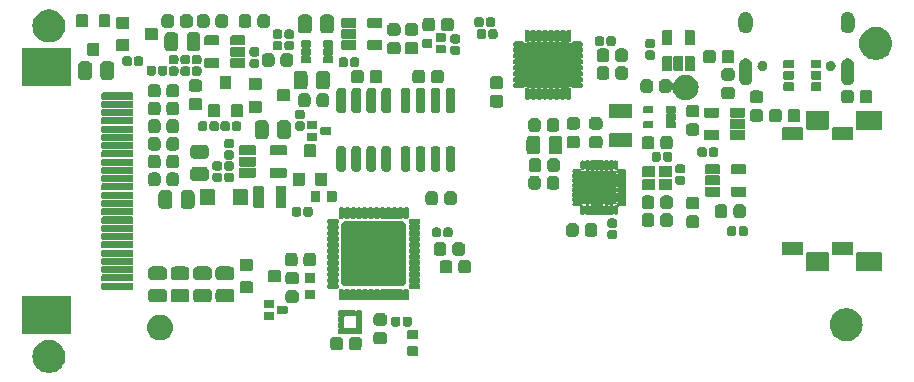
<source format=gbs>
G04 #@! TF.GenerationSoftware,KiCad,Pcbnew,8.0.1*
G04 #@! TF.CreationDate,2024-04-28T03:10:52-05:00*
G04 #@! TF.ProjectId,mini_ble,6d696e69-5f62-46c6-952e-6b696361645f,rev?*
G04 #@! TF.SameCoordinates,Original*
G04 #@! TF.FileFunction,Soldermask,Bot*
G04 #@! TF.FilePolarity,Negative*
%FSLAX46Y46*%
G04 Gerber Fmt 4.6, Leading zero omitted, Abs format (unit mm)*
G04 Created by KiCad (PCBNEW 8.0.1) date 2024-04-28 03:10:52*
%MOMM*%
%LPD*%
G01*
G04 APERTURE LIST*
G04 APERTURE END LIST*
G36*
X151343680Y-117742840D02*
G01*
X151562374Y-117817917D01*
X151765727Y-117927967D01*
X151948194Y-118069987D01*
X152104797Y-118240102D01*
X152231263Y-118433674D01*
X152324144Y-118645421D01*
X152380906Y-118869568D01*
X152400000Y-119100000D01*
X152380906Y-119330432D01*
X152324144Y-119554579D01*
X152231263Y-119766326D01*
X152104797Y-119959898D01*
X151948194Y-120130013D01*
X151765727Y-120272033D01*
X151562374Y-120382083D01*
X151343680Y-120457160D01*
X151115611Y-120495218D01*
X150884389Y-120495218D01*
X150656320Y-120457160D01*
X150437626Y-120382083D01*
X150234273Y-120272033D01*
X150051806Y-120130013D01*
X149895203Y-119959898D01*
X149768737Y-119766326D01*
X149675856Y-119554579D01*
X149619094Y-119330432D01*
X149600000Y-119100000D01*
X149619094Y-118869568D01*
X149675856Y-118645421D01*
X149768737Y-118433674D01*
X149895203Y-118240102D01*
X150051806Y-118069987D01*
X150234273Y-117927967D01*
X150437626Y-117817917D01*
X150656320Y-117742840D01*
X150884389Y-117704782D01*
X151115611Y-117704782D01*
X151343680Y-117742840D01*
G37*
G36*
X182188268Y-118257612D02*
G01*
X182220711Y-118279289D01*
X182242388Y-118311732D01*
X182250000Y-118350000D01*
X182250000Y-118950000D01*
X182242388Y-118988268D01*
X182220711Y-119020711D01*
X182188268Y-119042388D01*
X182150000Y-119050000D01*
X181450000Y-119050000D01*
X181411732Y-119042388D01*
X181379289Y-119020711D01*
X181357612Y-118988268D01*
X181350000Y-118950000D01*
X181350000Y-118350000D01*
X181357612Y-118311732D01*
X181379289Y-118279289D01*
X181411732Y-118257612D01*
X181450000Y-118250000D01*
X182150000Y-118250000D01*
X182188268Y-118257612D01*
G37*
G36*
X175663749Y-117435861D02*
G01*
X175669010Y-117438314D01*
X175671527Y-117438681D01*
X175707302Y-117456170D01*
X175764077Y-117482645D01*
X175842355Y-117560923D01*
X175868840Y-117617720D01*
X175886318Y-117653472D01*
X175886684Y-117655987D01*
X175889139Y-117661251D01*
X175900000Y-117743750D01*
X175900000Y-118256250D01*
X175889139Y-118338749D01*
X175886684Y-118344013D01*
X175886318Y-118346527D01*
X175868850Y-118382258D01*
X175842355Y-118439077D01*
X175764077Y-118517355D01*
X175707258Y-118543850D01*
X175671527Y-118561318D01*
X175669013Y-118561684D01*
X175663749Y-118564139D01*
X175581250Y-118575000D01*
X175143750Y-118575000D01*
X175061251Y-118564139D01*
X175055987Y-118561684D01*
X175053472Y-118561318D01*
X175017720Y-118543840D01*
X174960923Y-118517355D01*
X174882645Y-118439077D01*
X174856170Y-118382302D01*
X174838681Y-118346527D01*
X174838314Y-118344010D01*
X174835861Y-118338749D01*
X174825000Y-118256250D01*
X174825000Y-117743750D01*
X174835861Y-117661251D01*
X174838314Y-117655990D01*
X174838681Y-117653472D01*
X174856180Y-117617675D01*
X174882645Y-117560923D01*
X174960923Y-117482645D01*
X175017675Y-117456180D01*
X175053472Y-117438681D01*
X175055990Y-117438314D01*
X175061251Y-117435861D01*
X175143750Y-117425000D01*
X175581250Y-117425000D01*
X175663749Y-117435861D01*
G37*
G36*
X177238749Y-117435861D02*
G01*
X177244010Y-117438314D01*
X177246527Y-117438681D01*
X177282302Y-117456170D01*
X177339077Y-117482645D01*
X177417355Y-117560923D01*
X177443840Y-117617720D01*
X177461318Y-117653472D01*
X177461684Y-117655987D01*
X177464139Y-117661251D01*
X177475000Y-117743750D01*
X177475000Y-118256250D01*
X177464139Y-118338749D01*
X177461684Y-118344013D01*
X177461318Y-118346527D01*
X177443850Y-118382258D01*
X177417355Y-118439077D01*
X177339077Y-118517355D01*
X177282258Y-118543850D01*
X177246527Y-118561318D01*
X177244013Y-118561684D01*
X177238749Y-118564139D01*
X177156250Y-118575000D01*
X176718750Y-118575000D01*
X176636251Y-118564139D01*
X176630987Y-118561684D01*
X176628472Y-118561318D01*
X176592720Y-118543840D01*
X176535923Y-118517355D01*
X176457645Y-118439077D01*
X176431170Y-118382302D01*
X176413681Y-118346527D01*
X176413314Y-118344010D01*
X176410861Y-118338749D01*
X176400000Y-118256250D01*
X176400000Y-117743750D01*
X176410861Y-117661251D01*
X176413314Y-117655990D01*
X176413681Y-117653472D01*
X176431180Y-117617675D01*
X176457645Y-117560923D01*
X176535923Y-117482645D01*
X176592675Y-117456180D01*
X176628472Y-117438681D01*
X176630990Y-117438314D01*
X176636251Y-117435861D01*
X176718750Y-117425000D01*
X177156250Y-117425000D01*
X177238749Y-117435861D01*
G37*
G36*
X179388749Y-117010861D02*
G01*
X179394010Y-117013314D01*
X179396527Y-117013681D01*
X179432302Y-117031170D01*
X179489077Y-117057645D01*
X179567355Y-117135923D01*
X179593840Y-117192720D01*
X179611318Y-117228472D01*
X179611684Y-117230987D01*
X179614139Y-117236251D01*
X179625000Y-117318750D01*
X179625000Y-117756250D01*
X179614139Y-117838749D01*
X179611684Y-117844013D01*
X179611318Y-117846527D01*
X179593850Y-117882258D01*
X179567355Y-117939077D01*
X179489077Y-118017355D01*
X179432258Y-118043850D01*
X179396527Y-118061318D01*
X179394013Y-118061684D01*
X179388749Y-118064139D01*
X179306250Y-118075000D01*
X178793750Y-118075000D01*
X178711251Y-118064139D01*
X178705987Y-118061684D01*
X178703472Y-118061318D01*
X178667720Y-118043840D01*
X178610923Y-118017355D01*
X178532645Y-117939077D01*
X178506170Y-117882302D01*
X178488681Y-117846527D01*
X178488314Y-117844010D01*
X178485861Y-117838749D01*
X178475000Y-117756250D01*
X178475000Y-117318750D01*
X178485861Y-117236251D01*
X178488314Y-117230990D01*
X178488681Y-117228472D01*
X178506180Y-117192675D01*
X178532645Y-117135923D01*
X178610923Y-117057645D01*
X178667675Y-117031180D01*
X178703472Y-117013681D01*
X178705990Y-117013314D01*
X178711251Y-117010861D01*
X178793750Y-117000000D01*
X179306250Y-117000000D01*
X179388749Y-117010861D01*
G37*
G36*
X218843680Y-115042840D02*
G01*
X219062374Y-115117917D01*
X219265727Y-115227967D01*
X219448194Y-115369987D01*
X219604797Y-115540102D01*
X219731263Y-115733674D01*
X219824144Y-115945421D01*
X219880906Y-116169568D01*
X219900000Y-116400000D01*
X219880906Y-116630432D01*
X219824144Y-116854579D01*
X219731263Y-117066326D01*
X219604797Y-117259898D01*
X219448194Y-117430013D01*
X219265727Y-117572033D01*
X219062374Y-117682083D01*
X218843680Y-117757160D01*
X218615611Y-117795218D01*
X218384389Y-117795218D01*
X218156320Y-117757160D01*
X217937626Y-117682083D01*
X217734273Y-117572033D01*
X217551806Y-117430013D01*
X217395203Y-117259898D01*
X217268737Y-117066326D01*
X217175856Y-116854579D01*
X217119094Y-116630432D01*
X217100000Y-116400000D01*
X217119094Y-116169568D01*
X217175856Y-115945421D01*
X217268737Y-115733674D01*
X217395203Y-115540102D01*
X217551806Y-115369987D01*
X217734273Y-115227967D01*
X217937626Y-115117917D01*
X218156320Y-115042840D01*
X218384389Y-115004782D01*
X218615611Y-115004782D01*
X218843680Y-115042840D01*
G37*
G36*
X160701029Y-115591992D02*
G01*
X160890312Y-115665320D01*
X161062898Y-115772181D01*
X161212910Y-115908935D01*
X161335239Y-116070925D01*
X161425719Y-116252634D01*
X161481270Y-116447876D01*
X161500000Y-116650000D01*
X161481270Y-116852124D01*
X161425719Y-117047366D01*
X161335239Y-117229075D01*
X161212910Y-117391065D01*
X161062898Y-117527819D01*
X160890312Y-117634680D01*
X160701029Y-117708008D01*
X160501495Y-117745308D01*
X160298505Y-117745308D01*
X160098971Y-117708008D01*
X159909688Y-117634680D01*
X159737102Y-117527819D01*
X159587090Y-117391065D01*
X159464761Y-117229075D01*
X159374281Y-117047366D01*
X159318730Y-116852124D01*
X159300000Y-116650000D01*
X159318730Y-116447876D01*
X159374281Y-116252634D01*
X159464761Y-116070925D01*
X159587090Y-115908935D01*
X159737102Y-115772181D01*
X159909688Y-115665320D01*
X160098971Y-115591992D01*
X160298505Y-115554692D01*
X160501495Y-115554692D01*
X160701029Y-115591992D01*
G37*
G36*
X182188268Y-116857612D02*
G01*
X182220711Y-116879289D01*
X182242388Y-116911732D01*
X182250000Y-116950000D01*
X182250000Y-117550000D01*
X182242388Y-117588268D01*
X182220711Y-117620711D01*
X182188268Y-117642388D01*
X182150000Y-117650000D01*
X181450000Y-117650000D01*
X181411732Y-117642388D01*
X181379289Y-117620711D01*
X181357612Y-117588268D01*
X181350000Y-117550000D01*
X181350000Y-116950000D01*
X181357612Y-116911732D01*
X181379289Y-116879289D01*
X181411732Y-116857612D01*
X181450000Y-116850000D01*
X182150000Y-116850000D01*
X182188268Y-116857612D01*
G37*
G36*
X175948268Y-115197612D02*
G01*
X175980711Y-115219289D01*
X175982106Y-115221376D01*
X175984833Y-115223199D01*
X176015167Y-115223199D01*
X176017893Y-115221376D01*
X176019289Y-115219289D01*
X176051732Y-115197612D01*
X176090000Y-115190000D01*
X176410000Y-115190000D01*
X176448268Y-115197612D01*
X176480711Y-115219289D01*
X176482106Y-115221376D01*
X176484833Y-115223199D01*
X176515167Y-115223199D01*
X176517893Y-115221376D01*
X176519289Y-115219289D01*
X176551732Y-115197612D01*
X176590000Y-115190000D01*
X176910000Y-115190000D01*
X176948268Y-115197612D01*
X176980711Y-115219289D01*
X176982106Y-115221376D01*
X176984833Y-115223199D01*
X177015167Y-115223199D01*
X177017893Y-115221376D01*
X177019289Y-115219289D01*
X177051732Y-115197612D01*
X177090000Y-115190000D01*
X177410000Y-115190000D01*
X177448268Y-115197612D01*
X177480711Y-115219289D01*
X177502388Y-115251732D01*
X177510000Y-115290000D01*
X177510000Y-115610000D01*
X177502388Y-115648268D01*
X177480711Y-115680711D01*
X177478621Y-115682107D01*
X177476800Y-115684833D01*
X177476800Y-115715167D01*
X177478621Y-115717892D01*
X177480711Y-115719289D01*
X177502388Y-115751732D01*
X177510000Y-115790000D01*
X177510000Y-116110000D01*
X177502388Y-116148268D01*
X177480711Y-116180711D01*
X177478621Y-116182107D01*
X177476800Y-116184833D01*
X177476800Y-116215167D01*
X177478621Y-116217892D01*
X177480711Y-116219289D01*
X177502388Y-116251732D01*
X177510000Y-116290000D01*
X177510000Y-116610000D01*
X177502388Y-116648268D01*
X177480711Y-116680711D01*
X177478621Y-116682107D01*
X177476800Y-116684833D01*
X177476800Y-116715167D01*
X177478621Y-116717892D01*
X177480711Y-116719289D01*
X177502388Y-116751732D01*
X177510000Y-116790000D01*
X177510000Y-117110000D01*
X177502388Y-117148268D01*
X177480711Y-117180711D01*
X177448268Y-117202388D01*
X177410000Y-117210000D01*
X177090000Y-117210000D01*
X177051732Y-117202388D01*
X177019289Y-117180711D01*
X177017892Y-117178621D01*
X177015167Y-117176800D01*
X176984833Y-117176800D01*
X176982107Y-117178621D01*
X176980711Y-117180711D01*
X176948268Y-117202388D01*
X176910000Y-117210000D01*
X176590000Y-117210000D01*
X176551732Y-117202388D01*
X176519289Y-117180711D01*
X176517892Y-117178621D01*
X176515167Y-117176800D01*
X176484833Y-117176800D01*
X176482107Y-117178621D01*
X176480711Y-117180711D01*
X176448268Y-117202388D01*
X176410000Y-117210000D01*
X176090000Y-117210000D01*
X176051732Y-117202388D01*
X176019289Y-117180711D01*
X176017892Y-117178621D01*
X176015167Y-117176800D01*
X175984833Y-117176800D01*
X175982107Y-117178621D01*
X175980711Y-117180711D01*
X175948268Y-117202388D01*
X175910000Y-117210000D01*
X175590000Y-117210000D01*
X175551732Y-117202388D01*
X175519289Y-117180711D01*
X175497612Y-117148268D01*
X175490000Y-117110000D01*
X175490000Y-116790000D01*
X175497612Y-116751732D01*
X175519289Y-116719289D01*
X175521376Y-116717893D01*
X175523199Y-116715167D01*
X175523199Y-116684833D01*
X175521376Y-116682106D01*
X175519289Y-116680711D01*
X175497612Y-116648268D01*
X175490000Y-116610000D01*
X175490000Y-116290000D01*
X175497612Y-116251732D01*
X175519289Y-116219289D01*
X175521376Y-116217893D01*
X175523199Y-116215167D01*
X175976800Y-116215167D01*
X175978621Y-116217892D01*
X175980711Y-116219289D01*
X176002388Y-116251732D01*
X176010000Y-116290000D01*
X176010000Y-116610000D01*
X176002388Y-116648268D01*
X176000991Y-116650357D01*
X175998297Y-116663906D01*
X176036090Y-116701701D01*
X176049647Y-116699004D01*
X176051732Y-116697612D01*
X176090000Y-116690000D01*
X176410000Y-116690000D01*
X176448268Y-116697612D01*
X176480711Y-116719289D01*
X176482106Y-116721376D01*
X176484833Y-116723199D01*
X176515167Y-116723199D01*
X176517893Y-116721376D01*
X176519289Y-116719289D01*
X176551732Y-116697612D01*
X176590000Y-116690000D01*
X176910000Y-116690000D01*
X176948268Y-116697612D01*
X176950354Y-116699006D01*
X176963907Y-116701702D01*
X177001701Y-116663909D01*
X176999004Y-116650352D01*
X176997612Y-116648268D01*
X176990000Y-116610000D01*
X176990000Y-116290000D01*
X176997612Y-116251732D01*
X177019289Y-116219289D01*
X177021376Y-116217893D01*
X177023199Y-116215167D01*
X177023199Y-116184833D01*
X177021376Y-116182106D01*
X177019289Y-116180711D01*
X176997612Y-116148268D01*
X176990000Y-116110000D01*
X176990000Y-115790000D01*
X176997612Y-115751732D01*
X176999006Y-115749645D01*
X177001702Y-115736092D01*
X176963907Y-115698297D01*
X176950357Y-115700992D01*
X176948268Y-115702388D01*
X176910000Y-115710000D01*
X176590000Y-115710000D01*
X176551732Y-115702388D01*
X176519289Y-115680711D01*
X176517892Y-115678621D01*
X176515167Y-115676800D01*
X176484833Y-115676800D01*
X176482107Y-115678621D01*
X176480711Y-115680711D01*
X176448268Y-115702388D01*
X176410000Y-115710000D01*
X176090000Y-115710000D01*
X176051732Y-115702388D01*
X176049643Y-115700992D01*
X176036093Y-115698297D01*
X175998297Y-115736091D01*
X176000992Y-115749643D01*
X176002388Y-115751732D01*
X176010000Y-115790000D01*
X176010000Y-116110000D01*
X176002388Y-116148268D01*
X175980711Y-116180711D01*
X175978621Y-116182107D01*
X175976800Y-116184833D01*
X175976800Y-116215167D01*
X175523199Y-116215167D01*
X175523199Y-116184833D01*
X175521376Y-116182106D01*
X175519289Y-116180711D01*
X175497612Y-116148268D01*
X175490000Y-116110000D01*
X175490000Y-115790000D01*
X175497612Y-115751732D01*
X175519289Y-115719289D01*
X175521376Y-115717893D01*
X175523199Y-115715167D01*
X175523199Y-115684833D01*
X175521376Y-115682106D01*
X175519289Y-115680711D01*
X175497612Y-115648268D01*
X175490000Y-115610000D01*
X175490000Y-115290000D01*
X175497612Y-115251732D01*
X175519289Y-115219289D01*
X175551732Y-115197612D01*
X175590000Y-115190000D01*
X175910000Y-115190000D01*
X175948268Y-115197612D01*
G37*
G36*
X152838268Y-114007612D02*
G01*
X152870711Y-114029289D01*
X152892388Y-114061732D01*
X152900000Y-114100000D01*
X152900000Y-117100000D01*
X152892388Y-117138268D01*
X152870711Y-117170711D01*
X152838268Y-117192388D01*
X152800000Y-117200000D01*
X148800000Y-117200000D01*
X148761732Y-117192388D01*
X148729289Y-117170711D01*
X148707612Y-117138268D01*
X148700000Y-117100000D01*
X148700000Y-114100000D01*
X148707612Y-114061732D01*
X148729289Y-114029289D01*
X148761732Y-114007612D01*
X148800000Y-114000000D01*
X152800000Y-114000000D01*
X152838268Y-114007612D01*
G37*
G36*
X180516546Y-115730804D02*
G01*
X180567336Y-115736697D01*
X180584690Y-115744359D01*
X180607214Y-115748840D01*
X180631326Y-115764951D01*
X180651881Y-115774027D01*
X180665919Y-115788065D01*
X180687509Y-115802491D01*
X180701934Y-115824080D01*
X180715972Y-115838118D01*
X180725046Y-115858670D01*
X180741160Y-115882786D01*
X180745640Y-115905311D01*
X180753302Y-115922663D01*
X180759192Y-115973442D01*
X180760000Y-115977500D01*
X180760000Y-116322500D01*
X180759192Y-116326558D01*
X180753302Y-116377336D01*
X180745641Y-116394686D01*
X180741160Y-116417214D01*
X180725045Y-116441331D01*
X180715972Y-116461881D01*
X180701936Y-116475916D01*
X180687509Y-116497509D01*
X180665916Y-116511936D01*
X180651881Y-116525972D01*
X180631331Y-116535045D01*
X180607214Y-116551160D01*
X180584686Y-116555641D01*
X180567336Y-116563302D01*
X180516558Y-116569192D01*
X180512500Y-116570000D01*
X180217500Y-116570000D01*
X180213442Y-116569192D01*
X180162663Y-116563302D01*
X180145311Y-116555640D01*
X180122786Y-116551160D01*
X180098670Y-116535046D01*
X180078118Y-116525972D01*
X180064080Y-116511934D01*
X180042491Y-116497509D01*
X180028065Y-116475919D01*
X180014027Y-116461881D01*
X180004951Y-116441326D01*
X179988840Y-116417214D01*
X179984359Y-116394690D01*
X179976697Y-116377336D01*
X179970804Y-116326546D01*
X179970000Y-116322500D01*
X179970000Y-115977500D01*
X179970804Y-115973454D01*
X179976697Y-115922663D01*
X179984360Y-115905307D01*
X179988840Y-115882786D01*
X180004950Y-115858675D01*
X180014027Y-115838118D01*
X180028067Y-115824077D01*
X180042491Y-115802491D01*
X180064077Y-115788067D01*
X180078118Y-115774027D01*
X180098675Y-115764950D01*
X180122786Y-115748840D01*
X180145307Y-115744360D01*
X180162663Y-115736697D01*
X180213454Y-115730804D01*
X180217500Y-115730000D01*
X180512500Y-115730000D01*
X180516546Y-115730804D01*
G37*
G36*
X181486546Y-115730804D02*
G01*
X181537336Y-115736697D01*
X181554690Y-115744359D01*
X181577214Y-115748840D01*
X181601326Y-115764951D01*
X181621881Y-115774027D01*
X181635919Y-115788065D01*
X181657509Y-115802491D01*
X181671934Y-115824080D01*
X181685972Y-115838118D01*
X181695046Y-115858670D01*
X181711160Y-115882786D01*
X181715640Y-115905311D01*
X181723302Y-115922663D01*
X181729192Y-115973442D01*
X181730000Y-115977500D01*
X181730000Y-116322500D01*
X181729192Y-116326558D01*
X181723302Y-116377336D01*
X181715641Y-116394686D01*
X181711160Y-116417214D01*
X181695045Y-116441331D01*
X181685972Y-116461881D01*
X181671936Y-116475916D01*
X181657509Y-116497509D01*
X181635916Y-116511936D01*
X181621881Y-116525972D01*
X181601331Y-116535045D01*
X181577214Y-116551160D01*
X181554686Y-116555641D01*
X181537336Y-116563302D01*
X181486558Y-116569192D01*
X181482500Y-116570000D01*
X181187500Y-116570000D01*
X181183442Y-116569192D01*
X181132663Y-116563302D01*
X181115311Y-116555640D01*
X181092786Y-116551160D01*
X181068670Y-116535046D01*
X181048118Y-116525972D01*
X181034080Y-116511934D01*
X181012491Y-116497509D01*
X180998065Y-116475919D01*
X180984027Y-116461881D01*
X180974951Y-116441326D01*
X180958840Y-116417214D01*
X180954359Y-116394690D01*
X180946697Y-116377336D01*
X180940804Y-116326546D01*
X180940000Y-116322500D01*
X180940000Y-115977500D01*
X180940804Y-115973454D01*
X180946697Y-115922663D01*
X180954360Y-115905307D01*
X180958840Y-115882786D01*
X180974950Y-115858675D01*
X180984027Y-115838118D01*
X180998067Y-115824077D01*
X181012491Y-115802491D01*
X181034077Y-115788067D01*
X181048118Y-115774027D01*
X181068675Y-115764950D01*
X181092786Y-115748840D01*
X181115307Y-115744360D01*
X181132663Y-115736697D01*
X181183454Y-115730804D01*
X181187500Y-115730000D01*
X181482500Y-115730000D01*
X181486546Y-115730804D01*
G37*
G36*
X179388749Y-115435861D02*
G01*
X179394010Y-115438314D01*
X179396527Y-115438681D01*
X179432302Y-115456170D01*
X179489077Y-115482645D01*
X179567355Y-115560923D01*
X179593840Y-115617720D01*
X179611318Y-115653472D01*
X179611684Y-115655987D01*
X179614139Y-115661251D01*
X179625000Y-115743750D01*
X179625000Y-116181250D01*
X179614139Y-116263749D01*
X179611684Y-116269013D01*
X179611318Y-116271527D01*
X179593850Y-116307258D01*
X179567355Y-116364077D01*
X179489077Y-116442355D01*
X179432258Y-116468850D01*
X179396527Y-116486318D01*
X179394013Y-116486684D01*
X179388749Y-116489139D01*
X179306250Y-116500000D01*
X178793750Y-116500000D01*
X178711251Y-116489139D01*
X178705987Y-116486684D01*
X178703472Y-116486318D01*
X178667720Y-116468840D01*
X178610923Y-116442355D01*
X178532645Y-116364077D01*
X178506170Y-116307302D01*
X178488681Y-116271527D01*
X178488314Y-116269010D01*
X178485861Y-116263749D01*
X178475000Y-116181250D01*
X178475000Y-115743750D01*
X178485861Y-115661251D01*
X178488314Y-115655990D01*
X178488681Y-115653472D01*
X178506180Y-115617675D01*
X178532645Y-115560923D01*
X178610923Y-115482645D01*
X178667675Y-115456180D01*
X178703472Y-115438681D01*
X178705990Y-115438314D01*
X178711251Y-115435861D01*
X178793750Y-115425000D01*
X179306250Y-115425000D01*
X179388749Y-115435861D01*
G37*
G36*
X169998268Y-115307612D02*
G01*
X170030711Y-115329289D01*
X170052388Y-115361732D01*
X170060000Y-115400000D01*
X170060000Y-115900000D01*
X170052388Y-115938268D01*
X170030711Y-115970711D01*
X169998268Y-115992388D01*
X169960000Y-116000000D01*
X169300000Y-116000000D01*
X169261732Y-115992388D01*
X169229289Y-115970711D01*
X169207612Y-115938268D01*
X169200000Y-115900000D01*
X169200000Y-115400000D01*
X169207612Y-115361732D01*
X169229289Y-115329289D01*
X169261732Y-115307612D01*
X169300000Y-115300000D01*
X169960000Y-115300000D01*
X169998268Y-115307612D01*
G37*
G36*
X171138268Y-114807612D02*
G01*
X171170711Y-114829289D01*
X171192388Y-114861732D01*
X171200000Y-114900000D01*
X171200000Y-115400000D01*
X171192388Y-115438268D01*
X171170711Y-115470711D01*
X171138268Y-115492388D01*
X171100000Y-115500000D01*
X170440000Y-115500000D01*
X170401732Y-115492388D01*
X170369289Y-115470711D01*
X170347612Y-115438268D01*
X170340000Y-115400000D01*
X170340000Y-114900000D01*
X170347612Y-114861732D01*
X170369289Y-114829289D01*
X170401732Y-114807612D01*
X170440000Y-114800000D01*
X171100000Y-114800000D01*
X171138268Y-114807612D01*
G37*
G36*
X169998268Y-114307612D02*
G01*
X170030711Y-114329289D01*
X170052388Y-114361732D01*
X170060000Y-114400000D01*
X170060000Y-114900000D01*
X170052388Y-114938268D01*
X170030711Y-114970711D01*
X169998268Y-114992388D01*
X169960000Y-115000000D01*
X169300000Y-115000000D01*
X169261732Y-114992388D01*
X169229289Y-114970711D01*
X169207612Y-114938268D01*
X169200000Y-114900000D01*
X169200000Y-114400000D01*
X169207612Y-114361732D01*
X169229289Y-114329289D01*
X169261732Y-114307612D01*
X169300000Y-114300000D01*
X169960000Y-114300000D01*
X169998268Y-114307612D01*
G37*
G36*
X171938749Y-113510861D02*
G01*
X171944010Y-113513314D01*
X171946527Y-113513681D01*
X171982302Y-113531170D01*
X172039077Y-113557645D01*
X172117355Y-113635923D01*
X172143840Y-113692720D01*
X172161318Y-113728472D01*
X172161684Y-113730987D01*
X172164139Y-113736251D01*
X172175000Y-113818750D01*
X172175000Y-114256250D01*
X172164139Y-114338749D01*
X172161684Y-114344013D01*
X172161318Y-114346527D01*
X172143850Y-114382258D01*
X172117355Y-114439077D01*
X172039077Y-114517355D01*
X171982258Y-114543850D01*
X171946527Y-114561318D01*
X171944013Y-114561684D01*
X171938749Y-114564139D01*
X171856250Y-114575000D01*
X171343750Y-114575000D01*
X171261251Y-114564139D01*
X171255987Y-114561684D01*
X171253472Y-114561318D01*
X171217720Y-114543840D01*
X171160923Y-114517355D01*
X171082645Y-114439077D01*
X171056170Y-114382302D01*
X171038681Y-114346527D01*
X171038314Y-114344010D01*
X171035861Y-114338749D01*
X171025000Y-114256250D01*
X171025000Y-113818750D01*
X171035861Y-113736251D01*
X171038314Y-113730990D01*
X171038681Y-113728472D01*
X171056180Y-113692675D01*
X171082645Y-113635923D01*
X171160923Y-113557645D01*
X171217675Y-113531180D01*
X171253472Y-113513681D01*
X171255990Y-113513314D01*
X171261251Y-113510861D01*
X171343750Y-113500000D01*
X171856250Y-113500000D01*
X171938749Y-113510861D01*
G37*
G36*
X160745219Y-113361713D02*
G01*
X160754964Y-113366257D01*
X160762281Y-113367416D01*
X160814415Y-113393979D01*
X160853417Y-113412166D01*
X160856853Y-113415602D01*
X160857932Y-113416152D01*
X160933847Y-113492067D01*
X160934396Y-113493145D01*
X160937834Y-113496583D01*
X160956023Y-113535590D01*
X160982582Y-113587715D01*
X160983740Y-113595031D01*
X160988287Y-113604781D01*
X161000000Y-113693750D01*
X161000000Y-114181250D01*
X160988287Y-114270219D01*
X160983741Y-114279967D01*
X160982583Y-114287281D01*
X160956031Y-114339392D01*
X160937834Y-114378417D01*
X160934395Y-114381855D01*
X160933847Y-114382932D01*
X160857932Y-114458847D01*
X160856855Y-114459395D01*
X160853417Y-114462834D01*
X160814397Y-114481028D01*
X160762284Y-114507582D01*
X160754969Y-114508740D01*
X160745219Y-114513287D01*
X160656250Y-114525000D01*
X159743750Y-114525000D01*
X159654781Y-114513287D01*
X159645033Y-114508741D01*
X159637718Y-114507583D01*
X159585596Y-114481025D01*
X159546583Y-114462834D01*
X159543145Y-114459396D01*
X159542067Y-114458847D01*
X159466152Y-114382932D01*
X159465602Y-114381853D01*
X159462166Y-114378417D01*
X159443981Y-114339420D01*
X159417417Y-114287284D01*
X159416257Y-114279965D01*
X159411713Y-114270219D01*
X159400000Y-114181250D01*
X159400000Y-113693750D01*
X159411713Y-113604781D01*
X159416256Y-113595036D01*
X159417416Y-113587718D01*
X159443984Y-113535573D01*
X159462166Y-113496583D01*
X159465601Y-113493147D01*
X159466152Y-113492067D01*
X159542067Y-113416152D01*
X159543147Y-113415601D01*
X159546583Y-113412166D01*
X159585567Y-113393987D01*
X159637715Y-113367417D01*
X159645034Y-113366257D01*
X159654781Y-113361713D01*
X159743750Y-113350000D01*
X160656250Y-113350000D01*
X160745219Y-113361713D01*
G37*
G36*
X162645219Y-113361713D02*
G01*
X162654964Y-113366257D01*
X162662281Y-113367416D01*
X162714415Y-113393979D01*
X162753417Y-113412166D01*
X162756853Y-113415602D01*
X162757932Y-113416152D01*
X162833847Y-113492067D01*
X162834396Y-113493145D01*
X162837834Y-113496583D01*
X162856023Y-113535590D01*
X162882582Y-113587715D01*
X162883740Y-113595031D01*
X162888287Y-113604781D01*
X162900000Y-113693750D01*
X162900000Y-114181250D01*
X162888287Y-114270219D01*
X162883741Y-114279967D01*
X162882583Y-114287281D01*
X162856031Y-114339392D01*
X162837834Y-114378417D01*
X162834395Y-114381855D01*
X162833847Y-114382932D01*
X162757932Y-114458847D01*
X162756855Y-114459395D01*
X162753417Y-114462834D01*
X162714397Y-114481028D01*
X162662284Y-114507582D01*
X162654969Y-114508740D01*
X162645219Y-114513287D01*
X162556250Y-114525000D01*
X161643750Y-114525000D01*
X161554781Y-114513287D01*
X161545033Y-114508741D01*
X161537718Y-114507583D01*
X161485596Y-114481025D01*
X161446583Y-114462834D01*
X161443145Y-114459396D01*
X161442067Y-114458847D01*
X161366152Y-114382932D01*
X161365602Y-114381853D01*
X161362166Y-114378417D01*
X161343981Y-114339420D01*
X161317417Y-114287284D01*
X161316257Y-114279965D01*
X161311713Y-114270219D01*
X161300000Y-114181250D01*
X161300000Y-113693750D01*
X161311713Y-113604781D01*
X161316256Y-113595036D01*
X161317416Y-113587718D01*
X161343984Y-113535573D01*
X161362166Y-113496583D01*
X161365601Y-113493147D01*
X161366152Y-113492067D01*
X161442067Y-113416152D01*
X161443147Y-113415601D01*
X161446583Y-113412166D01*
X161485567Y-113393987D01*
X161537715Y-113367417D01*
X161545034Y-113366257D01*
X161554781Y-113361713D01*
X161643750Y-113350000D01*
X162556250Y-113350000D01*
X162645219Y-113361713D01*
G37*
G36*
X164545219Y-113361713D02*
G01*
X164554964Y-113366257D01*
X164562281Y-113367416D01*
X164614415Y-113393979D01*
X164653417Y-113412166D01*
X164656853Y-113415602D01*
X164657932Y-113416152D01*
X164733847Y-113492067D01*
X164734396Y-113493145D01*
X164737834Y-113496583D01*
X164756023Y-113535590D01*
X164782582Y-113587715D01*
X164783740Y-113595031D01*
X164788287Y-113604781D01*
X164800000Y-113693750D01*
X164800000Y-114181250D01*
X164788287Y-114270219D01*
X164783741Y-114279967D01*
X164782583Y-114287281D01*
X164756031Y-114339392D01*
X164737834Y-114378417D01*
X164734395Y-114381855D01*
X164733847Y-114382932D01*
X164657932Y-114458847D01*
X164656855Y-114459395D01*
X164653417Y-114462834D01*
X164614397Y-114481028D01*
X164562284Y-114507582D01*
X164554969Y-114508740D01*
X164545219Y-114513287D01*
X164456250Y-114525000D01*
X163543750Y-114525000D01*
X163454781Y-114513287D01*
X163445033Y-114508741D01*
X163437718Y-114507583D01*
X163385596Y-114481025D01*
X163346583Y-114462834D01*
X163343145Y-114459396D01*
X163342067Y-114458847D01*
X163266152Y-114382932D01*
X163265602Y-114381853D01*
X163262166Y-114378417D01*
X163243981Y-114339420D01*
X163217417Y-114287284D01*
X163216257Y-114279965D01*
X163211713Y-114270219D01*
X163200000Y-114181250D01*
X163200000Y-113693750D01*
X163211713Y-113604781D01*
X163216256Y-113595036D01*
X163217416Y-113587718D01*
X163243984Y-113535573D01*
X163262166Y-113496583D01*
X163265601Y-113493147D01*
X163266152Y-113492067D01*
X163342067Y-113416152D01*
X163343147Y-113415601D01*
X163346583Y-113412166D01*
X163385567Y-113393987D01*
X163437715Y-113367417D01*
X163445034Y-113366257D01*
X163454781Y-113361713D01*
X163543750Y-113350000D01*
X164456250Y-113350000D01*
X164545219Y-113361713D01*
G37*
G36*
X166445219Y-113361713D02*
G01*
X166454964Y-113366257D01*
X166462281Y-113367416D01*
X166514415Y-113393979D01*
X166553417Y-113412166D01*
X166556853Y-113415602D01*
X166557932Y-113416152D01*
X166633847Y-113492067D01*
X166634396Y-113493145D01*
X166637834Y-113496583D01*
X166656023Y-113535590D01*
X166682582Y-113587715D01*
X166683740Y-113595031D01*
X166688287Y-113604781D01*
X166700000Y-113693750D01*
X166700000Y-114181250D01*
X166688287Y-114270219D01*
X166683741Y-114279967D01*
X166682583Y-114287281D01*
X166656031Y-114339392D01*
X166637834Y-114378417D01*
X166634395Y-114381855D01*
X166633847Y-114382932D01*
X166557932Y-114458847D01*
X166556855Y-114459395D01*
X166553417Y-114462834D01*
X166514397Y-114481028D01*
X166462284Y-114507582D01*
X166454969Y-114508740D01*
X166445219Y-114513287D01*
X166356250Y-114525000D01*
X165443750Y-114525000D01*
X165354781Y-114513287D01*
X165345033Y-114508741D01*
X165337718Y-114507583D01*
X165285596Y-114481025D01*
X165246583Y-114462834D01*
X165243145Y-114459396D01*
X165242067Y-114458847D01*
X165166152Y-114382932D01*
X165165602Y-114381853D01*
X165162166Y-114378417D01*
X165143981Y-114339420D01*
X165117417Y-114287284D01*
X165116257Y-114279965D01*
X165111713Y-114270219D01*
X165100000Y-114181250D01*
X165100000Y-113693750D01*
X165111713Y-113604781D01*
X165116256Y-113595036D01*
X165117416Y-113587718D01*
X165143984Y-113535573D01*
X165162166Y-113496583D01*
X165165601Y-113493147D01*
X165166152Y-113492067D01*
X165242067Y-113416152D01*
X165243147Y-113415601D01*
X165246583Y-113412166D01*
X165285567Y-113393987D01*
X165337715Y-113367417D01*
X165345034Y-113366257D01*
X165354781Y-113361713D01*
X165443750Y-113350000D01*
X166356250Y-113350000D01*
X166445219Y-113361713D01*
G37*
G36*
X175874686Y-113362370D02*
G01*
X175927405Y-113397595D01*
X175962630Y-113450314D01*
X175963119Y-113452775D01*
X175973275Y-113467974D01*
X176026725Y-113467974D01*
X176036880Y-113452774D01*
X176037370Y-113450314D01*
X176072595Y-113397595D01*
X176125314Y-113362370D01*
X176187500Y-113350000D01*
X176312500Y-113350000D01*
X176374686Y-113362370D01*
X176427405Y-113397595D01*
X176462630Y-113450314D01*
X176463119Y-113452775D01*
X176473275Y-113467974D01*
X176526725Y-113467974D01*
X176536880Y-113452774D01*
X176537370Y-113450314D01*
X176572595Y-113397595D01*
X176625314Y-113362370D01*
X176687500Y-113350000D01*
X176812500Y-113350000D01*
X176874686Y-113362370D01*
X176927405Y-113397595D01*
X176962630Y-113450314D01*
X176963119Y-113452775D01*
X176973275Y-113467974D01*
X177026725Y-113467974D01*
X177036880Y-113452774D01*
X177037370Y-113450314D01*
X177072595Y-113397595D01*
X177125314Y-113362370D01*
X177187500Y-113350000D01*
X177312500Y-113350000D01*
X177374686Y-113362370D01*
X177427405Y-113397595D01*
X177462630Y-113450314D01*
X177463119Y-113452775D01*
X177473275Y-113467974D01*
X177526725Y-113467974D01*
X177536880Y-113452774D01*
X177537370Y-113450314D01*
X177572595Y-113397595D01*
X177625314Y-113362370D01*
X177687500Y-113350000D01*
X177812500Y-113350000D01*
X177874686Y-113362370D01*
X177927405Y-113397595D01*
X177962630Y-113450314D01*
X177963119Y-113452775D01*
X177973275Y-113467974D01*
X178026725Y-113467974D01*
X178036880Y-113452774D01*
X178037370Y-113450314D01*
X178072595Y-113397595D01*
X178125314Y-113362370D01*
X178187500Y-113350000D01*
X178312500Y-113350000D01*
X178374686Y-113362370D01*
X178427405Y-113397595D01*
X178462630Y-113450314D01*
X178463119Y-113452775D01*
X178473275Y-113467974D01*
X178526725Y-113467974D01*
X178536880Y-113452774D01*
X178537370Y-113450314D01*
X178572595Y-113397595D01*
X178625314Y-113362370D01*
X178687500Y-113350000D01*
X178812500Y-113350000D01*
X178874686Y-113362370D01*
X178927405Y-113397595D01*
X178962630Y-113450314D01*
X178963119Y-113452775D01*
X178973275Y-113467974D01*
X179026725Y-113467974D01*
X179036880Y-113452774D01*
X179037370Y-113450314D01*
X179072595Y-113397595D01*
X179125314Y-113362370D01*
X179187500Y-113350000D01*
X179312500Y-113350000D01*
X179374686Y-113362370D01*
X179427405Y-113397595D01*
X179462630Y-113450314D01*
X179463119Y-113452775D01*
X179473275Y-113467974D01*
X179526725Y-113467974D01*
X179536880Y-113452774D01*
X179537370Y-113450314D01*
X179572595Y-113397595D01*
X179625314Y-113362370D01*
X179687500Y-113350000D01*
X179812500Y-113350000D01*
X179874686Y-113362370D01*
X179927405Y-113397595D01*
X179962630Y-113450314D01*
X179963119Y-113452775D01*
X179973275Y-113467974D01*
X180026725Y-113467974D01*
X180036880Y-113452774D01*
X180037370Y-113450314D01*
X180072595Y-113397595D01*
X180125314Y-113362370D01*
X180187500Y-113350000D01*
X180312500Y-113350000D01*
X180374686Y-113362370D01*
X180427405Y-113397595D01*
X180462630Y-113450314D01*
X180463119Y-113452775D01*
X180473275Y-113467974D01*
X180526725Y-113467974D01*
X180536880Y-113452774D01*
X180537370Y-113450314D01*
X180572595Y-113397595D01*
X180625314Y-113362370D01*
X180687500Y-113350000D01*
X180812500Y-113350000D01*
X180874686Y-113362370D01*
X180927405Y-113397595D01*
X180962630Y-113450314D01*
X180963119Y-113452775D01*
X180973275Y-113467974D01*
X181026725Y-113467974D01*
X181036880Y-113452774D01*
X181037370Y-113450314D01*
X181072595Y-113397595D01*
X181125314Y-113362370D01*
X181187500Y-113350000D01*
X181312500Y-113350000D01*
X181374686Y-113362370D01*
X181427405Y-113397595D01*
X181462630Y-113450314D01*
X181475000Y-113512500D01*
X181475000Y-114187500D01*
X181462630Y-114249686D01*
X181427405Y-114302405D01*
X181374686Y-114337630D01*
X181312500Y-114350000D01*
X181187500Y-114350000D01*
X181125314Y-114337630D01*
X181072595Y-114302405D01*
X181037370Y-114249686D01*
X181036880Y-114247223D01*
X181026725Y-114232025D01*
X180973275Y-114232025D01*
X180963120Y-114247222D01*
X180962630Y-114249686D01*
X180927405Y-114302405D01*
X180874686Y-114337630D01*
X180812500Y-114350000D01*
X180687500Y-114350000D01*
X180625314Y-114337630D01*
X180572595Y-114302405D01*
X180537370Y-114249686D01*
X180536880Y-114247223D01*
X180526725Y-114232025D01*
X180473275Y-114232025D01*
X180463120Y-114247222D01*
X180462630Y-114249686D01*
X180427405Y-114302405D01*
X180374686Y-114337630D01*
X180312500Y-114350000D01*
X180187500Y-114350000D01*
X180125314Y-114337630D01*
X180072595Y-114302405D01*
X180037370Y-114249686D01*
X180036880Y-114247223D01*
X180026725Y-114232025D01*
X179973275Y-114232025D01*
X179963120Y-114247222D01*
X179962630Y-114249686D01*
X179927405Y-114302405D01*
X179874686Y-114337630D01*
X179812500Y-114350000D01*
X179687500Y-114350000D01*
X179625314Y-114337630D01*
X179572595Y-114302405D01*
X179537370Y-114249686D01*
X179536880Y-114247223D01*
X179526725Y-114232025D01*
X179473275Y-114232025D01*
X179463120Y-114247222D01*
X179462630Y-114249686D01*
X179427405Y-114302405D01*
X179374686Y-114337630D01*
X179312500Y-114350000D01*
X179187500Y-114350000D01*
X179125314Y-114337630D01*
X179072595Y-114302405D01*
X179037370Y-114249686D01*
X179036880Y-114247223D01*
X179026725Y-114232025D01*
X178973275Y-114232025D01*
X178963120Y-114247222D01*
X178962630Y-114249686D01*
X178927405Y-114302405D01*
X178874686Y-114337630D01*
X178812500Y-114350000D01*
X178687500Y-114350000D01*
X178625314Y-114337630D01*
X178572595Y-114302405D01*
X178537370Y-114249686D01*
X178536880Y-114247223D01*
X178526725Y-114232025D01*
X178473275Y-114232025D01*
X178463120Y-114247222D01*
X178462630Y-114249686D01*
X178427405Y-114302405D01*
X178374686Y-114337630D01*
X178312500Y-114350000D01*
X178187500Y-114350000D01*
X178125314Y-114337630D01*
X178072595Y-114302405D01*
X178037370Y-114249686D01*
X178036880Y-114247223D01*
X178026725Y-114232025D01*
X177973275Y-114232025D01*
X177963120Y-114247222D01*
X177962630Y-114249686D01*
X177927405Y-114302405D01*
X177874686Y-114337630D01*
X177812500Y-114350000D01*
X177687500Y-114350000D01*
X177625314Y-114337630D01*
X177572595Y-114302405D01*
X177537370Y-114249686D01*
X177536880Y-114247223D01*
X177526725Y-114232025D01*
X177473275Y-114232025D01*
X177463120Y-114247222D01*
X177462630Y-114249686D01*
X177427405Y-114302405D01*
X177374686Y-114337630D01*
X177312500Y-114350000D01*
X177187500Y-114350000D01*
X177125314Y-114337630D01*
X177072595Y-114302405D01*
X177037370Y-114249686D01*
X177036880Y-114247223D01*
X177026725Y-114232025D01*
X176973275Y-114232025D01*
X176963120Y-114247222D01*
X176962630Y-114249686D01*
X176927405Y-114302405D01*
X176874686Y-114337630D01*
X176812500Y-114350000D01*
X176687500Y-114350000D01*
X176625314Y-114337630D01*
X176572595Y-114302405D01*
X176537370Y-114249686D01*
X176536880Y-114247223D01*
X176526725Y-114232025D01*
X176473275Y-114232025D01*
X176463120Y-114247222D01*
X176462630Y-114249686D01*
X176427405Y-114302405D01*
X176374686Y-114337630D01*
X176312500Y-114350000D01*
X176187500Y-114350000D01*
X176125314Y-114337630D01*
X176072595Y-114302405D01*
X176037370Y-114249686D01*
X176036880Y-114247223D01*
X176026725Y-114232025D01*
X175973275Y-114232025D01*
X175963120Y-114247222D01*
X175962630Y-114249686D01*
X175927405Y-114302405D01*
X175874686Y-114337630D01*
X175812500Y-114350000D01*
X175687500Y-114350000D01*
X175625314Y-114337630D01*
X175572595Y-114302405D01*
X175537370Y-114249686D01*
X175525000Y-114187500D01*
X175525000Y-113512500D01*
X175537370Y-113450314D01*
X175572595Y-113397595D01*
X175625314Y-113362370D01*
X175687500Y-113350000D01*
X175812500Y-113350000D01*
X175874686Y-113362370D01*
G37*
G36*
X173488268Y-113457612D02*
G01*
X173520711Y-113479289D01*
X173542388Y-113511732D01*
X173550000Y-113550000D01*
X173550000Y-114150000D01*
X173542388Y-114188268D01*
X173520711Y-114220711D01*
X173488268Y-114242388D01*
X173450000Y-114250000D01*
X172750000Y-114250000D01*
X172711732Y-114242388D01*
X172679289Y-114220711D01*
X172657612Y-114188268D01*
X172650000Y-114150000D01*
X172650000Y-113550000D01*
X172657612Y-113511732D01*
X172679289Y-113479289D01*
X172711732Y-113457612D01*
X172750000Y-113450000D01*
X173450000Y-113450000D01*
X173488268Y-113457612D01*
G37*
G36*
X168188268Y-112757612D02*
G01*
X168220711Y-112779289D01*
X168242388Y-112811732D01*
X168250000Y-112850000D01*
X168250000Y-113650000D01*
X168242388Y-113688268D01*
X168220711Y-113720711D01*
X168188268Y-113742388D01*
X168150000Y-113750000D01*
X167250000Y-113750000D01*
X167211732Y-113742388D01*
X167179289Y-113720711D01*
X167157612Y-113688268D01*
X167150000Y-113650000D01*
X167150000Y-112850000D01*
X167157612Y-112811732D01*
X167179289Y-112779289D01*
X167211732Y-112757612D01*
X167250000Y-112750000D01*
X168150000Y-112750000D01*
X168188268Y-112757612D01*
G37*
G36*
X158088268Y-112857612D02*
G01*
X158120711Y-112879289D01*
X158142388Y-112911732D01*
X158150000Y-112950000D01*
X158150000Y-113350000D01*
X158142388Y-113388268D01*
X158120711Y-113420711D01*
X158088268Y-113442388D01*
X158050000Y-113450000D01*
X155550000Y-113450000D01*
X155511732Y-113442388D01*
X155479289Y-113420711D01*
X155457612Y-113388268D01*
X155450000Y-113350000D01*
X155450000Y-112950000D01*
X155457612Y-112911732D01*
X155479289Y-112879289D01*
X155511732Y-112857612D01*
X155550000Y-112850000D01*
X158050000Y-112850000D01*
X158088268Y-112857612D01*
G37*
G36*
X175449686Y-107437370D02*
G01*
X175502405Y-107472595D01*
X175537630Y-107525314D01*
X175550000Y-107587500D01*
X175550000Y-107712500D01*
X175537630Y-107774686D01*
X175502405Y-107827405D01*
X175449686Y-107862630D01*
X175447222Y-107863120D01*
X175432025Y-107873275D01*
X175432025Y-107926725D01*
X175447223Y-107936880D01*
X175449686Y-107937370D01*
X175502405Y-107972595D01*
X175537630Y-108025314D01*
X175550000Y-108087500D01*
X175550000Y-108212500D01*
X175537630Y-108274686D01*
X175502405Y-108327405D01*
X175449686Y-108362630D01*
X175447222Y-108363120D01*
X175432025Y-108373275D01*
X175432025Y-108426725D01*
X175447223Y-108436880D01*
X175449686Y-108437370D01*
X175502405Y-108472595D01*
X175537630Y-108525314D01*
X175550000Y-108587500D01*
X175550000Y-108712500D01*
X175537630Y-108774686D01*
X175502405Y-108827405D01*
X175449686Y-108862630D01*
X175447222Y-108863120D01*
X175432025Y-108873275D01*
X175432025Y-108926725D01*
X175447223Y-108936880D01*
X175449686Y-108937370D01*
X175502405Y-108972595D01*
X175537630Y-109025314D01*
X175550000Y-109087500D01*
X175550000Y-109212500D01*
X175537630Y-109274686D01*
X175502405Y-109327405D01*
X175449686Y-109362630D01*
X175447222Y-109363120D01*
X175432025Y-109373275D01*
X175432025Y-109426725D01*
X175447223Y-109436880D01*
X175449686Y-109437370D01*
X175502405Y-109472595D01*
X175537630Y-109525314D01*
X175550000Y-109587500D01*
X175550000Y-109712500D01*
X175537630Y-109774686D01*
X175502405Y-109827405D01*
X175449686Y-109862630D01*
X175447222Y-109863120D01*
X175432025Y-109873275D01*
X175432025Y-109926725D01*
X175447223Y-109936880D01*
X175449686Y-109937370D01*
X175502405Y-109972595D01*
X175537630Y-110025314D01*
X175550000Y-110087500D01*
X175550000Y-110212500D01*
X175537630Y-110274686D01*
X175502405Y-110327405D01*
X175449686Y-110362630D01*
X175447222Y-110363120D01*
X175432025Y-110373275D01*
X175432025Y-110426725D01*
X175447223Y-110436880D01*
X175449686Y-110437370D01*
X175502405Y-110472595D01*
X175537630Y-110525314D01*
X175550000Y-110587500D01*
X175550000Y-110712500D01*
X175537630Y-110774686D01*
X175502405Y-110827405D01*
X175449686Y-110862630D01*
X175447222Y-110863120D01*
X175432025Y-110873275D01*
X175432025Y-110926725D01*
X175447223Y-110936880D01*
X175449686Y-110937370D01*
X175502405Y-110972595D01*
X175537630Y-111025314D01*
X175550000Y-111087500D01*
X175550000Y-111212500D01*
X175537630Y-111274686D01*
X175502405Y-111327405D01*
X175449686Y-111362630D01*
X175447222Y-111363120D01*
X175432025Y-111373275D01*
X175432025Y-111426725D01*
X175447223Y-111436880D01*
X175449686Y-111437370D01*
X175502405Y-111472595D01*
X175537630Y-111525314D01*
X175550000Y-111587500D01*
X175550000Y-111712500D01*
X175537630Y-111774686D01*
X175502405Y-111827405D01*
X175449686Y-111862630D01*
X175447222Y-111863120D01*
X175432025Y-111873275D01*
X175432025Y-111926725D01*
X175447223Y-111936880D01*
X175449686Y-111937370D01*
X175502405Y-111972595D01*
X175537630Y-112025314D01*
X175550000Y-112087500D01*
X175550000Y-112212500D01*
X175537630Y-112274686D01*
X175502405Y-112327405D01*
X175449686Y-112362630D01*
X175447222Y-112363120D01*
X175432025Y-112373275D01*
X175432025Y-112426725D01*
X175447223Y-112436880D01*
X175449686Y-112437370D01*
X175502405Y-112472595D01*
X175537630Y-112525314D01*
X175550000Y-112587500D01*
X175550000Y-112712500D01*
X175537630Y-112774686D01*
X175502405Y-112827405D01*
X175449686Y-112862630D01*
X175447222Y-112863120D01*
X175432025Y-112873275D01*
X175432025Y-112926725D01*
X175447223Y-112936880D01*
X175449686Y-112937370D01*
X175502405Y-112972595D01*
X175537630Y-113025314D01*
X175550000Y-113087500D01*
X175550000Y-113212500D01*
X175537630Y-113274686D01*
X175502405Y-113327405D01*
X175449686Y-113362630D01*
X175387500Y-113375000D01*
X174712500Y-113375000D01*
X174650314Y-113362630D01*
X174597595Y-113327405D01*
X174562370Y-113274686D01*
X174550000Y-113212500D01*
X174550000Y-113087500D01*
X174562370Y-113025314D01*
X174597595Y-112972595D01*
X174650314Y-112937370D01*
X174652774Y-112936880D01*
X174667974Y-112926725D01*
X174667974Y-112873275D01*
X174652775Y-112863119D01*
X174650314Y-112862630D01*
X174597595Y-112827405D01*
X174562370Y-112774686D01*
X174550000Y-112712500D01*
X174550000Y-112587500D01*
X174562370Y-112525314D01*
X174597595Y-112472595D01*
X174650314Y-112437370D01*
X174652774Y-112436880D01*
X174667974Y-112426725D01*
X174667974Y-112373275D01*
X174652775Y-112363119D01*
X174650314Y-112362630D01*
X174597595Y-112327405D01*
X174562370Y-112274686D01*
X174550000Y-112212500D01*
X174550000Y-112087500D01*
X174562370Y-112025314D01*
X174597595Y-111972595D01*
X174650314Y-111937370D01*
X174652774Y-111936880D01*
X174667974Y-111926725D01*
X174667974Y-111873275D01*
X174652775Y-111863119D01*
X174650314Y-111862630D01*
X174597595Y-111827405D01*
X174562370Y-111774686D01*
X174550000Y-111712500D01*
X174550000Y-111587500D01*
X174562370Y-111525314D01*
X174597595Y-111472595D01*
X174650314Y-111437370D01*
X174652774Y-111436880D01*
X174667974Y-111426725D01*
X174667974Y-111373275D01*
X174652775Y-111363119D01*
X174650314Y-111362630D01*
X174597595Y-111327405D01*
X174562370Y-111274686D01*
X174550000Y-111212500D01*
X174550000Y-111087500D01*
X174562370Y-111025314D01*
X174597595Y-110972595D01*
X174650314Y-110937370D01*
X174652774Y-110936880D01*
X174667974Y-110926725D01*
X174667974Y-110873275D01*
X174652775Y-110863119D01*
X174650314Y-110862630D01*
X174597595Y-110827405D01*
X174562370Y-110774686D01*
X174550000Y-110712500D01*
X174550000Y-110587500D01*
X174562370Y-110525314D01*
X174597595Y-110472595D01*
X174650314Y-110437370D01*
X174652774Y-110436880D01*
X174667974Y-110426725D01*
X174667974Y-110373275D01*
X174652775Y-110363119D01*
X174650314Y-110362630D01*
X174597595Y-110327405D01*
X174562370Y-110274686D01*
X174550000Y-110212500D01*
X174550000Y-110087500D01*
X174562370Y-110025314D01*
X174597595Y-109972595D01*
X174650314Y-109937370D01*
X174652774Y-109936880D01*
X174667974Y-109926725D01*
X174667974Y-109873275D01*
X174652775Y-109863119D01*
X174650314Y-109862630D01*
X174597595Y-109827405D01*
X174562370Y-109774686D01*
X174550000Y-109712500D01*
X174550000Y-109587500D01*
X174562370Y-109525314D01*
X174597595Y-109472595D01*
X174650314Y-109437370D01*
X174652774Y-109436880D01*
X174667974Y-109426725D01*
X174667974Y-109373275D01*
X174652775Y-109363119D01*
X174650314Y-109362630D01*
X174597595Y-109327405D01*
X174562370Y-109274686D01*
X174550000Y-109212500D01*
X174550000Y-109087500D01*
X174562370Y-109025314D01*
X174597595Y-108972595D01*
X174650314Y-108937370D01*
X174652774Y-108936880D01*
X174667974Y-108926725D01*
X174667974Y-108873275D01*
X174652775Y-108863119D01*
X174650314Y-108862630D01*
X174597595Y-108827405D01*
X174562370Y-108774686D01*
X174550000Y-108712500D01*
X174550000Y-108587500D01*
X174562370Y-108525314D01*
X174597595Y-108472595D01*
X174650314Y-108437370D01*
X174652774Y-108436880D01*
X174667974Y-108426725D01*
X174667974Y-108373275D01*
X174652775Y-108363119D01*
X174650314Y-108362630D01*
X174597595Y-108327405D01*
X174562370Y-108274686D01*
X174550000Y-108212500D01*
X174550000Y-108087500D01*
X174562370Y-108025314D01*
X174597595Y-107972595D01*
X174650314Y-107937370D01*
X174652774Y-107936880D01*
X174667974Y-107926725D01*
X174667974Y-107873275D01*
X174652775Y-107863119D01*
X174650314Y-107862630D01*
X174597595Y-107827405D01*
X174562370Y-107774686D01*
X174550000Y-107712500D01*
X174550000Y-107587500D01*
X174562370Y-107525314D01*
X174597595Y-107472595D01*
X174650314Y-107437370D01*
X174712500Y-107425000D01*
X175387500Y-107425000D01*
X175449686Y-107437370D01*
G37*
G36*
X182349686Y-107437370D02*
G01*
X182402405Y-107472595D01*
X182437630Y-107525314D01*
X182450000Y-107587500D01*
X182450000Y-107712500D01*
X182437630Y-107774686D01*
X182402405Y-107827405D01*
X182349686Y-107862630D01*
X182347222Y-107863120D01*
X182332025Y-107873275D01*
X182332025Y-107926725D01*
X182347223Y-107936880D01*
X182349686Y-107937370D01*
X182402405Y-107972595D01*
X182437630Y-108025314D01*
X182450000Y-108087500D01*
X182450000Y-108212500D01*
X182437630Y-108274686D01*
X182402405Y-108327405D01*
X182349686Y-108362630D01*
X182347222Y-108363120D01*
X182332025Y-108373275D01*
X182332025Y-108426725D01*
X182347223Y-108436880D01*
X182349686Y-108437370D01*
X182402405Y-108472595D01*
X182437630Y-108525314D01*
X182450000Y-108587500D01*
X182450000Y-108712500D01*
X182437630Y-108774686D01*
X182402405Y-108827405D01*
X182349686Y-108862630D01*
X182347222Y-108863120D01*
X182332025Y-108873275D01*
X182332025Y-108926725D01*
X182347223Y-108936880D01*
X182349686Y-108937370D01*
X182402405Y-108972595D01*
X182437630Y-109025314D01*
X182450000Y-109087500D01*
X182450000Y-109212500D01*
X182437630Y-109274686D01*
X182402405Y-109327405D01*
X182349686Y-109362630D01*
X182347222Y-109363120D01*
X182332025Y-109373275D01*
X182332025Y-109426725D01*
X182347223Y-109436880D01*
X182349686Y-109437370D01*
X182402405Y-109472595D01*
X182437630Y-109525314D01*
X182450000Y-109587500D01*
X182450000Y-109712500D01*
X182437630Y-109774686D01*
X182402405Y-109827405D01*
X182349686Y-109862630D01*
X182347222Y-109863120D01*
X182332025Y-109873275D01*
X182332025Y-109926725D01*
X182347223Y-109936880D01*
X182349686Y-109937370D01*
X182402405Y-109972595D01*
X182437630Y-110025314D01*
X182450000Y-110087500D01*
X182450000Y-110212500D01*
X182437630Y-110274686D01*
X182402405Y-110327405D01*
X182349686Y-110362630D01*
X182347222Y-110363120D01*
X182332025Y-110373275D01*
X182332025Y-110426725D01*
X182347223Y-110436880D01*
X182349686Y-110437370D01*
X182402405Y-110472595D01*
X182437630Y-110525314D01*
X182450000Y-110587500D01*
X182450000Y-110712500D01*
X182437630Y-110774686D01*
X182402405Y-110827405D01*
X182349686Y-110862630D01*
X182347222Y-110863120D01*
X182332025Y-110873275D01*
X182332025Y-110926725D01*
X182347223Y-110936880D01*
X182349686Y-110937370D01*
X182402405Y-110972595D01*
X182437630Y-111025314D01*
X182450000Y-111087500D01*
X182450000Y-111212500D01*
X182437630Y-111274686D01*
X182402405Y-111327405D01*
X182349686Y-111362630D01*
X182347222Y-111363120D01*
X182332025Y-111373275D01*
X182332025Y-111426725D01*
X182347223Y-111436880D01*
X182349686Y-111437370D01*
X182402405Y-111472595D01*
X182437630Y-111525314D01*
X182450000Y-111587500D01*
X182450000Y-111712500D01*
X182437630Y-111774686D01*
X182402405Y-111827405D01*
X182349686Y-111862630D01*
X182347222Y-111863120D01*
X182332025Y-111873275D01*
X182332025Y-111926725D01*
X182347223Y-111936880D01*
X182349686Y-111937370D01*
X182402405Y-111972595D01*
X182437630Y-112025314D01*
X182450000Y-112087500D01*
X182450000Y-112212500D01*
X182437630Y-112274686D01*
X182402405Y-112327405D01*
X182349686Y-112362630D01*
X182347222Y-112363120D01*
X182332025Y-112373275D01*
X182332025Y-112426725D01*
X182347223Y-112436880D01*
X182349686Y-112437370D01*
X182402405Y-112472595D01*
X182437630Y-112525314D01*
X182450000Y-112587500D01*
X182450000Y-112712500D01*
X182437630Y-112774686D01*
X182402405Y-112827405D01*
X182349686Y-112862630D01*
X182347222Y-112863120D01*
X182332025Y-112873275D01*
X182332025Y-112926725D01*
X182347223Y-112936880D01*
X182349686Y-112937370D01*
X182402405Y-112972595D01*
X182437630Y-113025314D01*
X182450000Y-113087500D01*
X182450000Y-113212500D01*
X182437630Y-113274686D01*
X182402405Y-113327405D01*
X182349686Y-113362630D01*
X182287500Y-113375000D01*
X181612500Y-113375000D01*
X181550314Y-113362630D01*
X181497595Y-113327405D01*
X181462370Y-113274686D01*
X181450000Y-113212500D01*
X181450000Y-113087500D01*
X181462370Y-113025314D01*
X181497595Y-112972595D01*
X181550314Y-112937370D01*
X181552774Y-112936880D01*
X181567974Y-112926725D01*
X181567974Y-112873275D01*
X181552775Y-112863119D01*
X181550314Y-112862630D01*
X181497595Y-112827405D01*
X181462370Y-112774686D01*
X181450000Y-112712500D01*
X181450000Y-112587500D01*
X181462370Y-112525314D01*
X181497595Y-112472595D01*
X181550314Y-112437370D01*
X181552774Y-112436880D01*
X181567974Y-112426725D01*
X181567974Y-112373275D01*
X181552775Y-112363119D01*
X181550314Y-112362630D01*
X181497595Y-112327405D01*
X181462370Y-112274686D01*
X181450000Y-112212500D01*
X181450000Y-112087500D01*
X181462370Y-112025314D01*
X181497595Y-111972595D01*
X181550314Y-111937370D01*
X181552774Y-111936880D01*
X181567974Y-111926725D01*
X181567974Y-111873275D01*
X181552775Y-111863119D01*
X181550314Y-111862630D01*
X181497595Y-111827405D01*
X181462370Y-111774686D01*
X181450000Y-111712500D01*
X181450000Y-111587500D01*
X181462370Y-111525314D01*
X181497595Y-111472595D01*
X181550314Y-111437370D01*
X181552774Y-111436880D01*
X181567974Y-111426725D01*
X181567974Y-111373275D01*
X181552775Y-111363119D01*
X181550314Y-111362630D01*
X181497595Y-111327405D01*
X181462370Y-111274686D01*
X181450000Y-111212500D01*
X181450000Y-111087500D01*
X181462370Y-111025314D01*
X181497595Y-110972595D01*
X181550314Y-110937370D01*
X181552774Y-110936880D01*
X181567974Y-110926725D01*
X181567974Y-110873275D01*
X181552775Y-110863119D01*
X181550314Y-110862630D01*
X181497595Y-110827405D01*
X181462370Y-110774686D01*
X181450000Y-110712500D01*
X181450000Y-110587500D01*
X181462370Y-110525314D01*
X181497595Y-110472595D01*
X181550314Y-110437370D01*
X181552774Y-110436880D01*
X181567974Y-110426725D01*
X181567974Y-110373275D01*
X181552775Y-110363119D01*
X181550314Y-110362630D01*
X181497595Y-110327405D01*
X181462370Y-110274686D01*
X181450000Y-110212500D01*
X181450000Y-110087500D01*
X181462370Y-110025314D01*
X181497595Y-109972595D01*
X181550314Y-109937370D01*
X181552774Y-109936880D01*
X181567974Y-109926725D01*
X181567974Y-109873275D01*
X181552775Y-109863119D01*
X181550314Y-109862630D01*
X181497595Y-109827405D01*
X181462370Y-109774686D01*
X181450000Y-109712500D01*
X181450000Y-109587500D01*
X181462370Y-109525314D01*
X181497595Y-109472595D01*
X181550314Y-109437370D01*
X181552774Y-109436880D01*
X181567974Y-109426725D01*
X181567974Y-109373275D01*
X181552775Y-109363119D01*
X181550314Y-109362630D01*
X181497595Y-109327405D01*
X181462370Y-109274686D01*
X181450000Y-109212500D01*
X181450000Y-109087500D01*
X181462370Y-109025314D01*
X181497595Y-108972595D01*
X181550314Y-108937370D01*
X181552774Y-108936880D01*
X181567974Y-108926725D01*
X181567974Y-108873275D01*
X181552775Y-108863119D01*
X181550314Y-108862630D01*
X181497595Y-108827405D01*
X181462370Y-108774686D01*
X181450000Y-108712500D01*
X181450000Y-108587500D01*
X181462370Y-108525314D01*
X181497595Y-108472595D01*
X181550314Y-108437370D01*
X181552774Y-108436880D01*
X181567974Y-108426725D01*
X181567974Y-108373275D01*
X181552775Y-108363119D01*
X181550314Y-108362630D01*
X181497595Y-108327405D01*
X181462370Y-108274686D01*
X181450000Y-108212500D01*
X181450000Y-108087500D01*
X181462370Y-108025314D01*
X181497595Y-107972595D01*
X181550314Y-107937370D01*
X181552774Y-107936880D01*
X181567974Y-107926725D01*
X181567974Y-107873275D01*
X181552775Y-107863119D01*
X181550314Y-107862630D01*
X181497595Y-107827405D01*
X181462370Y-107774686D01*
X181450000Y-107712500D01*
X181450000Y-107587500D01*
X181462370Y-107525314D01*
X181497595Y-107472595D01*
X181550314Y-107437370D01*
X181612500Y-107425000D01*
X182287500Y-107425000D01*
X182349686Y-107437370D01*
G37*
G36*
X180999867Y-107664550D02*
G01*
X181005585Y-107667345D01*
X181007962Y-107667722D01*
X181046001Y-107687104D01*
X181103376Y-107715153D01*
X181184847Y-107796624D01*
X181212907Y-107854021D01*
X181232277Y-107892037D01*
X181232653Y-107894412D01*
X181235450Y-107900133D01*
X181249999Y-108000002D01*
X181249999Y-108003925D01*
X181250000Y-108003932D01*
X181250000Y-110404922D01*
X181250000Y-112799999D01*
X181235450Y-112899867D01*
X181232652Y-112905588D01*
X181232277Y-112907962D01*
X181212919Y-112945953D01*
X181184847Y-113003376D01*
X181103376Y-113084847D01*
X181045953Y-113112919D01*
X181007962Y-113132277D01*
X181005588Y-113132652D01*
X180999867Y-113135450D01*
X180899998Y-113149999D01*
X180896073Y-113149999D01*
X180896067Y-113150000D01*
X176103933Y-113150000D01*
X176103932Y-113149999D01*
X176100001Y-113150000D01*
X176000133Y-113135450D01*
X175994412Y-113132653D01*
X175992037Y-113132277D01*
X175954021Y-113112907D01*
X175896624Y-113084847D01*
X175815153Y-113003376D01*
X175787104Y-112946001D01*
X175767722Y-112907962D01*
X175767345Y-112905585D01*
X175764550Y-112899867D01*
X175750001Y-112799998D01*
X175750000Y-112796073D01*
X175750000Y-112796067D01*
X175750000Y-108003932D01*
X175750000Y-108003931D01*
X175750000Y-108000001D01*
X175764550Y-107900133D01*
X175767345Y-107894415D01*
X175767722Y-107892037D01*
X175787116Y-107853973D01*
X175815153Y-107796624D01*
X175896624Y-107715153D01*
X175953973Y-107687116D01*
X175992037Y-107667722D01*
X175994415Y-107667345D01*
X176000133Y-107664550D01*
X176100002Y-107650001D01*
X176103926Y-107650000D01*
X176103933Y-107650000D01*
X180896067Y-107650000D01*
X180899999Y-107650000D01*
X180999867Y-107664550D01*
G37*
G36*
X171938749Y-111935861D02*
G01*
X171944010Y-111938314D01*
X171946527Y-111938681D01*
X171982302Y-111956170D01*
X172039077Y-111982645D01*
X172117355Y-112060923D01*
X172143840Y-112117720D01*
X172161318Y-112153472D01*
X172161684Y-112155987D01*
X172164139Y-112161251D01*
X172175000Y-112243750D01*
X172175000Y-112681250D01*
X172164139Y-112763749D01*
X172161684Y-112769013D01*
X172161318Y-112771527D01*
X172143850Y-112807258D01*
X172117355Y-112864077D01*
X172039077Y-112942355D01*
X171982258Y-112968850D01*
X171946527Y-112986318D01*
X171944013Y-112986684D01*
X171938749Y-112989139D01*
X171856250Y-113000000D01*
X171343750Y-113000000D01*
X171261251Y-112989139D01*
X171255987Y-112986684D01*
X171253472Y-112986318D01*
X171217720Y-112968840D01*
X171160923Y-112942355D01*
X171082645Y-112864077D01*
X171056170Y-112807302D01*
X171038681Y-112771527D01*
X171038314Y-112769010D01*
X171035861Y-112763749D01*
X171025000Y-112681250D01*
X171025000Y-112243750D01*
X171035861Y-112161251D01*
X171038314Y-112155990D01*
X171038681Y-112153472D01*
X171056180Y-112117675D01*
X171082645Y-112060923D01*
X171160923Y-111982645D01*
X171217675Y-111956180D01*
X171253472Y-111938681D01*
X171255990Y-111938314D01*
X171261251Y-111935861D01*
X171343750Y-111925000D01*
X171856250Y-111925000D01*
X171938749Y-111935861D01*
G37*
G36*
X173488268Y-112057612D02*
G01*
X173520711Y-112079289D01*
X173542388Y-112111732D01*
X173550000Y-112150000D01*
X173550000Y-112750000D01*
X173542388Y-112788268D01*
X173520711Y-112820711D01*
X173488268Y-112842388D01*
X173450000Y-112850000D01*
X172750000Y-112850000D01*
X172711732Y-112842388D01*
X172679289Y-112820711D01*
X172657612Y-112788268D01*
X172650000Y-112750000D01*
X172650000Y-112150000D01*
X172657612Y-112111732D01*
X172679289Y-112079289D01*
X172711732Y-112057612D01*
X172750000Y-112050000D01*
X173450000Y-112050000D01*
X173488268Y-112057612D01*
G37*
G36*
X170588268Y-111807612D02*
G01*
X170620711Y-111829289D01*
X170642388Y-111861732D01*
X170650000Y-111900000D01*
X170650000Y-112700000D01*
X170642388Y-112738268D01*
X170620711Y-112770711D01*
X170588268Y-112792388D01*
X170550000Y-112800000D01*
X169650000Y-112800000D01*
X169611732Y-112792388D01*
X169579289Y-112770711D01*
X169557612Y-112738268D01*
X169550000Y-112700000D01*
X169550000Y-111900000D01*
X169557612Y-111861732D01*
X169579289Y-111829289D01*
X169611732Y-111807612D01*
X169650000Y-111800000D01*
X170550000Y-111800000D01*
X170588268Y-111807612D01*
G37*
G36*
X158088268Y-112157612D02*
G01*
X158120711Y-112179289D01*
X158142388Y-112211732D01*
X158150000Y-112250000D01*
X158150000Y-112650000D01*
X158142388Y-112688268D01*
X158120711Y-112720711D01*
X158088268Y-112742388D01*
X158050000Y-112750000D01*
X155550000Y-112750000D01*
X155511732Y-112742388D01*
X155479289Y-112720711D01*
X155457612Y-112688268D01*
X155450000Y-112650000D01*
X155450000Y-112250000D01*
X155457612Y-112211732D01*
X155479289Y-112179289D01*
X155511732Y-112157612D01*
X155550000Y-112150000D01*
X158050000Y-112150000D01*
X158088268Y-112157612D01*
G37*
G36*
X160745219Y-111486713D02*
G01*
X160754964Y-111491257D01*
X160762281Y-111492416D01*
X160814415Y-111518979D01*
X160853417Y-111537166D01*
X160856853Y-111540602D01*
X160857932Y-111541152D01*
X160933847Y-111617067D01*
X160934396Y-111618145D01*
X160937834Y-111621583D01*
X160956023Y-111660590D01*
X160982582Y-111712715D01*
X160983740Y-111720031D01*
X160988287Y-111729781D01*
X161000000Y-111818750D01*
X161000000Y-112306250D01*
X160988287Y-112395219D01*
X160983741Y-112404967D01*
X160982583Y-112412281D01*
X160956031Y-112464392D01*
X160937834Y-112503417D01*
X160934395Y-112506855D01*
X160933847Y-112507932D01*
X160857932Y-112583847D01*
X160856855Y-112584395D01*
X160853417Y-112587834D01*
X160814397Y-112606028D01*
X160762284Y-112632582D01*
X160754969Y-112633740D01*
X160745219Y-112638287D01*
X160656250Y-112650000D01*
X159743750Y-112650000D01*
X159654781Y-112638287D01*
X159645033Y-112633741D01*
X159637718Y-112632583D01*
X159585596Y-112606025D01*
X159546583Y-112587834D01*
X159543145Y-112584396D01*
X159542067Y-112583847D01*
X159466152Y-112507932D01*
X159465602Y-112506853D01*
X159462166Y-112503417D01*
X159443981Y-112464420D01*
X159417417Y-112412284D01*
X159416257Y-112404965D01*
X159411713Y-112395219D01*
X159400000Y-112306250D01*
X159400000Y-111818750D01*
X159411713Y-111729781D01*
X159416256Y-111720036D01*
X159417416Y-111712718D01*
X159443984Y-111660573D01*
X159462166Y-111621583D01*
X159465601Y-111618147D01*
X159466152Y-111617067D01*
X159542067Y-111541152D01*
X159543147Y-111540601D01*
X159546583Y-111537166D01*
X159585567Y-111518987D01*
X159637715Y-111492417D01*
X159645034Y-111491257D01*
X159654781Y-111486713D01*
X159743750Y-111475000D01*
X160656250Y-111475000D01*
X160745219Y-111486713D01*
G37*
G36*
X162645219Y-111486713D02*
G01*
X162654964Y-111491257D01*
X162662281Y-111492416D01*
X162714415Y-111518979D01*
X162753417Y-111537166D01*
X162756853Y-111540602D01*
X162757932Y-111541152D01*
X162833847Y-111617067D01*
X162834396Y-111618145D01*
X162837834Y-111621583D01*
X162856023Y-111660590D01*
X162882582Y-111712715D01*
X162883740Y-111720031D01*
X162888287Y-111729781D01*
X162900000Y-111818750D01*
X162900000Y-112306250D01*
X162888287Y-112395219D01*
X162883741Y-112404967D01*
X162882583Y-112412281D01*
X162856031Y-112464392D01*
X162837834Y-112503417D01*
X162834395Y-112506855D01*
X162833847Y-112507932D01*
X162757932Y-112583847D01*
X162756855Y-112584395D01*
X162753417Y-112587834D01*
X162714397Y-112606028D01*
X162662284Y-112632582D01*
X162654969Y-112633740D01*
X162645219Y-112638287D01*
X162556250Y-112650000D01*
X161643750Y-112650000D01*
X161554781Y-112638287D01*
X161545033Y-112633741D01*
X161537718Y-112632583D01*
X161485596Y-112606025D01*
X161446583Y-112587834D01*
X161443145Y-112584396D01*
X161442067Y-112583847D01*
X161366152Y-112507932D01*
X161365602Y-112506853D01*
X161362166Y-112503417D01*
X161343981Y-112464420D01*
X161317417Y-112412284D01*
X161316257Y-112404965D01*
X161311713Y-112395219D01*
X161300000Y-112306250D01*
X161300000Y-111818750D01*
X161311713Y-111729781D01*
X161316256Y-111720036D01*
X161317416Y-111712718D01*
X161343984Y-111660573D01*
X161362166Y-111621583D01*
X161365601Y-111618147D01*
X161366152Y-111617067D01*
X161442067Y-111541152D01*
X161443147Y-111540601D01*
X161446583Y-111537166D01*
X161485567Y-111518987D01*
X161537715Y-111492417D01*
X161545034Y-111491257D01*
X161554781Y-111486713D01*
X161643750Y-111475000D01*
X162556250Y-111475000D01*
X162645219Y-111486713D01*
G37*
G36*
X164545219Y-111486713D02*
G01*
X164554964Y-111491257D01*
X164562281Y-111492416D01*
X164614415Y-111518979D01*
X164653417Y-111537166D01*
X164656853Y-111540602D01*
X164657932Y-111541152D01*
X164733847Y-111617067D01*
X164734396Y-111618145D01*
X164737834Y-111621583D01*
X164756023Y-111660590D01*
X164782582Y-111712715D01*
X164783740Y-111720031D01*
X164788287Y-111729781D01*
X164800000Y-111818750D01*
X164800000Y-112306250D01*
X164788287Y-112395219D01*
X164783741Y-112404967D01*
X164782583Y-112412281D01*
X164756031Y-112464392D01*
X164737834Y-112503417D01*
X164734395Y-112506855D01*
X164733847Y-112507932D01*
X164657932Y-112583847D01*
X164656855Y-112584395D01*
X164653417Y-112587834D01*
X164614397Y-112606028D01*
X164562284Y-112632582D01*
X164554969Y-112633740D01*
X164545219Y-112638287D01*
X164456250Y-112650000D01*
X163543750Y-112650000D01*
X163454781Y-112638287D01*
X163445033Y-112633741D01*
X163437718Y-112632583D01*
X163385596Y-112606025D01*
X163346583Y-112587834D01*
X163343145Y-112584396D01*
X163342067Y-112583847D01*
X163266152Y-112507932D01*
X163265602Y-112506853D01*
X163262166Y-112503417D01*
X163243981Y-112464420D01*
X163217417Y-112412284D01*
X163216257Y-112404965D01*
X163211713Y-112395219D01*
X163200000Y-112306250D01*
X163200000Y-111818750D01*
X163211713Y-111729781D01*
X163216256Y-111720036D01*
X163217416Y-111712718D01*
X163243984Y-111660573D01*
X163262166Y-111621583D01*
X163265601Y-111618147D01*
X163266152Y-111617067D01*
X163342067Y-111541152D01*
X163343147Y-111540601D01*
X163346583Y-111537166D01*
X163385567Y-111518987D01*
X163437715Y-111492417D01*
X163445034Y-111491257D01*
X163454781Y-111486713D01*
X163543750Y-111475000D01*
X164456250Y-111475000D01*
X164545219Y-111486713D01*
G37*
G36*
X166445219Y-111486713D02*
G01*
X166454964Y-111491257D01*
X166462281Y-111492416D01*
X166514415Y-111518979D01*
X166553417Y-111537166D01*
X166556853Y-111540602D01*
X166557932Y-111541152D01*
X166633847Y-111617067D01*
X166634396Y-111618145D01*
X166637834Y-111621583D01*
X166656023Y-111660590D01*
X166682582Y-111712715D01*
X166683740Y-111720031D01*
X166688287Y-111729781D01*
X166700000Y-111818750D01*
X166700000Y-112306250D01*
X166688287Y-112395219D01*
X166683741Y-112404967D01*
X166682583Y-112412281D01*
X166656031Y-112464392D01*
X166637834Y-112503417D01*
X166634395Y-112506855D01*
X166633847Y-112507932D01*
X166557932Y-112583847D01*
X166556855Y-112584395D01*
X166553417Y-112587834D01*
X166514397Y-112606028D01*
X166462284Y-112632582D01*
X166454969Y-112633740D01*
X166445219Y-112638287D01*
X166356250Y-112650000D01*
X165443750Y-112650000D01*
X165354781Y-112638287D01*
X165345033Y-112633741D01*
X165337718Y-112632583D01*
X165285596Y-112606025D01*
X165246583Y-112587834D01*
X165243145Y-112584396D01*
X165242067Y-112583847D01*
X165166152Y-112507932D01*
X165165602Y-112506853D01*
X165162166Y-112503417D01*
X165143981Y-112464420D01*
X165117417Y-112412284D01*
X165116257Y-112404965D01*
X165111713Y-112395219D01*
X165100000Y-112306250D01*
X165100000Y-111818750D01*
X165111713Y-111729781D01*
X165116256Y-111720036D01*
X165117416Y-111712718D01*
X165143984Y-111660573D01*
X165162166Y-111621583D01*
X165165601Y-111618147D01*
X165166152Y-111617067D01*
X165242067Y-111541152D01*
X165243147Y-111540601D01*
X165246583Y-111537166D01*
X165285567Y-111518987D01*
X165337715Y-111492417D01*
X165345034Y-111491257D01*
X165354781Y-111486713D01*
X165443750Y-111475000D01*
X166356250Y-111475000D01*
X166445219Y-111486713D01*
G37*
G36*
X184913749Y-110935861D02*
G01*
X184919010Y-110938314D01*
X184921527Y-110938681D01*
X184957302Y-110956170D01*
X185014077Y-110982645D01*
X185092355Y-111060923D01*
X185118840Y-111117720D01*
X185136318Y-111153472D01*
X185136684Y-111155987D01*
X185139139Y-111161251D01*
X185150000Y-111243750D01*
X185150000Y-111756250D01*
X185139139Y-111838749D01*
X185136684Y-111844013D01*
X185136318Y-111846527D01*
X185118850Y-111882258D01*
X185092355Y-111939077D01*
X185014077Y-112017355D01*
X184957258Y-112043850D01*
X184921527Y-112061318D01*
X184919013Y-112061684D01*
X184913749Y-112064139D01*
X184831250Y-112075000D01*
X184393750Y-112075000D01*
X184311251Y-112064139D01*
X184305987Y-112061684D01*
X184303472Y-112061318D01*
X184267720Y-112043840D01*
X184210923Y-112017355D01*
X184132645Y-111939077D01*
X184106170Y-111882302D01*
X184088681Y-111846527D01*
X184088314Y-111844010D01*
X184085861Y-111838749D01*
X184075000Y-111756250D01*
X184075000Y-111243750D01*
X184085861Y-111161251D01*
X184088314Y-111155990D01*
X184088681Y-111153472D01*
X184106180Y-111117675D01*
X184132645Y-111060923D01*
X184210923Y-110982645D01*
X184267675Y-110956180D01*
X184303472Y-110938681D01*
X184305990Y-110938314D01*
X184311251Y-110935861D01*
X184393750Y-110925000D01*
X184831250Y-110925000D01*
X184913749Y-110935861D01*
G37*
G36*
X186488749Y-110935861D02*
G01*
X186494010Y-110938314D01*
X186496527Y-110938681D01*
X186532302Y-110956170D01*
X186589077Y-110982645D01*
X186667355Y-111060923D01*
X186693840Y-111117720D01*
X186711318Y-111153472D01*
X186711684Y-111155987D01*
X186714139Y-111161251D01*
X186725000Y-111243750D01*
X186725000Y-111756250D01*
X186714139Y-111838749D01*
X186711684Y-111844013D01*
X186711318Y-111846527D01*
X186693850Y-111882258D01*
X186667355Y-111939077D01*
X186589077Y-112017355D01*
X186532258Y-112043850D01*
X186496527Y-112061318D01*
X186494013Y-112061684D01*
X186488749Y-112064139D01*
X186406250Y-112075000D01*
X185968750Y-112075000D01*
X185886251Y-112064139D01*
X185880987Y-112061684D01*
X185878472Y-112061318D01*
X185842720Y-112043840D01*
X185785923Y-112017355D01*
X185707645Y-111939077D01*
X185681170Y-111882302D01*
X185663681Y-111846527D01*
X185663314Y-111844010D01*
X185660861Y-111838749D01*
X185650000Y-111756250D01*
X185650000Y-111243750D01*
X185660861Y-111161251D01*
X185663314Y-111155990D01*
X185663681Y-111153472D01*
X185681180Y-111117675D01*
X185707645Y-111060923D01*
X185785923Y-110982645D01*
X185842675Y-110956180D01*
X185878472Y-110938681D01*
X185880990Y-110938314D01*
X185886251Y-110935861D01*
X185968750Y-110925000D01*
X186406250Y-110925000D01*
X186488749Y-110935861D01*
G37*
G36*
X158088268Y-111457612D02*
G01*
X158120711Y-111479289D01*
X158142388Y-111511732D01*
X158150000Y-111550000D01*
X158150000Y-111950000D01*
X158142388Y-111988268D01*
X158120711Y-112020711D01*
X158088268Y-112042388D01*
X158050000Y-112050000D01*
X155550000Y-112050000D01*
X155511732Y-112042388D01*
X155479289Y-112020711D01*
X155457612Y-111988268D01*
X155450000Y-111950000D01*
X155450000Y-111550000D01*
X155457612Y-111511732D01*
X155479289Y-111479289D01*
X155511732Y-111457612D01*
X155550000Y-111450000D01*
X158050000Y-111450000D01*
X158088268Y-111457612D01*
G37*
G36*
X216963268Y-110307612D02*
G01*
X216995711Y-110329289D01*
X217017388Y-110361732D01*
X217025000Y-110400000D01*
X217025000Y-111800000D01*
X217017388Y-111838268D01*
X216995711Y-111870711D01*
X216963268Y-111892388D01*
X216925000Y-111900000D01*
X215225000Y-111900000D01*
X215186732Y-111892388D01*
X215154289Y-111870711D01*
X215132612Y-111838268D01*
X215125000Y-111800000D01*
X215125000Y-110400000D01*
X215132612Y-110361732D01*
X215154289Y-110329289D01*
X215186732Y-110307612D01*
X215225000Y-110300000D01*
X216925000Y-110300000D01*
X216963268Y-110307612D01*
G37*
G36*
X221488268Y-110307612D02*
G01*
X221520711Y-110329289D01*
X221542388Y-110361732D01*
X221550000Y-110400000D01*
X221550000Y-111800000D01*
X221542388Y-111838268D01*
X221520711Y-111870711D01*
X221488268Y-111892388D01*
X221450000Y-111900000D01*
X219400000Y-111900000D01*
X219361732Y-111892388D01*
X219329289Y-111870711D01*
X219307612Y-111838268D01*
X219300000Y-111800000D01*
X219300000Y-110400000D01*
X219307612Y-110361732D01*
X219329289Y-110329289D01*
X219361732Y-110307612D01*
X219400000Y-110300000D01*
X221450000Y-110300000D01*
X221488268Y-110307612D01*
G37*
G36*
X168188268Y-110857612D02*
G01*
X168220711Y-110879289D01*
X168242388Y-110911732D01*
X168250000Y-110950000D01*
X168250000Y-111750000D01*
X168242388Y-111788268D01*
X168220711Y-111820711D01*
X168188268Y-111842388D01*
X168150000Y-111850000D01*
X167250000Y-111850000D01*
X167211732Y-111842388D01*
X167179289Y-111820711D01*
X167157612Y-111788268D01*
X167150000Y-111750000D01*
X167150000Y-110950000D01*
X167157612Y-110911732D01*
X167179289Y-110879289D01*
X167211732Y-110857612D01*
X167250000Y-110850000D01*
X168150000Y-110850000D01*
X168188268Y-110857612D01*
G37*
G36*
X171813749Y-110335861D02*
G01*
X171819010Y-110338314D01*
X171821527Y-110338681D01*
X171857302Y-110356170D01*
X171914077Y-110382645D01*
X171992355Y-110460923D01*
X172018840Y-110517720D01*
X172036318Y-110553472D01*
X172036684Y-110555987D01*
X172039139Y-110561251D01*
X172050000Y-110643750D01*
X172050000Y-111156250D01*
X172039139Y-111238749D01*
X172036684Y-111244013D01*
X172036318Y-111246527D01*
X172018850Y-111282258D01*
X171992355Y-111339077D01*
X171914077Y-111417355D01*
X171857258Y-111443850D01*
X171821527Y-111461318D01*
X171819013Y-111461684D01*
X171813749Y-111464139D01*
X171731250Y-111475000D01*
X171293750Y-111475000D01*
X171211251Y-111464139D01*
X171205987Y-111461684D01*
X171203472Y-111461318D01*
X171167720Y-111443840D01*
X171110923Y-111417355D01*
X171032645Y-111339077D01*
X171006170Y-111282302D01*
X170988681Y-111246527D01*
X170988314Y-111244010D01*
X170985861Y-111238749D01*
X170975000Y-111156250D01*
X170975000Y-110643750D01*
X170985861Y-110561251D01*
X170988314Y-110555990D01*
X170988681Y-110553472D01*
X171006180Y-110517675D01*
X171032645Y-110460923D01*
X171110923Y-110382645D01*
X171167675Y-110356180D01*
X171203472Y-110338681D01*
X171205990Y-110338314D01*
X171211251Y-110335861D01*
X171293750Y-110325000D01*
X171731250Y-110325000D01*
X171813749Y-110335861D01*
G37*
G36*
X173388749Y-110335861D02*
G01*
X173394010Y-110338314D01*
X173396527Y-110338681D01*
X173432302Y-110356170D01*
X173489077Y-110382645D01*
X173567355Y-110460923D01*
X173593840Y-110517720D01*
X173611318Y-110553472D01*
X173611684Y-110555987D01*
X173614139Y-110561251D01*
X173625000Y-110643750D01*
X173625000Y-111156250D01*
X173614139Y-111238749D01*
X173611684Y-111244013D01*
X173611318Y-111246527D01*
X173593850Y-111282258D01*
X173567355Y-111339077D01*
X173489077Y-111417355D01*
X173432258Y-111443850D01*
X173396527Y-111461318D01*
X173394013Y-111461684D01*
X173388749Y-111464139D01*
X173306250Y-111475000D01*
X172868750Y-111475000D01*
X172786251Y-111464139D01*
X172780987Y-111461684D01*
X172778472Y-111461318D01*
X172742720Y-111443840D01*
X172685923Y-111417355D01*
X172607645Y-111339077D01*
X172581170Y-111282302D01*
X172563681Y-111246527D01*
X172563314Y-111244010D01*
X172560861Y-111238749D01*
X172550000Y-111156250D01*
X172550000Y-110643750D01*
X172560861Y-110561251D01*
X172563314Y-110555990D01*
X172563681Y-110553472D01*
X172581180Y-110517675D01*
X172607645Y-110460923D01*
X172685923Y-110382645D01*
X172742675Y-110356180D01*
X172778472Y-110338681D01*
X172780990Y-110338314D01*
X172786251Y-110335861D01*
X172868750Y-110325000D01*
X173306250Y-110325000D01*
X173388749Y-110335861D01*
G37*
G36*
X158088268Y-110757612D02*
G01*
X158120711Y-110779289D01*
X158142388Y-110811732D01*
X158150000Y-110850000D01*
X158150000Y-111250000D01*
X158142388Y-111288268D01*
X158120711Y-111320711D01*
X158088268Y-111342388D01*
X158050000Y-111350000D01*
X155550000Y-111350000D01*
X155511732Y-111342388D01*
X155479289Y-111320711D01*
X155457612Y-111288268D01*
X155450000Y-111250000D01*
X155450000Y-110850000D01*
X155457612Y-110811732D01*
X155479289Y-110779289D01*
X155511732Y-110757612D01*
X155550000Y-110750000D01*
X158050000Y-110750000D01*
X158088268Y-110757612D01*
G37*
G36*
X158088268Y-110057612D02*
G01*
X158120711Y-110079289D01*
X158142388Y-110111732D01*
X158150000Y-110150000D01*
X158150000Y-110550000D01*
X158142388Y-110588268D01*
X158120711Y-110620711D01*
X158088268Y-110642388D01*
X158050000Y-110650000D01*
X155550000Y-110650000D01*
X155511732Y-110642388D01*
X155479289Y-110620711D01*
X155457612Y-110588268D01*
X155450000Y-110550000D01*
X155450000Y-110150000D01*
X155457612Y-110111732D01*
X155479289Y-110079289D01*
X155511732Y-110057612D01*
X155550000Y-110050000D01*
X158050000Y-110050000D01*
X158088268Y-110057612D01*
G37*
G36*
X184413749Y-109435861D02*
G01*
X184419010Y-109438314D01*
X184421527Y-109438681D01*
X184457302Y-109456170D01*
X184514077Y-109482645D01*
X184592355Y-109560923D01*
X184618840Y-109617720D01*
X184636318Y-109653472D01*
X184636684Y-109655987D01*
X184639139Y-109661251D01*
X184650000Y-109743750D01*
X184650000Y-110256250D01*
X184639139Y-110338749D01*
X184636684Y-110344013D01*
X184636318Y-110346527D01*
X184618850Y-110382258D01*
X184592355Y-110439077D01*
X184514077Y-110517355D01*
X184457258Y-110543850D01*
X184421527Y-110561318D01*
X184419013Y-110561684D01*
X184413749Y-110564139D01*
X184331250Y-110575000D01*
X183893750Y-110575000D01*
X183811251Y-110564139D01*
X183805987Y-110561684D01*
X183803472Y-110561318D01*
X183767720Y-110543840D01*
X183710923Y-110517355D01*
X183632645Y-110439077D01*
X183606170Y-110382302D01*
X183588681Y-110346527D01*
X183588314Y-110344010D01*
X183585861Y-110338749D01*
X183575000Y-110256250D01*
X183575000Y-109743750D01*
X183585861Y-109661251D01*
X183588314Y-109655990D01*
X183588681Y-109653472D01*
X183606180Y-109617675D01*
X183632645Y-109560923D01*
X183710923Y-109482645D01*
X183767675Y-109456180D01*
X183803472Y-109438681D01*
X183805990Y-109438314D01*
X183811251Y-109435861D01*
X183893750Y-109425000D01*
X184331250Y-109425000D01*
X184413749Y-109435861D01*
G37*
G36*
X185988749Y-109435861D02*
G01*
X185994010Y-109438314D01*
X185996527Y-109438681D01*
X186032302Y-109456170D01*
X186089077Y-109482645D01*
X186167355Y-109560923D01*
X186193840Y-109617720D01*
X186211318Y-109653472D01*
X186211684Y-109655987D01*
X186214139Y-109661251D01*
X186225000Y-109743750D01*
X186225000Y-110256250D01*
X186214139Y-110338749D01*
X186211684Y-110344013D01*
X186211318Y-110346527D01*
X186193850Y-110382258D01*
X186167355Y-110439077D01*
X186089077Y-110517355D01*
X186032258Y-110543850D01*
X185996527Y-110561318D01*
X185994013Y-110561684D01*
X185988749Y-110564139D01*
X185906250Y-110575000D01*
X185468750Y-110575000D01*
X185386251Y-110564139D01*
X185380987Y-110561684D01*
X185378472Y-110561318D01*
X185342720Y-110543840D01*
X185285923Y-110517355D01*
X185207645Y-110439077D01*
X185181170Y-110382302D01*
X185163681Y-110346527D01*
X185163314Y-110344010D01*
X185160861Y-110338749D01*
X185150000Y-110256250D01*
X185150000Y-109743750D01*
X185160861Y-109661251D01*
X185163314Y-109655990D01*
X185163681Y-109653472D01*
X185181180Y-109617675D01*
X185207645Y-109560923D01*
X185285923Y-109482645D01*
X185342675Y-109456180D01*
X185378472Y-109438681D01*
X185380990Y-109438314D01*
X185386251Y-109435861D01*
X185468750Y-109425000D01*
X185906250Y-109425000D01*
X185988749Y-109435861D01*
G37*
G36*
X214788268Y-109407612D02*
G01*
X214820711Y-109429289D01*
X214842388Y-109461732D01*
X214850000Y-109500000D01*
X214850000Y-110400000D01*
X214842388Y-110438268D01*
X214820711Y-110470711D01*
X214788268Y-110492388D01*
X214750000Y-110500000D01*
X213150000Y-110500000D01*
X213111732Y-110492388D01*
X213079289Y-110470711D01*
X213057612Y-110438268D01*
X213050000Y-110400000D01*
X213050000Y-109500000D01*
X213057612Y-109461732D01*
X213079289Y-109429289D01*
X213111732Y-109407612D01*
X213150000Y-109400000D01*
X214750000Y-109400000D01*
X214788268Y-109407612D01*
G37*
G36*
X219038268Y-109407612D02*
G01*
X219070711Y-109429289D01*
X219092388Y-109461732D01*
X219100000Y-109500000D01*
X219100000Y-110400000D01*
X219092388Y-110438268D01*
X219070711Y-110470711D01*
X219038268Y-110492388D01*
X219000000Y-110500000D01*
X217400000Y-110500000D01*
X217361732Y-110492388D01*
X217329289Y-110470711D01*
X217307612Y-110438268D01*
X217300000Y-110400000D01*
X217300000Y-109500000D01*
X217307612Y-109461732D01*
X217329289Y-109429289D01*
X217361732Y-109407612D01*
X217400000Y-109400000D01*
X219000000Y-109400000D01*
X219038268Y-109407612D01*
G37*
G36*
X158088268Y-109357612D02*
G01*
X158120711Y-109379289D01*
X158142388Y-109411732D01*
X158150000Y-109450000D01*
X158150000Y-109850000D01*
X158142388Y-109888268D01*
X158120711Y-109920711D01*
X158088268Y-109942388D01*
X158050000Y-109950000D01*
X155550000Y-109950000D01*
X155511732Y-109942388D01*
X155479289Y-109920711D01*
X155457612Y-109888268D01*
X155450000Y-109850000D01*
X155450000Y-109450000D01*
X155457612Y-109411732D01*
X155479289Y-109379289D01*
X155511732Y-109357612D01*
X155550000Y-109350000D01*
X158050000Y-109350000D01*
X158088268Y-109357612D01*
G37*
G36*
X158088268Y-108657612D02*
G01*
X158120711Y-108679289D01*
X158142388Y-108711732D01*
X158150000Y-108750000D01*
X158150000Y-109150000D01*
X158142388Y-109188268D01*
X158120711Y-109220711D01*
X158088268Y-109242388D01*
X158050000Y-109250000D01*
X155550000Y-109250000D01*
X155511732Y-109242388D01*
X155479289Y-109220711D01*
X155457612Y-109188268D01*
X155450000Y-109150000D01*
X155450000Y-108750000D01*
X155457612Y-108711732D01*
X155479289Y-108679289D01*
X155511732Y-108657612D01*
X155550000Y-108650000D01*
X158050000Y-108650000D01*
X158088268Y-108657612D01*
G37*
G36*
X198876546Y-108390804D02*
G01*
X198927336Y-108396697D01*
X198944690Y-108404359D01*
X198967214Y-108408840D01*
X198991326Y-108424951D01*
X199011881Y-108434027D01*
X199025919Y-108448065D01*
X199047509Y-108462491D01*
X199061934Y-108484080D01*
X199075972Y-108498118D01*
X199085046Y-108518670D01*
X199101160Y-108542786D01*
X199105640Y-108565311D01*
X199113302Y-108582663D01*
X199119192Y-108633442D01*
X199120000Y-108637500D01*
X199120000Y-108932500D01*
X199119192Y-108936558D01*
X199113302Y-108987336D01*
X199105641Y-109004686D01*
X199101160Y-109027214D01*
X199085045Y-109051331D01*
X199075972Y-109071881D01*
X199061936Y-109085916D01*
X199047509Y-109107509D01*
X199025916Y-109121936D01*
X199011881Y-109135972D01*
X198991331Y-109145045D01*
X198967214Y-109161160D01*
X198944686Y-109165641D01*
X198927336Y-109173302D01*
X198876558Y-109179192D01*
X198872500Y-109180000D01*
X198527500Y-109180000D01*
X198523442Y-109179192D01*
X198472663Y-109173302D01*
X198455311Y-109165640D01*
X198432786Y-109161160D01*
X198408670Y-109145046D01*
X198388118Y-109135972D01*
X198374080Y-109121934D01*
X198352491Y-109107509D01*
X198338065Y-109085919D01*
X198324027Y-109071881D01*
X198314951Y-109051326D01*
X198298840Y-109027214D01*
X198294359Y-109004690D01*
X198286697Y-108987336D01*
X198280804Y-108936546D01*
X198280000Y-108932500D01*
X198280000Y-108637500D01*
X198280804Y-108633454D01*
X198286697Y-108582663D01*
X198294360Y-108565307D01*
X198298840Y-108542786D01*
X198314950Y-108518675D01*
X198324027Y-108498118D01*
X198338067Y-108484077D01*
X198352491Y-108462491D01*
X198374077Y-108448067D01*
X198388118Y-108434027D01*
X198408675Y-108424950D01*
X198432786Y-108408840D01*
X198455307Y-108404360D01*
X198472663Y-108396697D01*
X198523454Y-108390804D01*
X198527500Y-108390000D01*
X198872500Y-108390000D01*
X198876546Y-108390804D01*
G37*
G36*
X183966546Y-108180804D02*
G01*
X184017336Y-108186697D01*
X184034690Y-108194359D01*
X184057214Y-108198840D01*
X184081326Y-108214951D01*
X184101881Y-108224027D01*
X184115919Y-108238065D01*
X184137509Y-108252491D01*
X184151934Y-108274080D01*
X184165972Y-108288118D01*
X184175046Y-108308670D01*
X184191160Y-108332786D01*
X184195640Y-108355311D01*
X184203302Y-108372663D01*
X184209192Y-108423442D01*
X184210000Y-108427500D01*
X184210000Y-108772500D01*
X184209192Y-108776558D01*
X184203302Y-108827336D01*
X184195641Y-108844686D01*
X184191160Y-108867214D01*
X184175045Y-108891331D01*
X184165972Y-108911881D01*
X184151936Y-108925916D01*
X184137509Y-108947509D01*
X184115916Y-108961936D01*
X184101881Y-108975972D01*
X184081331Y-108985045D01*
X184057214Y-109001160D01*
X184034686Y-109005641D01*
X184017336Y-109013302D01*
X183966558Y-109019192D01*
X183962500Y-109020000D01*
X183667500Y-109020000D01*
X183663442Y-109019192D01*
X183612663Y-109013302D01*
X183595311Y-109005640D01*
X183572786Y-109001160D01*
X183548670Y-108985046D01*
X183528118Y-108975972D01*
X183514080Y-108961934D01*
X183492491Y-108947509D01*
X183478065Y-108925919D01*
X183464027Y-108911881D01*
X183454951Y-108891326D01*
X183438840Y-108867214D01*
X183434359Y-108844690D01*
X183426697Y-108827336D01*
X183420804Y-108776546D01*
X183420000Y-108772500D01*
X183420000Y-108427500D01*
X183420804Y-108423454D01*
X183426697Y-108372663D01*
X183434360Y-108355307D01*
X183438840Y-108332786D01*
X183454950Y-108308675D01*
X183464027Y-108288118D01*
X183478067Y-108274077D01*
X183492491Y-108252491D01*
X183514077Y-108238067D01*
X183528118Y-108224027D01*
X183548675Y-108214950D01*
X183572786Y-108198840D01*
X183595307Y-108194360D01*
X183612663Y-108186697D01*
X183663454Y-108180804D01*
X183667500Y-108180000D01*
X183962500Y-108180000D01*
X183966546Y-108180804D01*
G37*
G36*
X184936546Y-108180804D02*
G01*
X184987336Y-108186697D01*
X185004690Y-108194359D01*
X185027214Y-108198840D01*
X185051326Y-108214951D01*
X185071881Y-108224027D01*
X185085919Y-108238065D01*
X185107509Y-108252491D01*
X185121934Y-108274080D01*
X185135972Y-108288118D01*
X185145046Y-108308670D01*
X185161160Y-108332786D01*
X185165640Y-108355311D01*
X185173302Y-108372663D01*
X185179192Y-108423442D01*
X185180000Y-108427500D01*
X185180000Y-108772500D01*
X185179192Y-108776558D01*
X185173302Y-108827336D01*
X185165641Y-108844686D01*
X185161160Y-108867214D01*
X185145045Y-108891331D01*
X185135972Y-108911881D01*
X185121936Y-108925916D01*
X185107509Y-108947509D01*
X185085916Y-108961936D01*
X185071881Y-108975972D01*
X185051331Y-108985045D01*
X185027214Y-109001160D01*
X185004686Y-109005641D01*
X184987336Y-109013302D01*
X184936558Y-109019192D01*
X184932500Y-109020000D01*
X184637500Y-109020000D01*
X184633442Y-109019192D01*
X184582663Y-109013302D01*
X184565311Y-109005640D01*
X184542786Y-109001160D01*
X184518670Y-108985046D01*
X184498118Y-108975972D01*
X184484080Y-108961934D01*
X184462491Y-108947509D01*
X184448065Y-108925919D01*
X184434027Y-108911881D01*
X184424951Y-108891326D01*
X184408840Y-108867214D01*
X184404359Y-108844690D01*
X184396697Y-108827336D01*
X184390804Y-108776546D01*
X184390000Y-108772500D01*
X184390000Y-108427500D01*
X184390804Y-108423454D01*
X184396697Y-108372663D01*
X184404360Y-108355307D01*
X184408840Y-108332786D01*
X184424950Y-108308675D01*
X184434027Y-108288118D01*
X184448067Y-108274077D01*
X184462491Y-108252491D01*
X184484077Y-108238067D01*
X184498118Y-108224027D01*
X184518675Y-108214950D01*
X184542786Y-108198840D01*
X184565307Y-108194360D01*
X184582663Y-108186697D01*
X184633454Y-108180804D01*
X184637500Y-108180000D01*
X184932500Y-108180000D01*
X184936546Y-108180804D01*
G37*
G36*
X195613749Y-107835861D02*
G01*
X195619010Y-107838314D01*
X195621527Y-107838681D01*
X195657302Y-107856170D01*
X195714077Y-107882645D01*
X195792355Y-107960923D01*
X195818840Y-108017720D01*
X195836318Y-108053472D01*
X195836684Y-108055987D01*
X195839139Y-108061251D01*
X195850000Y-108143750D01*
X195850000Y-108656250D01*
X195839139Y-108738749D01*
X195836684Y-108744013D01*
X195836318Y-108746527D01*
X195818850Y-108782258D01*
X195792355Y-108839077D01*
X195714077Y-108917355D01*
X195657258Y-108943850D01*
X195621527Y-108961318D01*
X195619013Y-108961684D01*
X195613749Y-108964139D01*
X195531250Y-108975000D01*
X195093750Y-108975000D01*
X195011251Y-108964139D01*
X195005987Y-108961684D01*
X195003472Y-108961318D01*
X194967720Y-108943840D01*
X194910923Y-108917355D01*
X194832645Y-108839077D01*
X194806170Y-108782302D01*
X194788681Y-108746527D01*
X194788314Y-108744010D01*
X194785861Y-108738749D01*
X194775000Y-108656250D01*
X194775000Y-108143750D01*
X194785861Y-108061251D01*
X194788314Y-108055990D01*
X194788681Y-108053472D01*
X194806180Y-108017675D01*
X194832645Y-107960923D01*
X194910923Y-107882645D01*
X194967675Y-107856180D01*
X195003472Y-107838681D01*
X195005990Y-107838314D01*
X195011251Y-107835861D01*
X195093750Y-107825000D01*
X195531250Y-107825000D01*
X195613749Y-107835861D01*
G37*
G36*
X197188749Y-107835861D02*
G01*
X197194010Y-107838314D01*
X197196527Y-107838681D01*
X197232302Y-107856170D01*
X197289077Y-107882645D01*
X197367355Y-107960923D01*
X197393840Y-108017720D01*
X197411318Y-108053472D01*
X197411684Y-108055987D01*
X197414139Y-108061251D01*
X197425000Y-108143750D01*
X197425000Y-108656250D01*
X197414139Y-108738749D01*
X197411684Y-108744013D01*
X197411318Y-108746527D01*
X197393850Y-108782258D01*
X197367355Y-108839077D01*
X197289077Y-108917355D01*
X197232258Y-108943850D01*
X197196527Y-108961318D01*
X197194013Y-108961684D01*
X197188749Y-108964139D01*
X197106250Y-108975000D01*
X196668750Y-108975000D01*
X196586251Y-108964139D01*
X196580987Y-108961684D01*
X196578472Y-108961318D01*
X196542720Y-108943840D01*
X196485923Y-108917355D01*
X196407645Y-108839077D01*
X196381170Y-108782302D01*
X196363681Y-108746527D01*
X196363314Y-108744010D01*
X196360861Y-108738749D01*
X196350000Y-108656250D01*
X196350000Y-108143750D01*
X196360861Y-108061251D01*
X196363314Y-108055990D01*
X196363681Y-108053472D01*
X196381180Y-108017675D01*
X196407645Y-107960923D01*
X196485923Y-107882645D01*
X196542675Y-107856180D01*
X196578472Y-107838681D01*
X196580990Y-107838314D01*
X196586251Y-107835861D01*
X196668750Y-107825000D01*
X197106250Y-107825000D01*
X197188749Y-107835861D01*
G37*
G36*
X208966546Y-108080804D02*
G01*
X209017336Y-108086697D01*
X209034690Y-108094359D01*
X209057214Y-108098840D01*
X209081326Y-108114951D01*
X209101881Y-108124027D01*
X209115919Y-108138065D01*
X209137509Y-108152491D01*
X209151934Y-108174080D01*
X209165972Y-108188118D01*
X209175046Y-108208670D01*
X209191160Y-108232786D01*
X209195640Y-108255311D01*
X209203302Y-108272663D01*
X209209192Y-108323442D01*
X209210000Y-108327500D01*
X209210000Y-108672500D01*
X209209192Y-108676558D01*
X209203302Y-108727336D01*
X209195641Y-108744686D01*
X209191160Y-108767214D01*
X209175045Y-108791331D01*
X209165972Y-108811881D01*
X209151936Y-108825916D01*
X209137509Y-108847509D01*
X209115916Y-108861936D01*
X209101881Y-108875972D01*
X209081331Y-108885045D01*
X209057214Y-108901160D01*
X209034686Y-108905641D01*
X209017336Y-108913302D01*
X208966558Y-108919192D01*
X208962500Y-108920000D01*
X208667500Y-108920000D01*
X208663442Y-108919192D01*
X208612663Y-108913302D01*
X208595311Y-108905640D01*
X208572786Y-108901160D01*
X208548670Y-108885046D01*
X208528118Y-108875972D01*
X208514080Y-108861934D01*
X208492491Y-108847509D01*
X208478065Y-108825919D01*
X208464027Y-108811881D01*
X208454951Y-108791326D01*
X208438840Y-108767214D01*
X208434359Y-108744690D01*
X208426697Y-108727336D01*
X208420804Y-108676546D01*
X208420000Y-108672500D01*
X208420000Y-108327500D01*
X208420804Y-108323454D01*
X208426697Y-108272663D01*
X208434360Y-108255307D01*
X208438840Y-108232786D01*
X208454950Y-108208675D01*
X208464027Y-108188118D01*
X208478067Y-108174077D01*
X208492491Y-108152491D01*
X208514077Y-108138067D01*
X208528118Y-108124027D01*
X208548675Y-108114950D01*
X208572786Y-108098840D01*
X208595307Y-108094360D01*
X208612663Y-108086697D01*
X208663454Y-108080804D01*
X208667500Y-108080000D01*
X208962500Y-108080000D01*
X208966546Y-108080804D01*
G37*
G36*
X209936546Y-108080804D02*
G01*
X209987336Y-108086697D01*
X210004690Y-108094359D01*
X210027214Y-108098840D01*
X210051326Y-108114951D01*
X210071881Y-108124027D01*
X210085919Y-108138065D01*
X210107509Y-108152491D01*
X210121934Y-108174080D01*
X210135972Y-108188118D01*
X210145046Y-108208670D01*
X210161160Y-108232786D01*
X210165640Y-108255311D01*
X210173302Y-108272663D01*
X210179192Y-108323442D01*
X210180000Y-108327500D01*
X210180000Y-108672500D01*
X210179192Y-108676558D01*
X210173302Y-108727336D01*
X210165641Y-108744686D01*
X210161160Y-108767214D01*
X210145045Y-108791331D01*
X210135972Y-108811881D01*
X210121936Y-108825916D01*
X210107509Y-108847509D01*
X210085916Y-108861936D01*
X210071881Y-108875972D01*
X210051331Y-108885045D01*
X210027214Y-108901160D01*
X210004686Y-108905641D01*
X209987336Y-108913302D01*
X209936558Y-108919192D01*
X209932500Y-108920000D01*
X209637500Y-108920000D01*
X209633442Y-108919192D01*
X209582663Y-108913302D01*
X209565311Y-108905640D01*
X209542786Y-108901160D01*
X209518670Y-108885046D01*
X209498118Y-108875972D01*
X209484080Y-108861934D01*
X209462491Y-108847509D01*
X209448065Y-108825919D01*
X209434027Y-108811881D01*
X209424951Y-108791326D01*
X209408840Y-108767214D01*
X209404359Y-108744690D01*
X209396697Y-108727336D01*
X209390804Y-108676546D01*
X209390000Y-108672500D01*
X209390000Y-108327500D01*
X209390804Y-108323454D01*
X209396697Y-108272663D01*
X209404360Y-108255307D01*
X209408840Y-108232786D01*
X209424950Y-108208675D01*
X209434027Y-108188118D01*
X209448067Y-108174077D01*
X209462491Y-108152491D01*
X209484077Y-108138067D01*
X209498118Y-108124027D01*
X209518675Y-108114950D01*
X209542786Y-108098840D01*
X209565307Y-108094360D01*
X209582663Y-108086697D01*
X209633454Y-108080804D01*
X209637500Y-108080000D01*
X209932500Y-108080000D01*
X209936546Y-108080804D01*
G37*
G36*
X158088268Y-107957612D02*
G01*
X158120711Y-107979289D01*
X158142388Y-108011732D01*
X158150000Y-108050000D01*
X158150000Y-108450000D01*
X158142388Y-108488268D01*
X158120711Y-108520711D01*
X158088268Y-108542388D01*
X158050000Y-108550000D01*
X155550000Y-108550000D01*
X155511732Y-108542388D01*
X155479289Y-108520711D01*
X155457612Y-108488268D01*
X155450000Y-108450000D01*
X155450000Y-108050000D01*
X155457612Y-108011732D01*
X155479289Y-107979289D01*
X155511732Y-107957612D01*
X155550000Y-107950000D01*
X158050000Y-107950000D01*
X158088268Y-107957612D01*
G37*
G36*
X205838749Y-107160861D02*
G01*
X205844010Y-107163314D01*
X205846527Y-107163681D01*
X205882302Y-107181170D01*
X205939077Y-107207645D01*
X206017355Y-107285923D01*
X206043840Y-107342720D01*
X206061318Y-107378472D01*
X206061684Y-107380987D01*
X206064139Y-107386251D01*
X206075000Y-107468750D01*
X206075000Y-107906250D01*
X206064139Y-107988749D01*
X206061684Y-107994013D01*
X206061318Y-107996527D01*
X206043850Y-108032258D01*
X206017355Y-108089077D01*
X205939077Y-108167355D01*
X205882258Y-108193850D01*
X205846527Y-108211318D01*
X205844013Y-108211684D01*
X205838749Y-108214139D01*
X205756250Y-108225000D01*
X205243750Y-108225000D01*
X205161251Y-108214139D01*
X205155987Y-108211684D01*
X205153472Y-108211318D01*
X205117720Y-108193840D01*
X205060923Y-108167355D01*
X204982645Y-108089077D01*
X204956170Y-108032302D01*
X204938681Y-107996527D01*
X204938314Y-107994010D01*
X204935861Y-107988749D01*
X204925000Y-107906250D01*
X204925000Y-107468750D01*
X204935861Y-107386251D01*
X204938314Y-107380990D01*
X204938681Y-107378472D01*
X204956180Y-107342675D01*
X204982645Y-107285923D01*
X205060923Y-107207645D01*
X205117675Y-107181180D01*
X205153472Y-107163681D01*
X205155990Y-107163314D01*
X205161251Y-107160861D01*
X205243750Y-107150000D01*
X205756250Y-107150000D01*
X205838749Y-107160861D01*
G37*
G36*
X198876546Y-107420804D02*
G01*
X198927336Y-107426697D01*
X198944690Y-107434359D01*
X198967214Y-107438840D01*
X198991326Y-107454951D01*
X199011881Y-107464027D01*
X199025919Y-107478065D01*
X199047509Y-107492491D01*
X199061934Y-107514080D01*
X199075972Y-107528118D01*
X199085046Y-107548670D01*
X199101160Y-107572786D01*
X199105640Y-107595311D01*
X199113302Y-107612663D01*
X199119192Y-107663442D01*
X199120000Y-107667500D01*
X199120000Y-107962500D01*
X199119192Y-107966558D01*
X199113302Y-108017336D01*
X199105641Y-108034686D01*
X199101160Y-108057214D01*
X199085045Y-108081331D01*
X199075972Y-108101881D01*
X199061936Y-108115916D01*
X199047509Y-108137509D01*
X199025916Y-108151936D01*
X199011881Y-108165972D01*
X198991331Y-108175045D01*
X198967214Y-108191160D01*
X198944686Y-108195641D01*
X198927336Y-108203302D01*
X198876558Y-108209192D01*
X198872500Y-108210000D01*
X198527500Y-108210000D01*
X198523442Y-108209192D01*
X198472663Y-108203302D01*
X198455311Y-108195640D01*
X198432786Y-108191160D01*
X198408670Y-108175046D01*
X198388118Y-108165972D01*
X198374080Y-108151934D01*
X198352491Y-108137509D01*
X198338065Y-108115919D01*
X198324027Y-108101881D01*
X198314951Y-108081326D01*
X198298840Y-108057214D01*
X198294359Y-108034690D01*
X198286697Y-108017336D01*
X198280804Y-107966546D01*
X198280000Y-107962500D01*
X198280000Y-107667500D01*
X198280804Y-107663454D01*
X198286697Y-107612663D01*
X198294360Y-107595307D01*
X198298840Y-107572786D01*
X198314950Y-107548675D01*
X198324027Y-107528118D01*
X198338067Y-107514077D01*
X198352491Y-107492491D01*
X198374077Y-107478067D01*
X198388118Y-107464027D01*
X198408675Y-107454950D01*
X198432786Y-107438840D01*
X198455307Y-107434360D01*
X198472663Y-107426697D01*
X198523454Y-107420804D01*
X198527500Y-107420000D01*
X198872500Y-107420000D01*
X198876546Y-107420804D01*
G37*
G36*
X202013749Y-106985861D02*
G01*
X202019010Y-106988314D01*
X202021527Y-106988681D01*
X202057302Y-107006170D01*
X202114077Y-107032645D01*
X202192355Y-107110923D01*
X202218840Y-107167720D01*
X202236318Y-107203472D01*
X202236684Y-107205987D01*
X202239139Y-107211251D01*
X202250000Y-107293750D01*
X202250000Y-107806250D01*
X202239139Y-107888749D01*
X202236684Y-107894013D01*
X202236318Y-107896527D01*
X202218850Y-107932258D01*
X202192355Y-107989077D01*
X202114077Y-108067355D01*
X202057258Y-108093850D01*
X202021527Y-108111318D01*
X202019013Y-108111684D01*
X202013749Y-108114139D01*
X201931250Y-108125000D01*
X201493750Y-108125000D01*
X201411251Y-108114139D01*
X201405987Y-108111684D01*
X201403472Y-108111318D01*
X201367720Y-108093840D01*
X201310923Y-108067355D01*
X201232645Y-107989077D01*
X201206170Y-107932302D01*
X201188681Y-107896527D01*
X201188314Y-107894010D01*
X201185861Y-107888749D01*
X201175000Y-107806250D01*
X201175000Y-107293750D01*
X201185861Y-107211251D01*
X201188314Y-107205990D01*
X201188681Y-107203472D01*
X201206180Y-107167675D01*
X201232645Y-107110923D01*
X201310923Y-107032645D01*
X201367675Y-107006180D01*
X201403472Y-106988681D01*
X201405990Y-106988314D01*
X201411251Y-106985861D01*
X201493750Y-106975000D01*
X201931250Y-106975000D01*
X202013749Y-106985861D01*
G37*
G36*
X203588749Y-106985861D02*
G01*
X203594010Y-106988314D01*
X203596527Y-106988681D01*
X203632302Y-107006170D01*
X203689077Y-107032645D01*
X203767355Y-107110923D01*
X203793840Y-107167720D01*
X203811318Y-107203472D01*
X203811684Y-107205987D01*
X203814139Y-107211251D01*
X203825000Y-107293750D01*
X203825000Y-107806250D01*
X203814139Y-107888749D01*
X203811684Y-107894013D01*
X203811318Y-107896527D01*
X203793850Y-107932258D01*
X203767355Y-107989077D01*
X203689077Y-108067355D01*
X203632258Y-108093850D01*
X203596527Y-108111318D01*
X203594013Y-108111684D01*
X203588749Y-108114139D01*
X203506250Y-108125000D01*
X203068750Y-108125000D01*
X202986251Y-108114139D01*
X202980987Y-108111684D01*
X202978472Y-108111318D01*
X202942720Y-108093840D01*
X202885923Y-108067355D01*
X202807645Y-107989077D01*
X202781170Y-107932302D01*
X202763681Y-107896527D01*
X202763314Y-107894010D01*
X202760861Y-107888749D01*
X202750000Y-107806250D01*
X202750000Y-107293750D01*
X202760861Y-107211251D01*
X202763314Y-107205990D01*
X202763681Y-107203472D01*
X202781180Y-107167675D01*
X202807645Y-107110923D01*
X202885923Y-107032645D01*
X202942675Y-107006180D01*
X202978472Y-106988681D01*
X202980990Y-106988314D01*
X202986251Y-106985861D01*
X203068750Y-106975000D01*
X203506250Y-106975000D01*
X203588749Y-106985861D01*
G37*
G36*
X158088268Y-107257612D02*
G01*
X158120711Y-107279289D01*
X158142388Y-107311732D01*
X158150000Y-107350000D01*
X158150000Y-107750000D01*
X158142388Y-107788268D01*
X158120711Y-107820711D01*
X158088268Y-107842388D01*
X158050000Y-107850000D01*
X155550000Y-107850000D01*
X155511732Y-107842388D01*
X155479289Y-107820711D01*
X155457612Y-107788268D01*
X155450000Y-107750000D01*
X155450000Y-107350000D01*
X155457612Y-107311732D01*
X155479289Y-107279289D01*
X155511732Y-107257612D01*
X155550000Y-107250000D01*
X158050000Y-107250000D01*
X158088268Y-107257612D01*
G37*
G36*
X175874686Y-106462370D02*
G01*
X175927405Y-106497595D01*
X175962630Y-106550314D01*
X175963119Y-106552775D01*
X175973275Y-106567974D01*
X176026725Y-106567974D01*
X176036880Y-106552774D01*
X176037370Y-106550314D01*
X176072595Y-106497595D01*
X176125314Y-106462370D01*
X176187500Y-106450000D01*
X176312500Y-106450000D01*
X176374686Y-106462370D01*
X176427405Y-106497595D01*
X176462630Y-106550314D01*
X176463119Y-106552775D01*
X176473275Y-106567974D01*
X176526725Y-106567974D01*
X176536880Y-106552774D01*
X176537370Y-106550314D01*
X176572595Y-106497595D01*
X176625314Y-106462370D01*
X176687500Y-106450000D01*
X176812500Y-106450000D01*
X176874686Y-106462370D01*
X176927405Y-106497595D01*
X176962630Y-106550314D01*
X176963119Y-106552775D01*
X176973275Y-106567974D01*
X177026725Y-106567974D01*
X177036880Y-106552774D01*
X177037370Y-106550314D01*
X177072595Y-106497595D01*
X177125314Y-106462370D01*
X177187500Y-106450000D01*
X177312500Y-106450000D01*
X177374686Y-106462370D01*
X177427405Y-106497595D01*
X177462630Y-106550314D01*
X177463119Y-106552775D01*
X177473275Y-106567974D01*
X177526725Y-106567974D01*
X177536880Y-106552774D01*
X177537370Y-106550314D01*
X177572595Y-106497595D01*
X177625314Y-106462370D01*
X177687500Y-106450000D01*
X177812500Y-106450000D01*
X177874686Y-106462370D01*
X177927405Y-106497595D01*
X177962630Y-106550314D01*
X177963119Y-106552775D01*
X177973275Y-106567974D01*
X178026725Y-106567974D01*
X178036880Y-106552774D01*
X178037370Y-106550314D01*
X178072595Y-106497595D01*
X178125314Y-106462370D01*
X178187500Y-106450000D01*
X178312500Y-106450000D01*
X178374686Y-106462370D01*
X178427405Y-106497595D01*
X178462630Y-106550314D01*
X178463119Y-106552775D01*
X178473275Y-106567974D01*
X178526725Y-106567974D01*
X178536880Y-106552774D01*
X178537370Y-106550314D01*
X178572595Y-106497595D01*
X178625314Y-106462370D01*
X178687500Y-106450000D01*
X178812500Y-106450000D01*
X178874686Y-106462370D01*
X178927405Y-106497595D01*
X178962630Y-106550314D01*
X178963119Y-106552775D01*
X178973275Y-106567974D01*
X179026725Y-106567974D01*
X179036880Y-106552774D01*
X179037370Y-106550314D01*
X179072595Y-106497595D01*
X179125314Y-106462370D01*
X179187500Y-106450000D01*
X179312500Y-106450000D01*
X179374686Y-106462370D01*
X179427405Y-106497595D01*
X179462630Y-106550314D01*
X179463119Y-106552775D01*
X179473275Y-106567974D01*
X179526725Y-106567974D01*
X179536880Y-106552774D01*
X179537370Y-106550314D01*
X179572595Y-106497595D01*
X179625314Y-106462370D01*
X179687500Y-106450000D01*
X179812500Y-106450000D01*
X179874686Y-106462370D01*
X179927405Y-106497595D01*
X179962630Y-106550314D01*
X179963119Y-106552775D01*
X179973275Y-106567974D01*
X180026725Y-106567974D01*
X180036880Y-106552774D01*
X180037370Y-106550314D01*
X180072595Y-106497595D01*
X180125314Y-106462370D01*
X180187500Y-106450000D01*
X180312500Y-106450000D01*
X180374686Y-106462370D01*
X180427405Y-106497595D01*
X180462630Y-106550314D01*
X180463119Y-106552775D01*
X180473275Y-106567974D01*
X180526725Y-106567974D01*
X180536880Y-106552774D01*
X180537370Y-106550314D01*
X180572595Y-106497595D01*
X180625314Y-106462370D01*
X180687500Y-106450000D01*
X180812500Y-106450000D01*
X180874686Y-106462370D01*
X180927405Y-106497595D01*
X180962630Y-106550314D01*
X180963119Y-106552775D01*
X180973275Y-106567974D01*
X181026725Y-106567974D01*
X181036880Y-106552774D01*
X181037370Y-106550314D01*
X181072595Y-106497595D01*
X181125314Y-106462370D01*
X181187500Y-106450000D01*
X181312500Y-106450000D01*
X181374686Y-106462370D01*
X181427405Y-106497595D01*
X181462630Y-106550314D01*
X181475000Y-106612500D01*
X181475000Y-107287500D01*
X181462630Y-107349686D01*
X181427405Y-107402405D01*
X181374686Y-107437630D01*
X181312500Y-107450000D01*
X181187500Y-107450000D01*
X181125314Y-107437630D01*
X181072595Y-107402405D01*
X181037370Y-107349686D01*
X181036880Y-107347223D01*
X181026725Y-107332025D01*
X180973275Y-107332025D01*
X180963120Y-107347222D01*
X180962630Y-107349686D01*
X180927405Y-107402405D01*
X180874686Y-107437630D01*
X180812500Y-107450000D01*
X180687500Y-107450000D01*
X180625314Y-107437630D01*
X180572595Y-107402405D01*
X180537370Y-107349686D01*
X180536880Y-107347223D01*
X180526725Y-107332025D01*
X180473275Y-107332025D01*
X180463120Y-107347222D01*
X180462630Y-107349686D01*
X180427405Y-107402405D01*
X180374686Y-107437630D01*
X180312500Y-107450000D01*
X180187500Y-107450000D01*
X180125314Y-107437630D01*
X180072595Y-107402405D01*
X180037370Y-107349686D01*
X180036880Y-107347223D01*
X180026725Y-107332025D01*
X179973275Y-107332025D01*
X179963120Y-107347222D01*
X179962630Y-107349686D01*
X179927405Y-107402405D01*
X179874686Y-107437630D01*
X179812500Y-107450000D01*
X179687500Y-107450000D01*
X179625314Y-107437630D01*
X179572595Y-107402405D01*
X179537370Y-107349686D01*
X179536880Y-107347223D01*
X179526725Y-107332025D01*
X179473275Y-107332025D01*
X179463120Y-107347222D01*
X179462630Y-107349686D01*
X179427405Y-107402405D01*
X179374686Y-107437630D01*
X179312500Y-107450000D01*
X179187500Y-107450000D01*
X179125314Y-107437630D01*
X179072595Y-107402405D01*
X179037370Y-107349686D01*
X179036880Y-107347223D01*
X179026725Y-107332025D01*
X178973275Y-107332025D01*
X178963120Y-107347222D01*
X178962630Y-107349686D01*
X178927405Y-107402405D01*
X178874686Y-107437630D01*
X178812500Y-107450000D01*
X178687500Y-107450000D01*
X178625314Y-107437630D01*
X178572595Y-107402405D01*
X178537370Y-107349686D01*
X178536880Y-107347223D01*
X178526725Y-107332025D01*
X178473275Y-107332025D01*
X178463120Y-107347222D01*
X178462630Y-107349686D01*
X178427405Y-107402405D01*
X178374686Y-107437630D01*
X178312500Y-107450000D01*
X178187500Y-107450000D01*
X178125314Y-107437630D01*
X178072595Y-107402405D01*
X178037370Y-107349686D01*
X178036880Y-107347223D01*
X178026725Y-107332025D01*
X177973275Y-107332025D01*
X177963120Y-107347222D01*
X177962630Y-107349686D01*
X177927405Y-107402405D01*
X177874686Y-107437630D01*
X177812500Y-107450000D01*
X177687500Y-107450000D01*
X177625314Y-107437630D01*
X177572595Y-107402405D01*
X177537370Y-107349686D01*
X177536880Y-107347223D01*
X177526725Y-107332025D01*
X177473275Y-107332025D01*
X177463120Y-107347222D01*
X177462630Y-107349686D01*
X177427405Y-107402405D01*
X177374686Y-107437630D01*
X177312500Y-107450000D01*
X177187500Y-107450000D01*
X177125314Y-107437630D01*
X177072595Y-107402405D01*
X177037370Y-107349686D01*
X177036880Y-107347223D01*
X177026725Y-107332025D01*
X176973275Y-107332025D01*
X176963120Y-107347222D01*
X176962630Y-107349686D01*
X176927405Y-107402405D01*
X176874686Y-107437630D01*
X176812500Y-107450000D01*
X176687500Y-107450000D01*
X176625314Y-107437630D01*
X176572595Y-107402405D01*
X176537370Y-107349686D01*
X176536880Y-107347223D01*
X176526725Y-107332025D01*
X176473275Y-107332025D01*
X176463120Y-107347222D01*
X176462630Y-107349686D01*
X176427405Y-107402405D01*
X176374686Y-107437630D01*
X176312500Y-107450000D01*
X176187500Y-107450000D01*
X176125314Y-107437630D01*
X176072595Y-107402405D01*
X176037370Y-107349686D01*
X176036880Y-107347223D01*
X176026725Y-107332025D01*
X175973275Y-107332025D01*
X175963120Y-107347222D01*
X175962630Y-107349686D01*
X175927405Y-107402405D01*
X175874686Y-107437630D01*
X175812500Y-107450000D01*
X175687500Y-107450000D01*
X175625314Y-107437630D01*
X175572595Y-107402405D01*
X175537370Y-107349686D01*
X175525000Y-107287500D01*
X175525000Y-106612500D01*
X175537370Y-106550314D01*
X175572595Y-106497595D01*
X175625314Y-106462370D01*
X175687500Y-106450000D01*
X175812500Y-106450000D01*
X175874686Y-106462370D01*
G37*
G36*
X208213749Y-106235861D02*
G01*
X208219010Y-106238314D01*
X208221527Y-106238681D01*
X208257302Y-106256170D01*
X208314077Y-106282645D01*
X208392355Y-106360923D01*
X208418840Y-106417720D01*
X208436318Y-106453472D01*
X208436684Y-106455987D01*
X208439139Y-106461251D01*
X208450000Y-106543750D01*
X208450000Y-107056250D01*
X208439139Y-107138749D01*
X208436684Y-107144013D01*
X208436318Y-107146527D01*
X208418850Y-107182258D01*
X208392355Y-107239077D01*
X208314077Y-107317355D01*
X208257258Y-107343850D01*
X208221527Y-107361318D01*
X208219013Y-107361684D01*
X208213749Y-107364139D01*
X208131250Y-107375000D01*
X207693750Y-107375000D01*
X207611251Y-107364139D01*
X207605987Y-107361684D01*
X207603472Y-107361318D01*
X207567720Y-107343840D01*
X207510923Y-107317355D01*
X207432645Y-107239077D01*
X207406170Y-107182302D01*
X207388681Y-107146527D01*
X207388314Y-107144010D01*
X207385861Y-107138749D01*
X207375000Y-107056250D01*
X207375000Y-106543750D01*
X207385861Y-106461251D01*
X207388314Y-106455990D01*
X207388681Y-106453472D01*
X207406180Y-106417675D01*
X207432645Y-106360923D01*
X207510923Y-106282645D01*
X207567675Y-106256180D01*
X207603472Y-106238681D01*
X207605990Y-106238314D01*
X207611251Y-106235861D01*
X207693750Y-106225000D01*
X208131250Y-106225000D01*
X208213749Y-106235861D01*
G37*
G36*
X209788749Y-106235861D02*
G01*
X209794010Y-106238314D01*
X209796527Y-106238681D01*
X209832302Y-106256170D01*
X209889077Y-106282645D01*
X209967355Y-106360923D01*
X209993840Y-106417720D01*
X210011318Y-106453472D01*
X210011684Y-106455987D01*
X210014139Y-106461251D01*
X210025000Y-106543750D01*
X210025000Y-107056250D01*
X210014139Y-107138749D01*
X210011684Y-107144013D01*
X210011318Y-107146527D01*
X209993850Y-107182258D01*
X209967355Y-107239077D01*
X209889077Y-107317355D01*
X209832258Y-107343850D01*
X209796527Y-107361318D01*
X209794013Y-107361684D01*
X209788749Y-107364139D01*
X209706250Y-107375000D01*
X209268750Y-107375000D01*
X209186251Y-107364139D01*
X209180987Y-107361684D01*
X209178472Y-107361318D01*
X209142720Y-107343840D01*
X209085923Y-107317355D01*
X209007645Y-107239077D01*
X208981170Y-107182302D01*
X208963681Y-107146527D01*
X208963314Y-107144010D01*
X208960861Y-107138749D01*
X208950000Y-107056250D01*
X208950000Y-106543750D01*
X208960861Y-106461251D01*
X208963314Y-106455990D01*
X208963681Y-106453472D01*
X208981180Y-106417675D01*
X209007645Y-106360923D01*
X209085923Y-106282645D01*
X209142675Y-106256180D01*
X209178472Y-106238681D01*
X209180990Y-106238314D01*
X209186251Y-106235861D01*
X209268750Y-106225000D01*
X209706250Y-106225000D01*
X209788749Y-106235861D01*
G37*
G36*
X172116546Y-106430804D02*
G01*
X172167336Y-106436697D01*
X172184690Y-106444359D01*
X172207214Y-106448840D01*
X172231326Y-106464951D01*
X172251881Y-106474027D01*
X172265919Y-106488065D01*
X172287509Y-106502491D01*
X172301934Y-106524080D01*
X172315972Y-106538118D01*
X172325046Y-106558670D01*
X172341160Y-106582786D01*
X172345640Y-106605311D01*
X172353302Y-106622663D01*
X172359192Y-106673442D01*
X172360000Y-106677500D01*
X172360000Y-107022500D01*
X172359192Y-107026558D01*
X172353302Y-107077336D01*
X172345641Y-107094686D01*
X172341160Y-107117214D01*
X172325045Y-107141331D01*
X172315972Y-107161881D01*
X172301936Y-107175916D01*
X172287509Y-107197509D01*
X172265916Y-107211936D01*
X172251881Y-107225972D01*
X172231331Y-107235045D01*
X172207214Y-107251160D01*
X172184686Y-107255641D01*
X172167336Y-107263302D01*
X172116558Y-107269192D01*
X172112500Y-107270000D01*
X171817500Y-107270000D01*
X171813442Y-107269192D01*
X171762663Y-107263302D01*
X171745311Y-107255640D01*
X171722786Y-107251160D01*
X171698670Y-107235046D01*
X171678118Y-107225972D01*
X171664080Y-107211934D01*
X171642491Y-107197509D01*
X171628065Y-107175919D01*
X171614027Y-107161881D01*
X171604951Y-107141326D01*
X171588840Y-107117214D01*
X171584359Y-107094690D01*
X171576697Y-107077336D01*
X171570804Y-107026546D01*
X171570000Y-107022500D01*
X171570000Y-106677500D01*
X171570804Y-106673454D01*
X171576697Y-106622663D01*
X171584360Y-106605307D01*
X171588840Y-106582786D01*
X171604950Y-106558675D01*
X171614027Y-106538118D01*
X171628067Y-106524077D01*
X171642491Y-106502491D01*
X171664077Y-106488067D01*
X171678118Y-106474027D01*
X171698675Y-106464950D01*
X171722786Y-106448840D01*
X171745307Y-106444360D01*
X171762663Y-106436697D01*
X171813454Y-106430804D01*
X171817500Y-106430000D01*
X172112500Y-106430000D01*
X172116546Y-106430804D01*
G37*
G36*
X173086546Y-106430804D02*
G01*
X173137336Y-106436697D01*
X173154690Y-106444359D01*
X173177214Y-106448840D01*
X173201326Y-106464951D01*
X173221881Y-106474027D01*
X173235919Y-106488065D01*
X173257509Y-106502491D01*
X173271934Y-106524080D01*
X173285972Y-106538118D01*
X173295046Y-106558670D01*
X173311160Y-106582786D01*
X173315640Y-106605311D01*
X173323302Y-106622663D01*
X173329192Y-106673442D01*
X173330000Y-106677500D01*
X173330000Y-107022500D01*
X173329192Y-107026558D01*
X173323302Y-107077336D01*
X173315641Y-107094686D01*
X173311160Y-107117214D01*
X173295045Y-107141331D01*
X173285972Y-107161881D01*
X173271936Y-107175916D01*
X173257509Y-107197509D01*
X173235916Y-107211936D01*
X173221881Y-107225972D01*
X173201331Y-107235045D01*
X173177214Y-107251160D01*
X173154686Y-107255641D01*
X173137336Y-107263302D01*
X173086558Y-107269192D01*
X173082500Y-107270000D01*
X172787500Y-107270000D01*
X172783442Y-107269192D01*
X172732663Y-107263302D01*
X172715311Y-107255640D01*
X172692786Y-107251160D01*
X172668670Y-107235046D01*
X172648118Y-107225972D01*
X172634080Y-107211934D01*
X172612491Y-107197509D01*
X172598065Y-107175919D01*
X172584027Y-107161881D01*
X172574951Y-107141326D01*
X172558840Y-107117214D01*
X172554359Y-107094690D01*
X172546697Y-107077336D01*
X172540804Y-107026546D01*
X172540000Y-107022500D01*
X172540000Y-106677500D01*
X172540804Y-106673454D01*
X172546697Y-106622663D01*
X172554360Y-106605307D01*
X172558840Y-106582786D01*
X172574950Y-106558675D01*
X172584027Y-106538118D01*
X172598067Y-106524077D01*
X172612491Y-106502491D01*
X172634077Y-106488067D01*
X172648118Y-106474027D01*
X172668675Y-106464950D01*
X172692786Y-106448840D01*
X172715307Y-106444360D01*
X172732663Y-106436697D01*
X172783454Y-106430804D01*
X172787500Y-106430000D01*
X173082500Y-106430000D01*
X173086546Y-106430804D01*
G37*
G36*
X158088268Y-106557612D02*
G01*
X158120711Y-106579289D01*
X158142388Y-106611732D01*
X158150000Y-106650000D01*
X158150000Y-107050000D01*
X158142388Y-107088268D01*
X158120711Y-107120711D01*
X158088268Y-107142388D01*
X158050000Y-107150000D01*
X155550000Y-107150000D01*
X155511732Y-107142388D01*
X155479289Y-107120711D01*
X155457612Y-107088268D01*
X155450000Y-107050000D01*
X155450000Y-106650000D01*
X155457612Y-106611732D01*
X155479289Y-106579289D01*
X155511732Y-106557612D01*
X155550000Y-106550000D01*
X158050000Y-106550000D01*
X158088268Y-106557612D01*
G37*
G36*
X196738268Y-102507612D02*
G01*
X196770711Y-102529289D01*
X196772106Y-102531377D01*
X196784833Y-102539881D01*
X196815167Y-102539881D01*
X196827893Y-102531377D01*
X196829289Y-102529289D01*
X196861732Y-102507612D01*
X196900000Y-102500000D01*
X197100000Y-102500000D01*
X197138268Y-102507612D01*
X197170711Y-102529289D01*
X197172106Y-102531377D01*
X197184833Y-102539881D01*
X197215167Y-102539881D01*
X197227893Y-102531377D01*
X197229289Y-102529289D01*
X197261732Y-102507612D01*
X197300000Y-102500000D01*
X197500000Y-102500000D01*
X197538268Y-102507612D01*
X197570711Y-102529289D01*
X197572106Y-102531377D01*
X197584833Y-102539881D01*
X197615167Y-102539881D01*
X197627893Y-102531377D01*
X197629289Y-102529289D01*
X197661732Y-102507612D01*
X197700000Y-102500000D01*
X197900000Y-102500000D01*
X197938268Y-102507612D01*
X197970711Y-102529289D01*
X197972106Y-102531377D01*
X197984833Y-102539881D01*
X198015167Y-102539881D01*
X198027893Y-102531377D01*
X198029289Y-102529289D01*
X198061732Y-102507612D01*
X198100000Y-102500000D01*
X198300000Y-102500000D01*
X198338268Y-102507612D01*
X198370711Y-102529289D01*
X198372106Y-102531377D01*
X198384833Y-102539881D01*
X198415167Y-102539881D01*
X198427893Y-102531377D01*
X198429289Y-102529289D01*
X198461732Y-102507612D01*
X198500000Y-102500000D01*
X198700000Y-102500000D01*
X198738268Y-102507612D01*
X198770711Y-102529289D01*
X198792388Y-102561732D01*
X198792877Y-102564195D01*
X198798955Y-102573290D01*
X198844787Y-102577804D01*
X198888886Y-102533706D01*
X198960982Y-102503843D01*
X199039018Y-102503843D01*
X199111114Y-102533706D01*
X199166294Y-102588886D01*
X199196157Y-102660982D01*
X199200000Y-103100000D01*
X199196157Y-103139018D01*
X199182687Y-103171535D01*
X199228460Y-103217313D01*
X199260982Y-103203843D01*
X199700000Y-103200000D01*
X199739018Y-103203843D01*
X199811114Y-103233706D01*
X199866294Y-103288886D01*
X199896157Y-103360982D01*
X199896157Y-103439018D01*
X199866294Y-103511114D01*
X199822194Y-103555213D01*
X199826708Y-103601043D01*
X199835806Y-103607122D01*
X199838268Y-103607612D01*
X199870711Y-103629289D01*
X199892388Y-103661732D01*
X199900000Y-103700000D01*
X199900000Y-103900000D01*
X199892388Y-103938268D01*
X199870711Y-103970711D01*
X199868620Y-103972107D01*
X199860118Y-103984833D01*
X199860118Y-104015167D01*
X199868621Y-104027892D01*
X199870711Y-104029289D01*
X199892388Y-104061732D01*
X199900000Y-104100000D01*
X199900000Y-104300000D01*
X199892388Y-104338268D01*
X199870711Y-104370711D01*
X199868620Y-104372107D01*
X199860118Y-104384833D01*
X199860118Y-104415167D01*
X199868621Y-104427892D01*
X199870711Y-104429289D01*
X199892388Y-104461732D01*
X199900000Y-104500000D01*
X199900000Y-104700000D01*
X199892388Y-104738268D01*
X199870711Y-104770711D01*
X199868620Y-104772107D01*
X199860118Y-104784833D01*
X199860118Y-104815167D01*
X199868621Y-104827892D01*
X199870711Y-104829289D01*
X199892388Y-104861732D01*
X199900000Y-104900000D01*
X199900000Y-105100000D01*
X199892388Y-105138268D01*
X199870711Y-105170711D01*
X199868620Y-105172107D01*
X199860118Y-105184833D01*
X199860118Y-105215167D01*
X199868621Y-105227892D01*
X199870711Y-105229289D01*
X199892388Y-105261732D01*
X199900000Y-105300000D01*
X199900000Y-105500000D01*
X199892388Y-105538268D01*
X199870711Y-105570711D01*
X199868620Y-105572107D01*
X199860118Y-105584833D01*
X199860118Y-105615167D01*
X199868621Y-105627892D01*
X199870711Y-105629289D01*
X199892388Y-105661732D01*
X199900000Y-105700000D01*
X199900000Y-105900000D01*
X199892388Y-105938268D01*
X199870711Y-105970711D01*
X199838268Y-105992388D01*
X199835803Y-105992878D01*
X199826709Y-105998955D01*
X199822194Y-106044786D01*
X199866294Y-106088886D01*
X199896157Y-106160982D01*
X199896157Y-106239018D01*
X199866294Y-106311114D01*
X199811114Y-106366294D01*
X199739018Y-106396157D01*
X199300000Y-106400000D01*
X199260982Y-106396157D01*
X199228462Y-106382686D01*
X199182686Y-106428462D01*
X199196157Y-106460982D01*
X199200000Y-106900000D01*
X199196157Y-106939018D01*
X199166294Y-107011114D01*
X199111114Y-107066294D01*
X199039018Y-107096157D01*
X198960982Y-107096157D01*
X198888886Y-107066294D01*
X198844786Y-107022194D01*
X198798955Y-107026709D01*
X198792878Y-107035803D01*
X198792388Y-107038268D01*
X198770711Y-107070711D01*
X198738268Y-107092388D01*
X198700000Y-107100000D01*
X198500000Y-107100000D01*
X198461732Y-107092388D01*
X198429289Y-107070711D01*
X198427892Y-107068621D01*
X198415167Y-107060118D01*
X198384833Y-107060118D01*
X198372107Y-107068620D01*
X198370711Y-107070711D01*
X198338268Y-107092388D01*
X198300000Y-107100000D01*
X198100000Y-107100000D01*
X198061732Y-107092388D01*
X198029289Y-107070711D01*
X198027892Y-107068621D01*
X198015167Y-107060118D01*
X197984833Y-107060118D01*
X197972107Y-107068620D01*
X197970711Y-107070711D01*
X197938268Y-107092388D01*
X197900000Y-107100000D01*
X197700000Y-107100000D01*
X197661732Y-107092388D01*
X197629289Y-107070711D01*
X197627892Y-107068621D01*
X197615167Y-107060118D01*
X197584833Y-107060118D01*
X197572107Y-107068620D01*
X197570711Y-107070711D01*
X197538268Y-107092388D01*
X197500000Y-107100000D01*
X197300000Y-107100000D01*
X197261732Y-107092388D01*
X197229289Y-107070711D01*
X197227892Y-107068621D01*
X197215167Y-107060118D01*
X197184833Y-107060118D01*
X197172107Y-107068620D01*
X197170711Y-107070711D01*
X197138268Y-107092388D01*
X197100000Y-107100000D01*
X196900000Y-107100000D01*
X196861732Y-107092388D01*
X196829289Y-107070711D01*
X196827892Y-107068621D01*
X196815167Y-107060118D01*
X196784833Y-107060118D01*
X196772107Y-107068620D01*
X196770711Y-107070711D01*
X196738268Y-107092388D01*
X196700000Y-107100000D01*
X196500000Y-107100000D01*
X196461732Y-107092388D01*
X196429289Y-107070711D01*
X196407612Y-107038268D01*
X196407122Y-107035806D01*
X196401043Y-107026708D01*
X196355213Y-107022194D01*
X196311114Y-107066294D01*
X196239018Y-107096157D01*
X196160982Y-107096157D01*
X196088886Y-107066294D01*
X196033706Y-107011114D01*
X196003843Y-106939018D01*
X196000000Y-106500000D01*
X196003843Y-106460982D01*
X196017313Y-106428460D01*
X195971535Y-106382687D01*
X195939018Y-106396157D01*
X195500000Y-106400000D01*
X195460982Y-106396157D01*
X195388886Y-106366294D01*
X195333706Y-106311114D01*
X195303843Y-106239018D01*
X195303843Y-106160982D01*
X195333706Y-106088886D01*
X195377804Y-106044787D01*
X195377804Y-106044786D01*
X196022194Y-106044786D01*
X196066294Y-106088886D01*
X196096157Y-106160982D01*
X196096157Y-106239018D01*
X196082687Y-106271535D01*
X196128460Y-106317313D01*
X196160982Y-106303843D01*
X196239018Y-106303843D01*
X196311114Y-106333706D01*
X196355212Y-106377804D01*
X196401043Y-106373291D01*
X196407122Y-106364192D01*
X196407612Y-106361732D01*
X196429289Y-106329289D01*
X196461732Y-106307612D01*
X196464189Y-106307123D01*
X196480882Y-106295969D01*
X196719115Y-106295969D01*
X196735807Y-106307122D01*
X196738268Y-106307612D01*
X196770711Y-106329289D01*
X196772106Y-106331377D01*
X196784833Y-106339881D01*
X196815168Y-106339881D01*
X196827893Y-106331377D01*
X196829289Y-106329289D01*
X196861732Y-106307612D01*
X196864190Y-106307122D01*
X196880881Y-106295970D01*
X197119114Y-106295970D01*
X197135804Y-106307121D01*
X197138268Y-106307612D01*
X197170711Y-106329289D01*
X197172106Y-106331377D01*
X197184833Y-106339881D01*
X197215168Y-106339881D01*
X197227893Y-106331378D01*
X197229289Y-106329289D01*
X197261732Y-106307612D01*
X197264193Y-106307122D01*
X197280884Y-106295970D01*
X197519114Y-106295970D01*
X197535804Y-106307122D01*
X197538268Y-106307612D01*
X197570711Y-106329289D01*
X197572105Y-106331376D01*
X197584834Y-106339881D01*
X197615168Y-106339881D01*
X197627893Y-106331377D01*
X197629289Y-106329289D01*
X197661732Y-106307612D01*
X197664190Y-106307123D01*
X197680882Y-106295969D01*
X197919115Y-106295969D01*
X197935807Y-106307122D01*
X197938268Y-106307612D01*
X197970711Y-106329289D01*
X197972106Y-106331377D01*
X197984833Y-106339881D01*
X198015168Y-106339881D01*
X198027893Y-106331377D01*
X198029289Y-106329289D01*
X198061732Y-106307612D01*
X198064190Y-106307122D01*
X198080881Y-106295970D01*
X198319114Y-106295970D01*
X198335804Y-106307121D01*
X198338268Y-106307612D01*
X198370711Y-106329289D01*
X198372106Y-106331377D01*
X198384833Y-106339881D01*
X198415168Y-106339881D01*
X198427893Y-106331378D01*
X198429289Y-106329289D01*
X198461732Y-106307612D01*
X198464193Y-106307122D01*
X198480885Y-106295969D01*
X198719114Y-106295969D01*
X198735805Y-106307122D01*
X198738268Y-106307612D01*
X198770711Y-106329289D01*
X198792388Y-106361732D01*
X198792877Y-106364195D01*
X198798955Y-106373290D01*
X198844787Y-106377804D01*
X198888886Y-106333706D01*
X198960982Y-106303843D01*
X199039018Y-106303843D01*
X199071537Y-106317312D01*
X199117312Y-106271537D01*
X199103843Y-106239018D01*
X199103843Y-106160982D01*
X199133706Y-106088886D01*
X199177804Y-106044787D01*
X199173290Y-105998955D01*
X199164195Y-105992878D01*
X199161732Y-105992388D01*
X199129289Y-105970711D01*
X199107612Y-105938268D01*
X199107122Y-105935808D01*
X199095968Y-105919115D01*
X199025000Y-105940643D01*
X199025000Y-106125000D01*
X199024999Y-106125005D01*
X199024999Y-106143507D01*
X199028916Y-106144286D01*
X199017877Y-106160805D01*
X199017388Y-106163268D01*
X198995711Y-106195711D01*
X198963268Y-106217388D01*
X198960804Y-106217878D01*
X198944287Y-106228914D01*
X198943509Y-106224999D01*
X198925005Y-106224999D01*
X198925000Y-106225000D01*
X198740642Y-106225000D01*
X198719114Y-106295969D01*
X198480885Y-106295969D01*
X198459357Y-106225000D01*
X198340642Y-106225000D01*
X198319114Y-106295970D01*
X198080881Y-106295970D01*
X198080884Y-106295968D01*
X198059355Y-106225000D01*
X197940643Y-106225000D01*
X197919115Y-106295969D01*
X197680882Y-106295969D01*
X197680885Y-106295967D01*
X197659355Y-106225000D01*
X197600000Y-106225000D01*
X197540642Y-106225000D01*
X197519114Y-106295970D01*
X197280884Y-106295970D01*
X197280885Y-106295969D01*
X197259357Y-106225000D01*
X197140642Y-106225000D01*
X197119114Y-106295970D01*
X196880881Y-106295970D01*
X196880884Y-106295968D01*
X196859355Y-106225000D01*
X196740643Y-106225000D01*
X196719115Y-106295969D01*
X196480882Y-106295969D01*
X196480885Y-106295967D01*
X196459355Y-106225000D01*
X196275000Y-106225000D01*
X196274995Y-106224999D01*
X196256492Y-106224999D01*
X196255712Y-106228915D01*
X196239193Y-106217877D01*
X196236732Y-106217388D01*
X196204289Y-106195711D01*
X196182612Y-106163268D01*
X196182122Y-106160807D01*
X196171085Y-106144288D01*
X196175000Y-106143510D01*
X196175000Y-105940642D01*
X196104029Y-105919114D01*
X196092878Y-105935802D01*
X196092388Y-105938268D01*
X196070711Y-105970711D01*
X196038268Y-105992388D01*
X196035803Y-105992878D01*
X196026709Y-105998955D01*
X196022194Y-106044786D01*
X195377804Y-106044786D01*
X195373290Y-105998955D01*
X195364195Y-105992877D01*
X195361732Y-105992388D01*
X195329289Y-105970711D01*
X195307612Y-105938268D01*
X195300000Y-105900000D01*
X195300000Y-105700000D01*
X195307612Y-105661732D01*
X195329289Y-105629289D01*
X195331377Y-105627893D01*
X195339880Y-105615168D01*
X196060118Y-105615168D01*
X196068620Y-105627891D01*
X196070711Y-105629289D01*
X196092388Y-105661732D01*
X196092877Y-105664195D01*
X196104030Y-105680885D01*
X196175000Y-105659357D01*
X196175000Y-105659355D01*
X199025000Y-105659355D01*
X199095968Y-105680884D01*
X199107122Y-105664190D01*
X199107612Y-105661732D01*
X199129289Y-105629289D01*
X199131377Y-105627893D01*
X199139881Y-105615168D01*
X199139881Y-105584833D01*
X199131377Y-105572106D01*
X199129289Y-105570711D01*
X199107612Y-105538268D01*
X199107122Y-105535807D01*
X199095969Y-105519115D01*
X199025000Y-105540642D01*
X199025000Y-105659355D01*
X196175000Y-105659355D01*
X196175000Y-105540642D01*
X196104029Y-105519114D01*
X196092878Y-105535802D01*
X196092388Y-105538268D01*
X196070711Y-105570711D01*
X196068620Y-105572107D01*
X196060118Y-105584833D01*
X196060118Y-105615168D01*
X195339880Y-105615168D01*
X195339881Y-105615167D01*
X195339881Y-105584833D01*
X195331377Y-105572106D01*
X195329289Y-105570711D01*
X195307612Y-105538268D01*
X195300000Y-105500000D01*
X195300000Y-105300000D01*
X195307612Y-105261732D01*
X195329289Y-105229289D01*
X195331377Y-105227893D01*
X195339880Y-105215168D01*
X196060118Y-105215168D01*
X196068620Y-105227892D01*
X196070711Y-105229289D01*
X196092388Y-105261732D01*
X196092877Y-105264192D01*
X196104031Y-105280884D01*
X196174993Y-105259357D01*
X199025000Y-105259357D01*
X199095969Y-105280885D01*
X199107122Y-105264193D01*
X199107612Y-105261732D01*
X199129289Y-105229289D01*
X199131378Y-105227893D01*
X199139881Y-105215168D01*
X199139881Y-105184834D01*
X199131376Y-105172105D01*
X199129289Y-105170711D01*
X199107612Y-105138268D01*
X199107122Y-105135804D01*
X199095970Y-105119114D01*
X199025000Y-105140641D01*
X199025000Y-105259357D01*
X196174993Y-105259357D01*
X196175000Y-105259355D01*
X196175000Y-105140643D01*
X196104030Y-105119115D01*
X196092877Y-105135805D01*
X196092388Y-105138268D01*
X196070711Y-105170711D01*
X196068621Y-105172107D01*
X196060118Y-105184833D01*
X196060118Y-105215168D01*
X195339880Y-105215168D01*
X195339881Y-105215167D01*
X195339881Y-105184833D01*
X195331377Y-105172106D01*
X195329289Y-105170711D01*
X195307612Y-105138268D01*
X195300000Y-105100000D01*
X195300000Y-104900000D01*
X195307612Y-104861732D01*
X195329289Y-104829289D01*
X195331377Y-104827893D01*
X195339880Y-104815168D01*
X196060118Y-104815168D01*
X196068620Y-104827892D01*
X196070711Y-104829289D01*
X196092388Y-104861732D01*
X196092877Y-104864192D01*
X196104031Y-104880884D01*
X196174993Y-104859357D01*
X199025000Y-104859357D01*
X199095969Y-104880885D01*
X199107122Y-104864192D01*
X199107612Y-104861732D01*
X199129289Y-104829289D01*
X199131377Y-104827893D01*
X199139881Y-104815167D01*
X199139881Y-104784833D01*
X199131376Y-104772106D01*
X199129289Y-104770711D01*
X199107612Y-104738268D01*
X199107122Y-104735807D01*
X199095968Y-104719114D01*
X199025000Y-104740644D01*
X199025000Y-104800000D01*
X199025000Y-104859357D01*
X196174993Y-104859357D01*
X196175000Y-104859355D01*
X196175000Y-104740642D01*
X196104029Y-104719114D01*
X196092878Y-104735802D01*
X196092388Y-104738268D01*
X196070711Y-104770711D01*
X196068621Y-104772107D01*
X196060118Y-104784834D01*
X196060118Y-104815168D01*
X195339880Y-104815168D01*
X195339881Y-104815167D01*
X195339881Y-104784833D01*
X195331377Y-104772106D01*
X195329289Y-104770711D01*
X195307612Y-104738268D01*
X195300000Y-104700000D01*
X195300000Y-104500000D01*
X195307612Y-104461732D01*
X195329289Y-104429289D01*
X195331377Y-104427893D01*
X195339880Y-104415168D01*
X196060118Y-104415168D01*
X196068620Y-104427891D01*
X196070711Y-104429289D01*
X196092388Y-104461732D01*
X196092877Y-104464195D01*
X196104030Y-104480885D01*
X196175000Y-104459357D01*
X196175000Y-104459355D01*
X199025000Y-104459355D01*
X199095968Y-104480884D01*
X199107122Y-104464190D01*
X199107612Y-104461732D01*
X199129289Y-104429289D01*
X199131377Y-104427893D01*
X199139881Y-104415168D01*
X199139881Y-104384833D01*
X199131377Y-104372106D01*
X199129289Y-104370711D01*
X199107612Y-104338268D01*
X199107122Y-104335807D01*
X199095969Y-104319115D01*
X199025000Y-104340642D01*
X199025000Y-104459355D01*
X196175000Y-104459355D01*
X196175000Y-104340642D01*
X196104029Y-104319114D01*
X196092878Y-104335802D01*
X196092388Y-104338268D01*
X196070711Y-104370711D01*
X196068620Y-104372107D01*
X196060118Y-104384833D01*
X196060118Y-104415168D01*
X195339880Y-104415168D01*
X195339881Y-104415167D01*
X195339881Y-104384833D01*
X195331377Y-104372106D01*
X195329289Y-104370711D01*
X195307612Y-104338268D01*
X195300000Y-104300000D01*
X195300000Y-104100000D01*
X195307612Y-104061732D01*
X195329289Y-104029289D01*
X195331377Y-104027893D01*
X195339880Y-104015168D01*
X196060118Y-104015168D01*
X196068620Y-104027892D01*
X196070711Y-104029289D01*
X196092388Y-104061732D01*
X196092877Y-104064192D01*
X196104031Y-104080884D01*
X196174993Y-104059357D01*
X199025000Y-104059357D01*
X199095969Y-104080885D01*
X199107122Y-104064193D01*
X199107612Y-104061732D01*
X199129289Y-104029289D01*
X199131378Y-104027893D01*
X199139881Y-104015168D01*
X199139881Y-103984834D01*
X199131376Y-103972105D01*
X199129289Y-103970711D01*
X199107612Y-103938268D01*
X199107122Y-103935804D01*
X199095970Y-103919114D01*
X199025000Y-103940641D01*
X199025000Y-104059357D01*
X196174993Y-104059357D01*
X196175000Y-104059355D01*
X196175000Y-103940643D01*
X196104030Y-103919115D01*
X196092877Y-103935805D01*
X196092388Y-103938268D01*
X196070711Y-103970711D01*
X196068621Y-103972107D01*
X196060118Y-103984833D01*
X196060118Y-104015168D01*
X195339880Y-104015168D01*
X195339881Y-104015167D01*
X195339881Y-103984833D01*
X195331377Y-103972106D01*
X195329289Y-103970711D01*
X195307612Y-103938268D01*
X195300000Y-103900000D01*
X195300000Y-103700000D01*
X195307612Y-103661732D01*
X195329289Y-103629289D01*
X195361732Y-103607612D01*
X195364192Y-103607122D01*
X195373291Y-103601043D01*
X195377804Y-103555213D01*
X196022194Y-103555213D01*
X196026708Y-103601043D01*
X196035806Y-103607122D01*
X196038268Y-103607612D01*
X196070711Y-103629289D01*
X196092388Y-103661732D01*
X196092877Y-103664192D01*
X196104030Y-103680884D01*
X196175000Y-103659356D01*
X196175000Y-103456492D01*
X196171083Y-103455712D01*
X196182123Y-103439190D01*
X196182612Y-103436732D01*
X196204289Y-103404289D01*
X196236732Y-103382612D01*
X196239192Y-103382122D01*
X196255710Y-103371086D01*
X196256489Y-103375000D01*
X196459357Y-103375000D01*
X196480885Y-103304030D01*
X196480884Y-103304029D01*
X196719114Y-103304029D01*
X196740642Y-103375000D01*
X196859357Y-103375000D01*
X196880885Y-103304030D01*
X197119115Y-103304030D01*
X197140643Y-103375000D01*
X197259355Y-103375000D01*
X197280884Y-103304031D01*
X197280883Y-103304030D01*
X197519115Y-103304030D01*
X197540643Y-103375000D01*
X197659357Y-103375000D01*
X197680885Y-103304030D01*
X197680884Y-103304029D01*
X197919114Y-103304029D01*
X197940642Y-103375000D01*
X198059357Y-103375000D01*
X198080885Y-103304030D01*
X198319115Y-103304030D01*
X198340643Y-103375000D01*
X198459355Y-103375000D01*
X198480884Y-103304031D01*
X198480883Y-103304030D01*
X198719115Y-103304030D01*
X198740643Y-103375000D01*
X198943507Y-103375000D01*
X198944285Y-103371083D01*
X198960806Y-103382122D01*
X198963268Y-103382612D01*
X198995711Y-103404289D01*
X199017388Y-103436732D01*
X199017877Y-103439191D01*
X199028915Y-103455710D01*
X199024999Y-103456490D01*
X199024999Y-103474994D01*
X199025000Y-103475000D01*
X199025000Y-103659356D01*
X199095968Y-103680885D01*
X199107122Y-103664191D01*
X199107612Y-103661732D01*
X199129289Y-103629289D01*
X199161732Y-103607612D01*
X199164192Y-103607122D01*
X199173291Y-103601043D01*
X199177804Y-103555212D01*
X199133706Y-103511114D01*
X199103843Y-103439018D01*
X199103843Y-103360982D01*
X199117313Y-103328460D01*
X199071535Y-103282687D01*
X199039018Y-103296157D01*
X198960982Y-103296157D01*
X198888886Y-103266294D01*
X198844786Y-103222194D01*
X198798955Y-103226709D01*
X198792878Y-103235803D01*
X198792388Y-103238268D01*
X198770711Y-103270711D01*
X198738268Y-103292388D01*
X198735804Y-103292877D01*
X198719115Y-103304030D01*
X198480883Y-103304030D01*
X198464192Y-103292877D01*
X198461732Y-103292388D01*
X198429289Y-103270711D01*
X198427892Y-103268620D01*
X198415168Y-103260118D01*
X198384833Y-103260118D01*
X198372107Y-103268621D01*
X198370711Y-103270711D01*
X198338268Y-103292388D01*
X198335805Y-103292877D01*
X198319115Y-103304030D01*
X198080885Y-103304030D01*
X198064195Y-103292877D01*
X198061732Y-103292388D01*
X198029289Y-103270711D01*
X198027891Y-103268620D01*
X198015168Y-103260118D01*
X197984833Y-103260118D01*
X197972107Y-103268620D01*
X197970711Y-103270711D01*
X197938268Y-103292388D01*
X197935802Y-103292878D01*
X197919114Y-103304029D01*
X197680884Y-103304029D01*
X197664194Y-103292877D01*
X197661732Y-103292388D01*
X197629289Y-103270711D01*
X197627892Y-103268621D01*
X197615167Y-103260118D01*
X197584833Y-103260118D01*
X197572107Y-103268621D01*
X197570711Y-103270711D01*
X197538268Y-103292388D01*
X197535805Y-103292877D01*
X197519115Y-103304030D01*
X197280883Y-103304030D01*
X197264192Y-103292877D01*
X197261732Y-103292388D01*
X197229289Y-103270711D01*
X197227892Y-103268620D01*
X197215168Y-103260118D01*
X197184833Y-103260118D01*
X197172107Y-103268621D01*
X197170711Y-103270711D01*
X197138268Y-103292388D01*
X197135805Y-103292877D01*
X197119115Y-103304030D01*
X196880885Y-103304030D01*
X196864195Y-103292877D01*
X196861732Y-103292388D01*
X196829289Y-103270711D01*
X196827891Y-103268620D01*
X196815168Y-103260118D01*
X196784833Y-103260118D01*
X196772107Y-103268620D01*
X196770711Y-103270711D01*
X196738268Y-103292388D01*
X196735802Y-103292878D01*
X196719114Y-103304029D01*
X196480884Y-103304029D01*
X196464194Y-103292877D01*
X196461732Y-103292388D01*
X196429289Y-103270711D01*
X196407612Y-103238268D01*
X196407122Y-103235806D01*
X196401043Y-103226708D01*
X196355213Y-103222194D01*
X196311114Y-103266294D01*
X196239018Y-103296157D01*
X196160982Y-103296157D01*
X196128462Y-103282686D01*
X196082686Y-103328462D01*
X196096157Y-103360982D01*
X196096157Y-103439018D01*
X196066294Y-103511114D01*
X196022194Y-103555213D01*
X195377804Y-103555213D01*
X195377804Y-103555212D01*
X195333706Y-103511114D01*
X195303843Y-103439018D01*
X195303843Y-103360982D01*
X195333706Y-103288886D01*
X195388886Y-103233706D01*
X195460982Y-103203843D01*
X195900000Y-103200000D01*
X195939018Y-103203843D01*
X195971537Y-103217312D01*
X196017312Y-103171537D01*
X196003843Y-103139018D01*
X196000000Y-102700000D01*
X196003843Y-102660982D01*
X196033706Y-102588886D01*
X196088886Y-102533706D01*
X196160982Y-102503843D01*
X196239018Y-102503843D01*
X196311114Y-102533706D01*
X196355212Y-102577804D01*
X196401043Y-102573291D01*
X196407122Y-102564192D01*
X196407612Y-102561732D01*
X196429289Y-102529289D01*
X196461732Y-102507612D01*
X196500000Y-102500000D01*
X196700000Y-102500000D01*
X196738268Y-102507612D01*
G37*
G36*
X205838749Y-105585861D02*
G01*
X205844010Y-105588314D01*
X205846527Y-105588681D01*
X205882302Y-105606170D01*
X205939077Y-105632645D01*
X206017355Y-105710923D01*
X206043840Y-105767720D01*
X206061318Y-105803472D01*
X206061684Y-105805987D01*
X206064139Y-105811251D01*
X206075000Y-105893750D01*
X206075000Y-106331250D01*
X206064139Y-106413749D01*
X206061684Y-106419013D01*
X206061318Y-106421527D01*
X206043850Y-106457258D01*
X206017355Y-106514077D01*
X205939077Y-106592355D01*
X205882258Y-106618850D01*
X205846527Y-106636318D01*
X205844013Y-106636684D01*
X205838749Y-106639139D01*
X205756250Y-106650000D01*
X205243750Y-106650000D01*
X205161251Y-106639139D01*
X205155987Y-106636684D01*
X205153472Y-106636318D01*
X205117720Y-106618840D01*
X205060923Y-106592355D01*
X204982645Y-106514077D01*
X204956170Y-106457302D01*
X204938681Y-106421527D01*
X204938314Y-106419010D01*
X204935861Y-106413749D01*
X204925000Y-106331250D01*
X204925000Y-105893750D01*
X204935861Y-105811251D01*
X204938314Y-105805990D01*
X204938681Y-105803472D01*
X204956180Y-105767675D01*
X204982645Y-105710923D01*
X205060923Y-105632645D01*
X205117675Y-105606180D01*
X205153472Y-105588681D01*
X205155990Y-105588314D01*
X205161251Y-105585861D01*
X205243750Y-105575000D01*
X205756250Y-105575000D01*
X205838749Y-105585861D01*
G37*
G36*
X202013749Y-105485861D02*
G01*
X202019010Y-105488314D01*
X202021527Y-105488681D01*
X202057302Y-105506170D01*
X202114077Y-105532645D01*
X202192355Y-105610923D01*
X202218840Y-105667720D01*
X202236318Y-105703472D01*
X202236684Y-105705987D01*
X202239139Y-105711251D01*
X202250000Y-105793750D01*
X202250000Y-106306250D01*
X202239139Y-106388749D01*
X202236684Y-106394013D01*
X202236318Y-106396527D01*
X202218850Y-106432258D01*
X202192355Y-106489077D01*
X202114077Y-106567355D01*
X202057258Y-106593850D01*
X202021527Y-106611318D01*
X202019013Y-106611684D01*
X202013749Y-106614139D01*
X201931250Y-106625000D01*
X201493750Y-106625000D01*
X201411251Y-106614139D01*
X201405987Y-106611684D01*
X201403472Y-106611318D01*
X201367720Y-106593840D01*
X201310923Y-106567355D01*
X201232645Y-106489077D01*
X201206170Y-106432302D01*
X201188681Y-106396527D01*
X201188314Y-106394010D01*
X201185861Y-106388749D01*
X201175000Y-106306250D01*
X201175000Y-105793750D01*
X201185861Y-105711251D01*
X201188314Y-105705990D01*
X201188681Y-105703472D01*
X201206180Y-105667675D01*
X201232645Y-105610923D01*
X201310923Y-105532645D01*
X201367675Y-105506180D01*
X201403472Y-105488681D01*
X201405990Y-105488314D01*
X201411251Y-105485861D01*
X201493750Y-105475000D01*
X201931250Y-105475000D01*
X202013749Y-105485861D01*
G37*
G36*
X203588749Y-105485861D02*
G01*
X203594010Y-105488314D01*
X203596527Y-105488681D01*
X203632302Y-105506170D01*
X203689077Y-105532645D01*
X203767355Y-105610923D01*
X203793840Y-105667720D01*
X203811318Y-105703472D01*
X203811684Y-105705987D01*
X203814139Y-105711251D01*
X203825000Y-105793750D01*
X203825000Y-106306250D01*
X203814139Y-106388749D01*
X203811684Y-106394013D01*
X203811318Y-106396527D01*
X203793850Y-106432258D01*
X203767355Y-106489077D01*
X203689077Y-106567355D01*
X203632258Y-106593850D01*
X203596527Y-106611318D01*
X203594013Y-106611684D01*
X203588749Y-106614139D01*
X203506250Y-106625000D01*
X203068750Y-106625000D01*
X202986251Y-106614139D01*
X202980987Y-106611684D01*
X202978472Y-106611318D01*
X202942720Y-106593840D01*
X202885923Y-106567355D01*
X202807645Y-106489077D01*
X202781170Y-106432302D01*
X202763681Y-106396527D01*
X202763314Y-106394010D01*
X202760861Y-106388749D01*
X202750000Y-106306250D01*
X202750000Y-105793750D01*
X202760861Y-105711251D01*
X202763314Y-105705990D01*
X202763681Y-105703472D01*
X202781180Y-105667675D01*
X202807645Y-105610923D01*
X202885923Y-105532645D01*
X202942675Y-105506180D01*
X202978472Y-105488681D01*
X202980990Y-105488314D01*
X202986251Y-105485861D01*
X203068750Y-105475000D01*
X203506250Y-105475000D01*
X203588749Y-105485861D01*
G37*
G36*
X161195219Y-105011713D02*
G01*
X161204964Y-105016257D01*
X161212281Y-105017416D01*
X161264415Y-105043979D01*
X161303417Y-105062166D01*
X161306853Y-105065602D01*
X161307932Y-105066152D01*
X161383847Y-105142067D01*
X161384396Y-105143145D01*
X161387834Y-105146583D01*
X161406023Y-105185590D01*
X161432582Y-105237715D01*
X161433740Y-105245031D01*
X161438287Y-105254781D01*
X161450000Y-105343750D01*
X161450000Y-106256250D01*
X161438287Y-106345219D01*
X161433741Y-106354967D01*
X161432583Y-106362281D01*
X161406031Y-106414392D01*
X161387834Y-106453417D01*
X161384395Y-106456855D01*
X161383847Y-106457932D01*
X161307932Y-106533847D01*
X161306855Y-106534395D01*
X161303417Y-106537834D01*
X161264397Y-106556028D01*
X161212284Y-106582582D01*
X161204969Y-106583740D01*
X161195219Y-106588287D01*
X161106250Y-106600000D01*
X160618750Y-106600000D01*
X160529781Y-106588287D01*
X160520033Y-106583741D01*
X160512718Y-106582583D01*
X160460596Y-106556025D01*
X160421583Y-106537834D01*
X160418145Y-106534396D01*
X160417067Y-106533847D01*
X160341152Y-106457932D01*
X160340602Y-106456853D01*
X160337166Y-106453417D01*
X160318981Y-106414420D01*
X160292417Y-106362284D01*
X160291257Y-106354965D01*
X160286713Y-106345219D01*
X160275000Y-106256250D01*
X160275000Y-105343750D01*
X160286713Y-105254781D01*
X160291256Y-105245036D01*
X160292416Y-105237718D01*
X160318984Y-105185573D01*
X160337166Y-105146583D01*
X160340601Y-105143147D01*
X160341152Y-105142067D01*
X160417067Y-105066152D01*
X160418147Y-105065601D01*
X160421583Y-105062166D01*
X160460567Y-105043987D01*
X160512715Y-105017417D01*
X160520034Y-105016257D01*
X160529781Y-105011713D01*
X160618750Y-105000000D01*
X161106250Y-105000000D01*
X161195219Y-105011713D01*
G37*
G36*
X163070219Y-105011713D02*
G01*
X163079964Y-105016257D01*
X163087281Y-105017416D01*
X163139415Y-105043979D01*
X163178417Y-105062166D01*
X163181853Y-105065602D01*
X163182932Y-105066152D01*
X163258847Y-105142067D01*
X163259396Y-105143145D01*
X163262834Y-105146583D01*
X163281023Y-105185590D01*
X163307582Y-105237715D01*
X163308740Y-105245031D01*
X163313287Y-105254781D01*
X163325000Y-105343750D01*
X163325000Y-106256250D01*
X163313287Y-106345219D01*
X163308741Y-106354967D01*
X163307583Y-106362281D01*
X163281031Y-106414392D01*
X163262834Y-106453417D01*
X163259395Y-106456855D01*
X163258847Y-106457932D01*
X163182932Y-106533847D01*
X163181855Y-106534395D01*
X163178417Y-106537834D01*
X163139397Y-106556028D01*
X163087284Y-106582582D01*
X163079969Y-106583740D01*
X163070219Y-106588287D01*
X162981250Y-106600000D01*
X162493750Y-106600000D01*
X162404781Y-106588287D01*
X162395033Y-106583741D01*
X162387718Y-106582583D01*
X162335596Y-106556025D01*
X162296583Y-106537834D01*
X162293145Y-106534396D01*
X162292067Y-106533847D01*
X162216152Y-106457932D01*
X162215602Y-106456853D01*
X162212166Y-106453417D01*
X162193981Y-106414420D01*
X162167417Y-106362284D01*
X162166257Y-106354965D01*
X162161713Y-106345219D01*
X162150000Y-106256250D01*
X162150000Y-105343750D01*
X162161713Y-105254781D01*
X162166256Y-105245036D01*
X162167416Y-105237718D01*
X162193984Y-105185573D01*
X162212166Y-105146583D01*
X162215601Y-105143147D01*
X162216152Y-105142067D01*
X162292067Y-105066152D01*
X162293147Y-105065601D01*
X162296583Y-105062166D01*
X162335567Y-105043987D01*
X162387715Y-105017417D01*
X162395034Y-105016257D01*
X162404781Y-105011713D01*
X162493750Y-105000000D01*
X162981250Y-105000000D01*
X163070219Y-105011713D01*
G37*
G36*
X169138268Y-104707612D02*
G01*
X169170711Y-104729289D01*
X169192388Y-104761732D01*
X169200000Y-104800000D01*
X169200000Y-106400000D01*
X169192388Y-106438268D01*
X169170711Y-106470711D01*
X169138268Y-106492388D01*
X169100000Y-106500000D01*
X168400000Y-106500000D01*
X168361732Y-106492388D01*
X168329289Y-106470711D01*
X168307612Y-106438268D01*
X168300000Y-106400000D01*
X168300000Y-104800000D01*
X168307612Y-104761732D01*
X168329289Y-104729289D01*
X168361732Y-104707612D01*
X168400000Y-104700000D01*
X169100000Y-104700000D01*
X169138268Y-104707612D01*
G37*
G36*
X171038268Y-104707612D02*
G01*
X171070711Y-104729289D01*
X171092388Y-104761732D01*
X171100000Y-104800000D01*
X171100000Y-106400000D01*
X171092388Y-106438268D01*
X171070711Y-106470711D01*
X171038268Y-106492388D01*
X171000000Y-106500000D01*
X170300000Y-106500000D01*
X170261732Y-106492388D01*
X170229289Y-106470711D01*
X170207612Y-106438268D01*
X170200000Y-106400000D01*
X170200000Y-104800000D01*
X170207612Y-104761732D01*
X170229289Y-104729289D01*
X170261732Y-104707612D01*
X170300000Y-104700000D01*
X171000000Y-104700000D01*
X171038268Y-104707612D01*
G37*
G36*
X158088268Y-105857612D02*
G01*
X158120711Y-105879289D01*
X158142388Y-105911732D01*
X158150000Y-105950000D01*
X158150000Y-106350000D01*
X158142388Y-106388268D01*
X158120711Y-106420711D01*
X158088268Y-106442388D01*
X158050000Y-106450000D01*
X155550000Y-106450000D01*
X155511732Y-106442388D01*
X155479289Y-106420711D01*
X155457612Y-106388268D01*
X155450000Y-106350000D01*
X155450000Y-105950000D01*
X155457612Y-105911732D01*
X155479289Y-105879289D01*
X155511732Y-105857612D01*
X155550000Y-105850000D01*
X158050000Y-105850000D01*
X158088268Y-105857612D01*
G37*
G36*
X183713749Y-105135861D02*
G01*
X183719010Y-105138314D01*
X183721527Y-105138681D01*
X183757302Y-105156170D01*
X183814077Y-105182645D01*
X183892355Y-105260923D01*
X183918840Y-105317720D01*
X183936318Y-105353472D01*
X183936684Y-105355987D01*
X183939139Y-105361251D01*
X183950000Y-105443750D01*
X183950000Y-105956250D01*
X183939139Y-106038749D01*
X183936684Y-106044013D01*
X183936318Y-106046527D01*
X183918850Y-106082258D01*
X183892355Y-106139077D01*
X183814077Y-106217355D01*
X183757258Y-106243850D01*
X183721527Y-106261318D01*
X183719013Y-106261684D01*
X183713749Y-106264139D01*
X183631250Y-106275000D01*
X183193750Y-106275000D01*
X183111251Y-106264139D01*
X183105987Y-106261684D01*
X183103472Y-106261318D01*
X183067720Y-106243840D01*
X183010923Y-106217355D01*
X182932645Y-106139077D01*
X182906170Y-106082302D01*
X182888681Y-106046527D01*
X182888314Y-106044010D01*
X182885861Y-106038749D01*
X182875000Y-105956250D01*
X182875000Y-105443750D01*
X182885861Y-105361251D01*
X182888314Y-105355990D01*
X182888681Y-105353472D01*
X182906180Y-105317675D01*
X182932645Y-105260923D01*
X183010923Y-105182645D01*
X183067675Y-105156180D01*
X183103472Y-105138681D01*
X183105990Y-105138314D01*
X183111251Y-105135861D01*
X183193750Y-105125000D01*
X183631250Y-105125000D01*
X183713749Y-105135861D01*
G37*
G36*
X185288749Y-105135861D02*
G01*
X185294010Y-105138314D01*
X185296527Y-105138681D01*
X185332302Y-105156170D01*
X185389077Y-105182645D01*
X185467355Y-105260923D01*
X185493840Y-105317720D01*
X185511318Y-105353472D01*
X185511684Y-105355987D01*
X185514139Y-105361251D01*
X185525000Y-105443750D01*
X185525000Y-105956250D01*
X185514139Y-106038749D01*
X185511684Y-106044013D01*
X185511318Y-106046527D01*
X185493850Y-106082258D01*
X185467355Y-106139077D01*
X185389077Y-106217355D01*
X185332258Y-106243850D01*
X185296527Y-106261318D01*
X185294013Y-106261684D01*
X185288749Y-106264139D01*
X185206250Y-106275000D01*
X184768750Y-106275000D01*
X184686251Y-106264139D01*
X184680987Y-106261684D01*
X184678472Y-106261318D01*
X184642720Y-106243840D01*
X184585923Y-106217355D01*
X184507645Y-106139077D01*
X184481170Y-106082302D01*
X184463681Y-106046527D01*
X184463314Y-106044010D01*
X184460861Y-106038749D01*
X184450000Y-105956250D01*
X184450000Y-105443750D01*
X184460861Y-105361251D01*
X184463314Y-105355990D01*
X184463681Y-105353472D01*
X184481180Y-105317675D01*
X184507645Y-105260923D01*
X184585923Y-105182645D01*
X184642675Y-105156180D01*
X184678472Y-105138681D01*
X184680990Y-105138314D01*
X184686251Y-105135861D01*
X184768750Y-105125000D01*
X185206250Y-105125000D01*
X185288749Y-105135861D01*
G37*
G36*
X164988268Y-104957612D02*
G01*
X165020711Y-104979289D01*
X165042388Y-105011732D01*
X165050000Y-105050000D01*
X165050000Y-106150000D01*
X165042388Y-106188268D01*
X165020711Y-106220711D01*
X164988268Y-106242388D01*
X164950000Y-106250000D01*
X163850000Y-106250000D01*
X163811732Y-106242388D01*
X163779289Y-106220711D01*
X163757612Y-106188268D01*
X163750000Y-106150000D01*
X163750000Y-105050000D01*
X163757612Y-105011732D01*
X163779289Y-104979289D01*
X163811732Y-104957612D01*
X163850000Y-104950000D01*
X164950000Y-104950000D01*
X164988268Y-104957612D01*
G37*
G36*
X167788268Y-104957612D02*
G01*
X167820711Y-104979289D01*
X167842388Y-105011732D01*
X167850000Y-105050000D01*
X167850000Y-106150000D01*
X167842388Y-106188268D01*
X167820711Y-106220711D01*
X167788268Y-106242388D01*
X167750000Y-106250000D01*
X166650000Y-106250000D01*
X166611732Y-106242388D01*
X166579289Y-106220711D01*
X166557612Y-106188268D01*
X166550000Y-106150000D01*
X166550000Y-105050000D01*
X166557612Y-105011732D01*
X166579289Y-104979289D01*
X166611732Y-104957612D01*
X166650000Y-104950000D01*
X167750000Y-104950000D01*
X167788268Y-104957612D01*
G37*
G36*
X173888268Y-105107612D02*
G01*
X173920711Y-105129289D01*
X173942388Y-105161732D01*
X173950000Y-105200000D01*
X173950000Y-105900000D01*
X173942388Y-105938268D01*
X173920711Y-105970711D01*
X173888268Y-105992388D01*
X173850000Y-106000000D01*
X173250000Y-106000000D01*
X173211732Y-105992388D01*
X173179289Y-105970711D01*
X173157612Y-105938268D01*
X173150000Y-105900000D01*
X173150000Y-105200000D01*
X173157612Y-105161732D01*
X173179289Y-105129289D01*
X173211732Y-105107612D01*
X173250000Y-105100000D01*
X173850000Y-105100000D01*
X173888268Y-105107612D01*
G37*
G36*
X175288268Y-105107612D02*
G01*
X175320711Y-105129289D01*
X175342388Y-105161732D01*
X175350000Y-105200000D01*
X175350000Y-105900000D01*
X175342388Y-105938268D01*
X175320711Y-105970711D01*
X175288268Y-105992388D01*
X175250000Y-106000000D01*
X174650000Y-106000000D01*
X174611732Y-105992388D01*
X174579289Y-105970711D01*
X174557612Y-105938268D01*
X174550000Y-105900000D01*
X174550000Y-105200000D01*
X174557612Y-105161732D01*
X174579289Y-105129289D01*
X174611732Y-105107612D01*
X174650000Y-105100000D01*
X175250000Y-105100000D01*
X175288268Y-105107612D01*
G37*
G36*
X158088268Y-105157612D02*
G01*
X158120711Y-105179289D01*
X158142388Y-105211732D01*
X158150000Y-105250000D01*
X158150000Y-105650000D01*
X158142388Y-105688268D01*
X158120711Y-105720711D01*
X158088268Y-105742388D01*
X158050000Y-105750000D01*
X155550000Y-105750000D01*
X155511732Y-105742388D01*
X155479289Y-105720711D01*
X155457612Y-105688268D01*
X155450000Y-105650000D01*
X155450000Y-105250000D01*
X155457612Y-105211732D01*
X155479289Y-105179289D01*
X155511732Y-105157612D01*
X155550000Y-105150000D01*
X158050000Y-105150000D01*
X158088268Y-105157612D01*
G37*
G36*
X207768268Y-104732612D02*
G01*
X207800711Y-104754289D01*
X207822388Y-104786732D01*
X207830000Y-104825000D01*
X207830000Y-105475000D01*
X207822388Y-105513268D01*
X207800711Y-105545711D01*
X207768268Y-105567388D01*
X207730000Y-105575000D01*
X206670000Y-105575000D01*
X206631732Y-105567388D01*
X206599289Y-105545711D01*
X206577612Y-105513268D01*
X206570000Y-105475000D01*
X206570000Y-104825000D01*
X206577612Y-104786732D01*
X206599289Y-104754289D01*
X206631732Y-104732612D01*
X206670000Y-104725000D01*
X207730000Y-104725000D01*
X207768268Y-104732612D01*
G37*
G36*
X209968268Y-104732612D02*
G01*
X210000711Y-104754289D01*
X210022388Y-104786732D01*
X210030000Y-104825000D01*
X210030000Y-105475000D01*
X210022388Y-105513268D01*
X210000711Y-105545711D01*
X209968268Y-105567388D01*
X209930000Y-105575000D01*
X208870000Y-105575000D01*
X208831732Y-105567388D01*
X208799289Y-105545711D01*
X208777612Y-105513268D01*
X208770000Y-105475000D01*
X208770000Y-104825000D01*
X208777612Y-104786732D01*
X208799289Y-104754289D01*
X208831732Y-104732612D01*
X208870000Y-104725000D01*
X209930000Y-104725000D01*
X209968268Y-104732612D01*
G37*
G36*
X158088268Y-104457612D02*
G01*
X158120711Y-104479289D01*
X158142388Y-104511732D01*
X158150000Y-104550000D01*
X158150000Y-104950000D01*
X158142388Y-104988268D01*
X158120711Y-105020711D01*
X158088268Y-105042388D01*
X158050000Y-105050000D01*
X155550000Y-105050000D01*
X155511732Y-105042388D01*
X155479289Y-105020711D01*
X155457612Y-104988268D01*
X155450000Y-104950000D01*
X155450000Y-104550000D01*
X155457612Y-104511732D01*
X155479289Y-104479289D01*
X155511732Y-104457612D01*
X155550000Y-104450000D01*
X158050000Y-104450000D01*
X158088268Y-104457612D01*
G37*
G36*
X202288268Y-104057612D02*
G01*
X202320711Y-104079289D01*
X202342388Y-104111732D01*
X202350000Y-104150000D01*
X202350000Y-104950000D01*
X202342388Y-104988268D01*
X202320711Y-105020711D01*
X202288268Y-105042388D01*
X202250000Y-105050000D01*
X201350000Y-105050000D01*
X201311732Y-105042388D01*
X201279289Y-105020711D01*
X201257612Y-104988268D01*
X201250000Y-104950000D01*
X201250000Y-104150000D01*
X201257612Y-104111732D01*
X201279289Y-104079289D01*
X201311732Y-104057612D01*
X201350000Y-104050000D01*
X202250000Y-104050000D01*
X202288268Y-104057612D01*
G37*
G36*
X203688268Y-104057612D02*
G01*
X203720711Y-104079289D01*
X203742388Y-104111732D01*
X203750000Y-104150000D01*
X203750000Y-104950000D01*
X203742388Y-104988268D01*
X203720711Y-105020711D01*
X203688268Y-105042388D01*
X203650000Y-105050000D01*
X202750000Y-105050000D01*
X202711732Y-105042388D01*
X202679289Y-105020711D01*
X202657612Y-104988268D01*
X202650000Y-104950000D01*
X202650000Y-104150000D01*
X202657612Y-104111732D01*
X202679289Y-104079289D01*
X202711732Y-104057612D01*
X202750000Y-104050000D01*
X203650000Y-104050000D01*
X203688268Y-104057612D01*
G37*
G36*
X192413749Y-103835861D02*
G01*
X192419010Y-103838314D01*
X192421527Y-103838681D01*
X192457302Y-103856170D01*
X192514077Y-103882645D01*
X192592355Y-103960923D01*
X192618840Y-104017720D01*
X192636318Y-104053472D01*
X192636684Y-104055987D01*
X192639139Y-104061251D01*
X192650000Y-104143750D01*
X192650000Y-104656250D01*
X192639139Y-104738749D01*
X192636684Y-104744013D01*
X192636318Y-104746527D01*
X192618850Y-104782258D01*
X192592355Y-104839077D01*
X192514077Y-104917355D01*
X192457258Y-104943850D01*
X192421527Y-104961318D01*
X192419013Y-104961684D01*
X192413749Y-104964139D01*
X192331250Y-104975000D01*
X191893750Y-104975000D01*
X191811251Y-104964139D01*
X191805987Y-104961684D01*
X191803472Y-104961318D01*
X191767720Y-104943840D01*
X191710923Y-104917355D01*
X191632645Y-104839077D01*
X191606170Y-104782302D01*
X191588681Y-104746527D01*
X191588314Y-104744010D01*
X191585861Y-104738749D01*
X191575000Y-104656250D01*
X191575000Y-104143750D01*
X191585861Y-104061251D01*
X191588314Y-104055990D01*
X191588681Y-104053472D01*
X191606180Y-104017675D01*
X191632645Y-103960923D01*
X191710923Y-103882645D01*
X191767675Y-103856180D01*
X191803472Y-103838681D01*
X191805990Y-103838314D01*
X191811251Y-103835861D01*
X191893750Y-103825000D01*
X192331250Y-103825000D01*
X192413749Y-103835861D01*
G37*
G36*
X193988749Y-103835861D02*
G01*
X193994010Y-103838314D01*
X193996527Y-103838681D01*
X194032302Y-103856170D01*
X194089077Y-103882645D01*
X194167355Y-103960923D01*
X194193840Y-104017720D01*
X194211318Y-104053472D01*
X194211684Y-104055987D01*
X194214139Y-104061251D01*
X194225000Y-104143750D01*
X194225000Y-104656250D01*
X194214139Y-104738749D01*
X194211684Y-104744013D01*
X194211318Y-104746527D01*
X194193850Y-104782258D01*
X194167355Y-104839077D01*
X194089077Y-104917355D01*
X194032258Y-104943850D01*
X193996527Y-104961318D01*
X193994013Y-104961684D01*
X193988749Y-104964139D01*
X193906250Y-104975000D01*
X193468750Y-104975000D01*
X193386251Y-104964139D01*
X193380987Y-104961684D01*
X193378472Y-104961318D01*
X193342720Y-104943840D01*
X193285923Y-104917355D01*
X193207645Y-104839077D01*
X193181170Y-104782302D01*
X193163681Y-104746527D01*
X193163314Y-104744010D01*
X193160861Y-104738749D01*
X193150000Y-104656250D01*
X193150000Y-104143750D01*
X193160861Y-104061251D01*
X193163314Y-104055990D01*
X193163681Y-104053472D01*
X193181180Y-104017675D01*
X193207645Y-103960923D01*
X193285923Y-103882645D01*
X193342675Y-103856180D01*
X193378472Y-103838681D01*
X193380990Y-103838314D01*
X193386251Y-103835861D01*
X193468750Y-103825000D01*
X193906250Y-103825000D01*
X193988749Y-103835861D01*
G37*
G36*
X160213749Y-103535861D02*
G01*
X160219010Y-103538314D01*
X160221527Y-103538681D01*
X160257302Y-103556170D01*
X160314077Y-103582645D01*
X160392355Y-103660923D01*
X160418840Y-103717720D01*
X160436318Y-103753472D01*
X160436684Y-103755987D01*
X160439139Y-103761251D01*
X160450000Y-103843750D01*
X160450000Y-104356250D01*
X160439139Y-104438749D01*
X160436684Y-104444013D01*
X160436318Y-104446527D01*
X160418850Y-104482258D01*
X160392355Y-104539077D01*
X160314077Y-104617355D01*
X160257258Y-104643850D01*
X160221527Y-104661318D01*
X160219013Y-104661684D01*
X160213749Y-104664139D01*
X160131250Y-104675000D01*
X159693750Y-104675000D01*
X159611251Y-104664139D01*
X159605987Y-104661684D01*
X159603472Y-104661318D01*
X159567720Y-104643840D01*
X159510923Y-104617355D01*
X159432645Y-104539077D01*
X159406170Y-104482302D01*
X159388681Y-104446527D01*
X159388314Y-104444010D01*
X159385861Y-104438749D01*
X159375000Y-104356250D01*
X159375000Y-103843750D01*
X159385861Y-103761251D01*
X159388314Y-103755990D01*
X159388681Y-103753472D01*
X159406180Y-103717675D01*
X159432645Y-103660923D01*
X159510923Y-103582645D01*
X159567675Y-103556180D01*
X159603472Y-103538681D01*
X159605990Y-103538314D01*
X159611251Y-103535861D01*
X159693750Y-103525000D01*
X160131250Y-103525000D01*
X160213749Y-103535861D01*
G37*
G36*
X161788749Y-103535861D02*
G01*
X161794010Y-103538314D01*
X161796527Y-103538681D01*
X161832302Y-103556170D01*
X161889077Y-103582645D01*
X161967355Y-103660923D01*
X161993840Y-103717720D01*
X162011318Y-103753472D01*
X162011684Y-103755987D01*
X162014139Y-103761251D01*
X162025000Y-103843750D01*
X162025000Y-104356250D01*
X162014139Y-104438749D01*
X162011684Y-104444013D01*
X162011318Y-104446527D01*
X161993850Y-104482258D01*
X161967355Y-104539077D01*
X161889077Y-104617355D01*
X161832258Y-104643850D01*
X161796527Y-104661318D01*
X161794013Y-104661684D01*
X161788749Y-104664139D01*
X161706250Y-104675000D01*
X161268750Y-104675000D01*
X161186251Y-104664139D01*
X161180987Y-104661684D01*
X161178472Y-104661318D01*
X161142720Y-104643840D01*
X161085923Y-104617355D01*
X161007645Y-104539077D01*
X160981170Y-104482302D01*
X160963681Y-104446527D01*
X160963314Y-104444010D01*
X160960861Y-104438749D01*
X160950000Y-104356250D01*
X160950000Y-103843750D01*
X160960861Y-103761251D01*
X160963314Y-103755990D01*
X160963681Y-103753472D01*
X160981180Y-103717675D01*
X161007645Y-103660923D01*
X161085923Y-103582645D01*
X161142675Y-103556180D01*
X161178472Y-103538681D01*
X161180990Y-103538314D01*
X161186251Y-103535861D01*
X161268750Y-103525000D01*
X161706250Y-103525000D01*
X161788749Y-103535861D01*
G37*
G36*
X172588268Y-103557612D02*
G01*
X172620711Y-103579289D01*
X172642388Y-103611732D01*
X172650000Y-103650000D01*
X172650000Y-104550000D01*
X172642388Y-104588268D01*
X172620711Y-104620711D01*
X172588268Y-104642388D01*
X172550000Y-104650000D01*
X171750000Y-104650000D01*
X171711732Y-104642388D01*
X171679289Y-104620711D01*
X171657612Y-104588268D01*
X171650000Y-104550000D01*
X171650000Y-103650000D01*
X171657612Y-103611732D01*
X171679289Y-103579289D01*
X171711732Y-103557612D01*
X171750000Y-103550000D01*
X172550000Y-103550000D01*
X172588268Y-103557612D01*
G37*
G36*
X174488268Y-103557612D02*
G01*
X174520711Y-103579289D01*
X174542388Y-103611732D01*
X174550000Y-103650000D01*
X174550000Y-104550000D01*
X174542388Y-104588268D01*
X174520711Y-104620711D01*
X174488268Y-104642388D01*
X174450000Y-104650000D01*
X173650000Y-104650000D01*
X173611732Y-104642388D01*
X173579289Y-104620711D01*
X173557612Y-104588268D01*
X173550000Y-104550000D01*
X173550000Y-103650000D01*
X173557612Y-103611732D01*
X173579289Y-103579289D01*
X173611732Y-103557612D01*
X173650000Y-103550000D01*
X174450000Y-103550000D01*
X174488268Y-103557612D01*
G37*
G36*
X207768268Y-103782612D02*
G01*
X207800711Y-103804289D01*
X207822388Y-103836732D01*
X207830000Y-103875000D01*
X207830000Y-104525000D01*
X207822388Y-104563268D01*
X207800711Y-104595711D01*
X207768268Y-104617388D01*
X207730000Y-104625000D01*
X206670000Y-104625000D01*
X206631732Y-104617388D01*
X206599289Y-104595711D01*
X206577612Y-104563268D01*
X206570000Y-104525000D01*
X206570000Y-103875000D01*
X206577612Y-103836732D01*
X206599289Y-103804289D01*
X206631732Y-103782612D01*
X206670000Y-103775000D01*
X207730000Y-103775000D01*
X207768268Y-103782612D01*
G37*
G36*
X204626546Y-103790804D02*
G01*
X204677336Y-103796697D01*
X204694690Y-103804359D01*
X204717214Y-103808840D01*
X204741326Y-103824951D01*
X204761881Y-103834027D01*
X204775919Y-103848065D01*
X204797509Y-103862491D01*
X204811934Y-103884080D01*
X204825972Y-103898118D01*
X204835046Y-103918670D01*
X204851160Y-103942786D01*
X204855640Y-103965311D01*
X204863302Y-103982663D01*
X204869192Y-104033442D01*
X204870000Y-104037500D01*
X204870000Y-104332500D01*
X204869192Y-104336558D01*
X204863302Y-104387336D01*
X204855641Y-104404686D01*
X204851160Y-104427214D01*
X204835045Y-104451331D01*
X204825972Y-104471881D01*
X204811936Y-104485916D01*
X204797509Y-104507509D01*
X204775916Y-104521936D01*
X204761881Y-104535972D01*
X204741331Y-104545045D01*
X204717214Y-104561160D01*
X204694686Y-104565641D01*
X204677336Y-104573302D01*
X204626558Y-104579192D01*
X204622500Y-104580000D01*
X204277500Y-104580000D01*
X204273442Y-104579192D01*
X204222663Y-104573302D01*
X204205311Y-104565640D01*
X204182786Y-104561160D01*
X204158670Y-104545046D01*
X204138118Y-104535972D01*
X204124080Y-104521934D01*
X204102491Y-104507509D01*
X204088065Y-104485919D01*
X204074027Y-104471881D01*
X204064951Y-104451326D01*
X204048840Y-104427214D01*
X204044359Y-104404690D01*
X204036697Y-104387336D01*
X204030804Y-104336546D01*
X204030000Y-104332500D01*
X204030000Y-104037500D01*
X204030804Y-104033454D01*
X204036697Y-103982663D01*
X204044360Y-103965307D01*
X204048840Y-103942786D01*
X204064950Y-103918675D01*
X204074027Y-103898118D01*
X204088067Y-103884077D01*
X204102491Y-103862491D01*
X204124077Y-103848067D01*
X204138118Y-103834027D01*
X204158675Y-103824950D01*
X204182786Y-103808840D01*
X204205307Y-103804360D01*
X204222663Y-103796697D01*
X204273454Y-103790804D01*
X204277500Y-103790000D01*
X204622500Y-103790000D01*
X204626546Y-103790804D01*
G37*
G36*
X158088268Y-103757612D02*
G01*
X158120711Y-103779289D01*
X158142388Y-103811732D01*
X158150000Y-103850000D01*
X158150000Y-104250000D01*
X158142388Y-104288268D01*
X158120711Y-104320711D01*
X158088268Y-104342388D01*
X158050000Y-104350000D01*
X155550000Y-104350000D01*
X155511732Y-104342388D01*
X155479289Y-104320711D01*
X155457612Y-104288268D01*
X155450000Y-104250000D01*
X155450000Y-103850000D01*
X155457612Y-103811732D01*
X155479289Y-103779289D01*
X155511732Y-103757612D01*
X155550000Y-103750000D01*
X158050000Y-103750000D01*
X158088268Y-103757612D01*
G37*
G36*
X165426546Y-103540804D02*
G01*
X165477336Y-103546697D01*
X165494690Y-103554359D01*
X165517214Y-103558840D01*
X165541326Y-103574951D01*
X165561881Y-103584027D01*
X165575919Y-103598065D01*
X165597509Y-103612491D01*
X165611934Y-103634080D01*
X165625972Y-103648118D01*
X165635046Y-103668670D01*
X165651160Y-103692786D01*
X165655640Y-103715311D01*
X165663302Y-103732663D01*
X165669192Y-103783442D01*
X165670000Y-103787500D01*
X165670000Y-104082500D01*
X165669192Y-104086558D01*
X165663302Y-104137336D01*
X165655641Y-104154686D01*
X165651160Y-104177214D01*
X165635045Y-104201331D01*
X165625972Y-104221881D01*
X165611936Y-104235916D01*
X165597509Y-104257509D01*
X165575916Y-104271936D01*
X165561881Y-104285972D01*
X165541331Y-104295045D01*
X165517214Y-104311160D01*
X165494686Y-104315641D01*
X165477336Y-104323302D01*
X165426558Y-104329192D01*
X165422500Y-104330000D01*
X165077500Y-104330000D01*
X165073442Y-104329192D01*
X165022663Y-104323302D01*
X165005311Y-104315640D01*
X164982786Y-104311160D01*
X164958670Y-104295046D01*
X164938118Y-104285972D01*
X164924080Y-104271934D01*
X164902491Y-104257509D01*
X164888065Y-104235919D01*
X164874027Y-104221881D01*
X164864951Y-104201326D01*
X164848840Y-104177214D01*
X164844359Y-104154690D01*
X164836697Y-104137336D01*
X164830804Y-104086546D01*
X164830000Y-104082500D01*
X164830000Y-103787500D01*
X164830804Y-103783454D01*
X164836697Y-103732663D01*
X164844360Y-103715307D01*
X164848840Y-103692786D01*
X164864950Y-103668675D01*
X164874027Y-103648118D01*
X164888067Y-103634077D01*
X164902491Y-103612491D01*
X164924077Y-103598067D01*
X164938118Y-103584027D01*
X164958675Y-103574950D01*
X164982786Y-103558840D01*
X165005307Y-103554360D01*
X165022663Y-103546697D01*
X165073454Y-103540804D01*
X165077500Y-103540000D01*
X165422500Y-103540000D01*
X165426546Y-103540804D01*
G37*
G36*
X166426546Y-103540804D02*
G01*
X166477336Y-103546697D01*
X166494690Y-103554359D01*
X166517214Y-103558840D01*
X166541326Y-103574951D01*
X166561881Y-103584027D01*
X166575919Y-103598065D01*
X166597509Y-103612491D01*
X166611934Y-103634080D01*
X166625972Y-103648118D01*
X166635046Y-103668670D01*
X166651160Y-103692786D01*
X166655640Y-103715311D01*
X166663302Y-103732663D01*
X166669192Y-103783442D01*
X166670000Y-103787500D01*
X166670000Y-104082500D01*
X166669192Y-104086558D01*
X166663302Y-104137336D01*
X166655641Y-104154686D01*
X166651160Y-104177214D01*
X166635045Y-104201331D01*
X166625972Y-104221881D01*
X166611936Y-104235916D01*
X166597509Y-104257509D01*
X166575916Y-104271936D01*
X166561881Y-104285972D01*
X166541331Y-104295045D01*
X166517214Y-104311160D01*
X166494686Y-104315641D01*
X166477336Y-104323302D01*
X166426558Y-104329192D01*
X166422500Y-104330000D01*
X166077500Y-104330000D01*
X166073442Y-104329192D01*
X166022663Y-104323302D01*
X166005311Y-104315640D01*
X165982786Y-104311160D01*
X165958670Y-104295046D01*
X165938118Y-104285972D01*
X165924080Y-104271934D01*
X165902491Y-104257509D01*
X165888065Y-104235919D01*
X165874027Y-104221881D01*
X165864951Y-104201326D01*
X165848840Y-104177214D01*
X165844359Y-104154690D01*
X165836697Y-104137336D01*
X165830804Y-104086546D01*
X165830000Y-104082500D01*
X165830000Y-103787500D01*
X165830804Y-103783454D01*
X165836697Y-103732663D01*
X165844360Y-103715307D01*
X165848840Y-103692786D01*
X165864950Y-103668675D01*
X165874027Y-103648118D01*
X165888067Y-103634077D01*
X165902491Y-103612491D01*
X165924077Y-103598067D01*
X165938118Y-103584027D01*
X165958675Y-103574950D01*
X165982786Y-103558840D01*
X166005307Y-103554360D01*
X166022663Y-103546697D01*
X166073454Y-103540804D01*
X166077500Y-103540000D01*
X166422500Y-103540000D01*
X166426546Y-103540804D01*
G37*
G36*
X164295219Y-103061713D02*
G01*
X164304964Y-103066257D01*
X164312281Y-103067416D01*
X164364415Y-103093979D01*
X164403417Y-103112166D01*
X164406853Y-103115602D01*
X164407932Y-103116152D01*
X164483847Y-103192067D01*
X164484396Y-103193145D01*
X164487834Y-103196583D01*
X164506023Y-103235590D01*
X164532582Y-103287715D01*
X164533740Y-103295031D01*
X164538287Y-103304781D01*
X164550000Y-103393750D01*
X164550000Y-103881250D01*
X164538287Y-103970219D01*
X164533741Y-103979967D01*
X164532583Y-103987281D01*
X164506031Y-104039392D01*
X164487834Y-104078417D01*
X164484395Y-104081855D01*
X164483847Y-104082932D01*
X164407932Y-104158847D01*
X164406855Y-104159395D01*
X164403417Y-104162834D01*
X164364397Y-104181028D01*
X164312284Y-104207582D01*
X164304969Y-104208740D01*
X164295219Y-104213287D01*
X164206250Y-104225000D01*
X163293750Y-104225000D01*
X163204781Y-104213287D01*
X163195033Y-104208741D01*
X163187718Y-104207583D01*
X163135596Y-104181025D01*
X163096583Y-104162834D01*
X163093145Y-104159396D01*
X163092067Y-104158847D01*
X163016152Y-104082932D01*
X163015602Y-104081853D01*
X163012166Y-104078417D01*
X162993981Y-104039420D01*
X162967417Y-103987284D01*
X162966257Y-103979965D01*
X162961713Y-103970219D01*
X162950000Y-103881250D01*
X162950000Y-103393750D01*
X162961713Y-103304781D01*
X162966256Y-103295036D01*
X162967416Y-103287718D01*
X162993984Y-103235573D01*
X163012166Y-103196583D01*
X163015601Y-103193147D01*
X163016152Y-103192067D01*
X163092067Y-103116152D01*
X163093147Y-103115601D01*
X163096583Y-103112166D01*
X163135567Y-103093987D01*
X163187715Y-103067417D01*
X163195034Y-103066257D01*
X163204781Y-103061713D01*
X163293750Y-103050000D01*
X164206250Y-103050000D01*
X164295219Y-103061713D01*
G37*
G36*
X168438268Y-103132612D02*
G01*
X168470711Y-103154289D01*
X168492388Y-103186732D01*
X168500000Y-103225000D01*
X168500000Y-103875000D01*
X168492388Y-103913268D01*
X168470711Y-103945711D01*
X168438268Y-103967388D01*
X168400000Y-103975000D01*
X167180000Y-103975000D01*
X167141732Y-103967388D01*
X167109289Y-103945711D01*
X167087612Y-103913268D01*
X167080000Y-103875000D01*
X167080000Y-103225000D01*
X167087612Y-103186732D01*
X167109289Y-103154289D01*
X167141732Y-103132612D01*
X167180000Y-103125000D01*
X168400000Y-103125000D01*
X168438268Y-103132612D01*
G37*
G36*
X171058268Y-103132612D02*
G01*
X171090711Y-103154289D01*
X171112388Y-103186732D01*
X171120000Y-103225000D01*
X171120000Y-103875000D01*
X171112388Y-103913268D01*
X171090711Y-103945711D01*
X171058268Y-103967388D01*
X171020000Y-103975000D01*
X169800000Y-103975000D01*
X169761732Y-103967388D01*
X169729289Y-103945711D01*
X169707612Y-103913268D01*
X169700000Y-103875000D01*
X169700000Y-103225000D01*
X169707612Y-103186732D01*
X169729289Y-103154289D01*
X169761732Y-103132612D01*
X169800000Y-103125000D01*
X171020000Y-103125000D01*
X171058268Y-103132612D01*
G37*
G36*
X202288268Y-102957612D02*
G01*
X202320711Y-102979289D01*
X202342388Y-103011732D01*
X202350000Y-103050000D01*
X202350000Y-103850000D01*
X202342388Y-103888268D01*
X202320711Y-103920711D01*
X202288268Y-103942388D01*
X202250000Y-103950000D01*
X201350000Y-103950000D01*
X201311732Y-103942388D01*
X201279289Y-103920711D01*
X201257612Y-103888268D01*
X201250000Y-103850000D01*
X201250000Y-103050000D01*
X201257612Y-103011732D01*
X201279289Y-102979289D01*
X201311732Y-102957612D01*
X201350000Y-102950000D01*
X202250000Y-102950000D01*
X202288268Y-102957612D01*
G37*
G36*
X203688268Y-102957612D02*
G01*
X203720711Y-102979289D01*
X203742388Y-103011732D01*
X203750000Y-103050000D01*
X203750000Y-103850000D01*
X203742388Y-103888268D01*
X203720711Y-103920711D01*
X203688268Y-103942388D01*
X203650000Y-103950000D01*
X202750000Y-103950000D01*
X202711732Y-103942388D01*
X202679289Y-103920711D01*
X202657612Y-103888268D01*
X202650000Y-103850000D01*
X202650000Y-103050000D01*
X202657612Y-103011732D01*
X202679289Y-102979289D01*
X202711732Y-102957612D01*
X202750000Y-102950000D01*
X203650000Y-102950000D01*
X203688268Y-102957612D01*
G37*
G36*
X207768268Y-102832612D02*
G01*
X207800711Y-102854289D01*
X207822388Y-102886732D01*
X207830000Y-102925000D01*
X207830000Y-103575000D01*
X207822388Y-103613268D01*
X207800711Y-103645711D01*
X207768268Y-103667388D01*
X207730000Y-103675000D01*
X206670000Y-103675000D01*
X206631732Y-103667388D01*
X206599289Y-103645711D01*
X206577612Y-103613268D01*
X206570000Y-103575000D01*
X206570000Y-102925000D01*
X206577612Y-102886732D01*
X206599289Y-102854289D01*
X206631732Y-102832612D01*
X206670000Y-102825000D01*
X207730000Y-102825000D01*
X207768268Y-102832612D01*
G37*
G36*
X209968268Y-102832612D02*
G01*
X210000711Y-102854289D01*
X210022388Y-102886732D01*
X210030000Y-102925000D01*
X210030000Y-103575000D01*
X210022388Y-103613268D01*
X210000711Y-103645711D01*
X209968268Y-103667388D01*
X209930000Y-103675000D01*
X208870000Y-103675000D01*
X208831732Y-103667388D01*
X208799289Y-103645711D01*
X208777612Y-103613268D01*
X208770000Y-103575000D01*
X208770000Y-102925000D01*
X208777612Y-102886732D01*
X208799289Y-102854289D01*
X208831732Y-102832612D01*
X208870000Y-102825000D01*
X209930000Y-102825000D01*
X209968268Y-102832612D01*
G37*
G36*
X158088268Y-103057612D02*
G01*
X158120711Y-103079289D01*
X158142388Y-103111732D01*
X158150000Y-103150000D01*
X158150000Y-103550000D01*
X158142388Y-103588268D01*
X158120711Y-103620711D01*
X158088268Y-103642388D01*
X158050000Y-103650000D01*
X155550000Y-103650000D01*
X155511732Y-103642388D01*
X155479289Y-103620711D01*
X155457612Y-103588268D01*
X155450000Y-103550000D01*
X155450000Y-103150000D01*
X155457612Y-103111732D01*
X155479289Y-103079289D01*
X155511732Y-103057612D01*
X155550000Y-103050000D01*
X158050000Y-103050000D01*
X158088268Y-103057612D01*
G37*
G36*
X204626546Y-102820804D02*
G01*
X204677336Y-102826697D01*
X204694690Y-102834359D01*
X204717214Y-102838840D01*
X204741326Y-102854951D01*
X204761881Y-102864027D01*
X204775919Y-102878065D01*
X204797509Y-102892491D01*
X204811934Y-102914080D01*
X204825972Y-102928118D01*
X204835046Y-102948670D01*
X204851160Y-102972786D01*
X204855640Y-102995311D01*
X204863302Y-103012663D01*
X204869192Y-103063442D01*
X204870000Y-103067500D01*
X204870000Y-103362500D01*
X204869192Y-103366558D01*
X204863302Y-103417336D01*
X204855641Y-103434686D01*
X204851160Y-103457214D01*
X204835045Y-103481331D01*
X204825972Y-103501881D01*
X204811936Y-103515916D01*
X204797509Y-103537509D01*
X204775916Y-103551936D01*
X204761881Y-103565972D01*
X204741331Y-103575045D01*
X204717214Y-103591160D01*
X204694686Y-103595641D01*
X204677336Y-103603302D01*
X204626558Y-103609192D01*
X204622500Y-103610000D01*
X204277500Y-103610000D01*
X204273442Y-103609192D01*
X204222663Y-103603302D01*
X204205311Y-103595640D01*
X204182786Y-103591160D01*
X204158670Y-103575046D01*
X204138118Y-103565972D01*
X204124080Y-103551934D01*
X204102491Y-103537509D01*
X204088065Y-103515919D01*
X204074027Y-103501881D01*
X204064951Y-103481326D01*
X204048840Y-103457214D01*
X204044359Y-103434690D01*
X204036697Y-103417336D01*
X204030804Y-103366546D01*
X204030000Y-103362500D01*
X204030000Y-103067500D01*
X204030804Y-103063454D01*
X204036697Y-103012663D01*
X204044360Y-102995307D01*
X204048840Y-102972786D01*
X204064950Y-102948675D01*
X204074027Y-102928118D01*
X204088067Y-102914077D01*
X204102491Y-102892491D01*
X204124077Y-102878067D01*
X204138118Y-102864027D01*
X204158675Y-102854950D01*
X204182786Y-102838840D01*
X204205307Y-102834360D01*
X204222663Y-102826697D01*
X204273454Y-102820804D01*
X204277500Y-102820000D01*
X204622500Y-102820000D01*
X204626546Y-102820804D01*
G37*
G36*
X192463749Y-102335861D02*
G01*
X192469010Y-102338314D01*
X192471527Y-102338681D01*
X192507302Y-102356170D01*
X192564077Y-102382645D01*
X192642355Y-102460923D01*
X192668840Y-102517720D01*
X192686318Y-102553472D01*
X192686684Y-102555987D01*
X192689139Y-102561251D01*
X192700000Y-102643750D01*
X192700000Y-103156250D01*
X192689139Y-103238749D01*
X192686684Y-103244013D01*
X192686318Y-103246527D01*
X192668850Y-103282258D01*
X192642355Y-103339077D01*
X192564077Y-103417355D01*
X192507258Y-103443850D01*
X192471527Y-103461318D01*
X192469013Y-103461684D01*
X192463749Y-103464139D01*
X192381250Y-103475000D01*
X191943750Y-103475000D01*
X191861251Y-103464139D01*
X191855987Y-103461684D01*
X191853472Y-103461318D01*
X191817720Y-103443840D01*
X191760923Y-103417355D01*
X191682645Y-103339077D01*
X191656170Y-103282302D01*
X191638681Y-103246527D01*
X191638314Y-103244010D01*
X191635861Y-103238749D01*
X191625000Y-103156250D01*
X191625000Y-102643750D01*
X191635861Y-102561251D01*
X191638314Y-102555990D01*
X191638681Y-102553472D01*
X191656180Y-102517675D01*
X191682645Y-102460923D01*
X191760923Y-102382645D01*
X191817675Y-102356180D01*
X191853472Y-102338681D01*
X191855990Y-102338314D01*
X191861251Y-102335861D01*
X191943750Y-102325000D01*
X192381250Y-102325000D01*
X192463749Y-102335861D01*
G37*
G36*
X194038749Y-102335861D02*
G01*
X194044010Y-102338314D01*
X194046527Y-102338681D01*
X194082302Y-102356170D01*
X194139077Y-102382645D01*
X194217355Y-102460923D01*
X194243840Y-102517720D01*
X194261318Y-102553472D01*
X194261684Y-102555987D01*
X194264139Y-102561251D01*
X194275000Y-102643750D01*
X194275000Y-103156250D01*
X194264139Y-103238749D01*
X194261684Y-103244013D01*
X194261318Y-103246527D01*
X194243850Y-103282258D01*
X194217355Y-103339077D01*
X194139077Y-103417355D01*
X194082258Y-103443850D01*
X194046527Y-103461318D01*
X194044013Y-103461684D01*
X194038749Y-103464139D01*
X193956250Y-103475000D01*
X193518750Y-103475000D01*
X193436251Y-103464139D01*
X193430987Y-103461684D01*
X193428472Y-103461318D01*
X193392720Y-103443840D01*
X193335923Y-103417355D01*
X193257645Y-103339077D01*
X193231170Y-103282302D01*
X193213681Y-103246527D01*
X193213314Y-103244010D01*
X193210861Y-103238749D01*
X193200000Y-103156250D01*
X193200000Y-102643750D01*
X193210861Y-102561251D01*
X193213314Y-102555990D01*
X193213681Y-102553472D01*
X193231180Y-102517675D01*
X193257645Y-102460923D01*
X193335923Y-102382645D01*
X193392675Y-102356180D01*
X193428472Y-102338681D01*
X193430990Y-102338314D01*
X193436251Y-102335861D01*
X193518750Y-102325000D01*
X193956250Y-102325000D01*
X194038749Y-102335861D01*
G37*
G36*
X175899047Y-101300805D02*
G01*
X175950408Y-101306764D01*
X175967954Y-101314511D01*
X175990671Y-101319030D01*
X176014991Y-101335280D01*
X176035793Y-101344465D01*
X176050000Y-101358672D01*
X176071777Y-101373223D01*
X176086327Y-101394999D01*
X176100534Y-101409206D01*
X176109718Y-101430006D01*
X176125970Y-101454329D01*
X176130489Y-101477048D01*
X176138235Y-101494591D01*
X176144192Y-101545940D01*
X176145000Y-101550000D01*
X176145000Y-103200000D01*
X176144192Y-103204059D01*
X176138235Y-103255408D01*
X176130489Y-103272950D01*
X176125970Y-103295671D01*
X176109716Y-103319995D01*
X176100534Y-103340793D01*
X176086329Y-103354997D01*
X176071777Y-103376777D01*
X176049997Y-103391329D01*
X176035793Y-103405534D01*
X176014995Y-103414716D01*
X175990671Y-103430970D01*
X175967950Y-103435489D01*
X175950408Y-103443235D01*
X175899061Y-103449192D01*
X175895000Y-103450000D01*
X175595000Y-103450000D01*
X175590941Y-103449192D01*
X175539591Y-103443235D01*
X175522048Y-103435489D01*
X175499329Y-103430970D01*
X175475006Y-103414718D01*
X175454206Y-103405534D01*
X175439999Y-103391327D01*
X175418223Y-103376777D01*
X175403672Y-103355000D01*
X175389465Y-103340793D01*
X175380280Y-103319991D01*
X175364030Y-103295671D01*
X175359511Y-103272954D01*
X175351764Y-103255408D01*
X175345805Y-103204049D01*
X175345000Y-103200000D01*
X175345000Y-101550000D01*
X175345804Y-101545953D01*
X175351764Y-101494591D01*
X175359511Y-101477043D01*
X175364030Y-101454329D01*
X175380278Y-101430010D01*
X175389465Y-101409206D01*
X175403674Y-101394996D01*
X175418223Y-101373223D01*
X175439996Y-101358674D01*
X175454206Y-101344465D01*
X175475010Y-101335278D01*
X175499329Y-101319030D01*
X175522043Y-101314511D01*
X175539591Y-101306764D01*
X175590952Y-101300805D01*
X175595000Y-101300000D01*
X175895000Y-101300000D01*
X175899047Y-101300805D01*
G37*
G36*
X177169047Y-101300805D02*
G01*
X177220408Y-101306764D01*
X177237954Y-101314511D01*
X177260671Y-101319030D01*
X177284991Y-101335280D01*
X177305793Y-101344465D01*
X177320000Y-101358672D01*
X177341777Y-101373223D01*
X177356327Y-101394999D01*
X177370534Y-101409206D01*
X177379718Y-101430006D01*
X177395970Y-101454329D01*
X177400489Y-101477048D01*
X177408235Y-101494591D01*
X177414192Y-101545940D01*
X177415000Y-101550000D01*
X177415000Y-103200000D01*
X177414192Y-103204059D01*
X177408235Y-103255408D01*
X177400489Y-103272950D01*
X177395970Y-103295671D01*
X177379716Y-103319995D01*
X177370534Y-103340793D01*
X177356329Y-103354997D01*
X177341777Y-103376777D01*
X177319997Y-103391329D01*
X177305793Y-103405534D01*
X177284995Y-103414716D01*
X177260671Y-103430970D01*
X177237950Y-103435489D01*
X177220408Y-103443235D01*
X177169061Y-103449192D01*
X177165000Y-103450000D01*
X176865000Y-103450000D01*
X176860941Y-103449192D01*
X176809591Y-103443235D01*
X176792048Y-103435489D01*
X176769329Y-103430970D01*
X176745006Y-103414718D01*
X176724206Y-103405534D01*
X176709999Y-103391327D01*
X176688223Y-103376777D01*
X176673672Y-103355000D01*
X176659465Y-103340793D01*
X176650280Y-103319991D01*
X176634030Y-103295671D01*
X176629511Y-103272954D01*
X176621764Y-103255408D01*
X176615805Y-103204049D01*
X176615000Y-103200000D01*
X176615000Y-101550000D01*
X176615804Y-101545953D01*
X176621764Y-101494591D01*
X176629511Y-101477043D01*
X176634030Y-101454329D01*
X176650278Y-101430010D01*
X176659465Y-101409206D01*
X176673674Y-101394996D01*
X176688223Y-101373223D01*
X176709996Y-101358674D01*
X176724206Y-101344465D01*
X176745010Y-101335278D01*
X176769329Y-101319030D01*
X176792043Y-101314511D01*
X176809591Y-101306764D01*
X176860952Y-101300805D01*
X176865000Y-101300000D01*
X177165000Y-101300000D01*
X177169047Y-101300805D01*
G37*
G36*
X178439047Y-101300805D02*
G01*
X178490408Y-101306764D01*
X178507954Y-101314511D01*
X178530671Y-101319030D01*
X178554991Y-101335280D01*
X178575793Y-101344465D01*
X178590000Y-101358672D01*
X178611777Y-101373223D01*
X178626327Y-101394999D01*
X178640534Y-101409206D01*
X178649718Y-101430006D01*
X178665970Y-101454329D01*
X178670489Y-101477048D01*
X178678235Y-101494591D01*
X178684192Y-101545940D01*
X178685000Y-101550000D01*
X178685000Y-103200000D01*
X178684192Y-103204059D01*
X178678235Y-103255408D01*
X178670489Y-103272950D01*
X178665970Y-103295671D01*
X178649716Y-103319995D01*
X178640534Y-103340793D01*
X178626329Y-103354997D01*
X178611777Y-103376777D01*
X178589997Y-103391329D01*
X178575793Y-103405534D01*
X178554995Y-103414716D01*
X178530671Y-103430970D01*
X178507950Y-103435489D01*
X178490408Y-103443235D01*
X178439061Y-103449192D01*
X178435000Y-103450000D01*
X178135000Y-103450000D01*
X178130941Y-103449192D01*
X178079591Y-103443235D01*
X178062048Y-103435489D01*
X178039329Y-103430970D01*
X178015006Y-103414718D01*
X177994206Y-103405534D01*
X177979999Y-103391327D01*
X177958223Y-103376777D01*
X177943672Y-103355000D01*
X177929465Y-103340793D01*
X177920280Y-103319991D01*
X177904030Y-103295671D01*
X177899511Y-103272954D01*
X177891764Y-103255408D01*
X177885805Y-103204049D01*
X177885000Y-103200000D01*
X177885000Y-101550000D01*
X177885804Y-101545953D01*
X177891764Y-101494591D01*
X177899511Y-101477043D01*
X177904030Y-101454329D01*
X177920278Y-101430010D01*
X177929465Y-101409206D01*
X177943674Y-101394996D01*
X177958223Y-101373223D01*
X177979996Y-101358674D01*
X177994206Y-101344465D01*
X178015010Y-101335278D01*
X178039329Y-101319030D01*
X178062043Y-101314511D01*
X178079591Y-101306764D01*
X178130952Y-101300805D01*
X178135000Y-101300000D01*
X178435000Y-101300000D01*
X178439047Y-101300805D01*
G37*
G36*
X179709047Y-101300805D02*
G01*
X179760408Y-101306764D01*
X179777954Y-101314511D01*
X179800671Y-101319030D01*
X179824991Y-101335280D01*
X179845793Y-101344465D01*
X179860000Y-101358672D01*
X179881777Y-101373223D01*
X179896327Y-101394999D01*
X179910534Y-101409206D01*
X179919718Y-101430006D01*
X179935970Y-101454329D01*
X179940489Y-101477048D01*
X179948235Y-101494591D01*
X179954192Y-101545940D01*
X179955000Y-101550000D01*
X179955000Y-103200000D01*
X179954192Y-103204059D01*
X179948235Y-103255408D01*
X179940489Y-103272950D01*
X179935970Y-103295671D01*
X179919716Y-103319995D01*
X179910534Y-103340793D01*
X179896329Y-103354997D01*
X179881777Y-103376777D01*
X179859997Y-103391329D01*
X179845793Y-103405534D01*
X179824995Y-103414716D01*
X179800671Y-103430970D01*
X179777950Y-103435489D01*
X179760408Y-103443235D01*
X179709061Y-103449192D01*
X179705000Y-103450000D01*
X179405000Y-103450000D01*
X179400941Y-103449192D01*
X179349591Y-103443235D01*
X179332048Y-103435489D01*
X179309329Y-103430970D01*
X179285006Y-103414718D01*
X179264206Y-103405534D01*
X179249999Y-103391327D01*
X179228223Y-103376777D01*
X179213672Y-103355000D01*
X179199465Y-103340793D01*
X179190280Y-103319991D01*
X179174030Y-103295671D01*
X179169511Y-103272954D01*
X179161764Y-103255408D01*
X179155805Y-103204049D01*
X179155000Y-103200000D01*
X179155000Y-101550000D01*
X179155804Y-101545953D01*
X179161764Y-101494591D01*
X179169511Y-101477043D01*
X179174030Y-101454329D01*
X179190278Y-101430010D01*
X179199465Y-101409206D01*
X179213674Y-101394996D01*
X179228223Y-101373223D01*
X179249996Y-101358674D01*
X179264206Y-101344465D01*
X179285010Y-101335278D01*
X179309329Y-101319030D01*
X179332043Y-101314511D01*
X179349591Y-101306764D01*
X179400952Y-101300805D01*
X179405000Y-101300000D01*
X179705000Y-101300000D01*
X179709047Y-101300805D01*
G37*
G36*
X181349047Y-101300805D02*
G01*
X181400408Y-101306764D01*
X181417954Y-101314511D01*
X181440671Y-101319030D01*
X181464991Y-101335280D01*
X181485793Y-101344465D01*
X181500000Y-101358672D01*
X181521777Y-101373223D01*
X181536327Y-101394999D01*
X181550534Y-101409206D01*
X181559718Y-101430006D01*
X181575970Y-101454329D01*
X181580489Y-101477048D01*
X181588235Y-101494591D01*
X181594192Y-101545940D01*
X181595000Y-101550000D01*
X181595000Y-103200000D01*
X181594192Y-103204059D01*
X181588235Y-103255408D01*
X181580489Y-103272950D01*
X181575970Y-103295671D01*
X181559716Y-103319995D01*
X181550534Y-103340793D01*
X181536329Y-103354997D01*
X181521777Y-103376777D01*
X181499997Y-103391329D01*
X181485793Y-103405534D01*
X181464995Y-103414716D01*
X181440671Y-103430970D01*
X181417950Y-103435489D01*
X181400408Y-103443235D01*
X181349061Y-103449192D01*
X181345000Y-103450000D01*
X181045000Y-103450000D01*
X181040941Y-103449192D01*
X180989591Y-103443235D01*
X180972048Y-103435489D01*
X180949329Y-103430970D01*
X180925006Y-103414718D01*
X180904206Y-103405534D01*
X180889999Y-103391327D01*
X180868223Y-103376777D01*
X180853672Y-103355000D01*
X180839465Y-103340793D01*
X180830280Y-103319991D01*
X180814030Y-103295671D01*
X180809511Y-103272954D01*
X180801764Y-103255408D01*
X180795805Y-103204049D01*
X180795000Y-103200000D01*
X180795000Y-101550000D01*
X180795804Y-101545953D01*
X180801764Y-101494591D01*
X180809511Y-101477043D01*
X180814030Y-101454329D01*
X180830278Y-101430010D01*
X180839465Y-101409206D01*
X180853674Y-101394996D01*
X180868223Y-101373223D01*
X180889996Y-101358674D01*
X180904206Y-101344465D01*
X180925010Y-101335278D01*
X180949329Y-101319030D01*
X180972043Y-101314511D01*
X180989591Y-101306764D01*
X181040952Y-101300805D01*
X181045000Y-101300000D01*
X181345000Y-101300000D01*
X181349047Y-101300805D01*
G37*
G36*
X182619047Y-101300805D02*
G01*
X182670408Y-101306764D01*
X182687954Y-101314511D01*
X182710671Y-101319030D01*
X182734991Y-101335280D01*
X182755793Y-101344465D01*
X182770000Y-101358672D01*
X182791777Y-101373223D01*
X182806327Y-101394999D01*
X182820534Y-101409206D01*
X182829718Y-101430006D01*
X182845970Y-101454329D01*
X182850489Y-101477048D01*
X182858235Y-101494591D01*
X182864192Y-101545940D01*
X182865000Y-101550000D01*
X182865000Y-103200000D01*
X182864192Y-103204059D01*
X182858235Y-103255408D01*
X182850489Y-103272950D01*
X182845970Y-103295671D01*
X182829716Y-103319995D01*
X182820534Y-103340793D01*
X182806329Y-103354997D01*
X182791777Y-103376777D01*
X182769997Y-103391329D01*
X182755793Y-103405534D01*
X182734995Y-103414716D01*
X182710671Y-103430970D01*
X182687950Y-103435489D01*
X182670408Y-103443235D01*
X182619061Y-103449192D01*
X182615000Y-103450000D01*
X182315000Y-103450000D01*
X182310941Y-103449192D01*
X182259591Y-103443235D01*
X182242048Y-103435489D01*
X182219329Y-103430970D01*
X182195006Y-103414718D01*
X182174206Y-103405534D01*
X182159999Y-103391327D01*
X182138223Y-103376777D01*
X182123672Y-103355000D01*
X182109465Y-103340793D01*
X182100280Y-103319991D01*
X182084030Y-103295671D01*
X182079511Y-103272954D01*
X182071764Y-103255408D01*
X182065805Y-103204049D01*
X182065000Y-103200000D01*
X182065000Y-101550000D01*
X182065804Y-101545953D01*
X182071764Y-101494591D01*
X182079511Y-101477043D01*
X182084030Y-101454329D01*
X182100278Y-101430010D01*
X182109465Y-101409206D01*
X182123674Y-101394996D01*
X182138223Y-101373223D01*
X182159996Y-101358674D01*
X182174206Y-101344465D01*
X182195010Y-101335278D01*
X182219329Y-101319030D01*
X182242043Y-101314511D01*
X182259591Y-101306764D01*
X182310952Y-101300805D01*
X182315000Y-101300000D01*
X182615000Y-101300000D01*
X182619047Y-101300805D01*
G37*
G36*
X183889047Y-101300805D02*
G01*
X183940408Y-101306764D01*
X183957954Y-101314511D01*
X183980671Y-101319030D01*
X184004991Y-101335280D01*
X184025793Y-101344465D01*
X184040000Y-101358672D01*
X184061777Y-101373223D01*
X184076327Y-101394999D01*
X184090534Y-101409206D01*
X184099718Y-101430006D01*
X184115970Y-101454329D01*
X184120489Y-101477048D01*
X184128235Y-101494591D01*
X184134192Y-101545940D01*
X184135000Y-101550000D01*
X184135000Y-103200000D01*
X184134192Y-103204059D01*
X184128235Y-103255408D01*
X184120489Y-103272950D01*
X184115970Y-103295671D01*
X184099716Y-103319995D01*
X184090534Y-103340793D01*
X184076329Y-103354997D01*
X184061777Y-103376777D01*
X184039997Y-103391329D01*
X184025793Y-103405534D01*
X184004995Y-103414716D01*
X183980671Y-103430970D01*
X183957950Y-103435489D01*
X183940408Y-103443235D01*
X183889061Y-103449192D01*
X183885000Y-103450000D01*
X183585000Y-103450000D01*
X183580941Y-103449192D01*
X183529591Y-103443235D01*
X183512048Y-103435489D01*
X183489329Y-103430970D01*
X183465006Y-103414718D01*
X183444206Y-103405534D01*
X183429999Y-103391327D01*
X183408223Y-103376777D01*
X183393672Y-103355000D01*
X183379465Y-103340793D01*
X183370280Y-103319991D01*
X183354030Y-103295671D01*
X183349511Y-103272954D01*
X183341764Y-103255408D01*
X183335805Y-103204049D01*
X183335000Y-103200000D01*
X183335000Y-101550000D01*
X183335804Y-101545953D01*
X183341764Y-101494591D01*
X183349511Y-101477043D01*
X183354030Y-101454329D01*
X183370278Y-101430010D01*
X183379465Y-101409206D01*
X183393674Y-101394996D01*
X183408223Y-101373223D01*
X183429996Y-101358674D01*
X183444206Y-101344465D01*
X183465010Y-101335278D01*
X183489329Y-101319030D01*
X183512043Y-101314511D01*
X183529591Y-101306764D01*
X183580952Y-101300805D01*
X183585000Y-101300000D01*
X183885000Y-101300000D01*
X183889047Y-101300805D01*
G37*
G36*
X185159047Y-101300805D02*
G01*
X185210408Y-101306764D01*
X185227954Y-101314511D01*
X185250671Y-101319030D01*
X185274991Y-101335280D01*
X185295793Y-101344465D01*
X185310000Y-101358672D01*
X185331777Y-101373223D01*
X185346327Y-101394999D01*
X185360534Y-101409206D01*
X185369718Y-101430006D01*
X185385970Y-101454329D01*
X185390489Y-101477048D01*
X185398235Y-101494591D01*
X185404192Y-101545940D01*
X185405000Y-101550000D01*
X185405000Y-103200000D01*
X185404192Y-103204059D01*
X185398235Y-103255408D01*
X185390489Y-103272950D01*
X185385970Y-103295671D01*
X185369716Y-103319995D01*
X185360534Y-103340793D01*
X185346329Y-103354997D01*
X185331777Y-103376777D01*
X185309997Y-103391329D01*
X185295793Y-103405534D01*
X185274995Y-103414716D01*
X185250671Y-103430970D01*
X185227950Y-103435489D01*
X185210408Y-103443235D01*
X185159061Y-103449192D01*
X185155000Y-103450000D01*
X184855000Y-103450000D01*
X184850941Y-103449192D01*
X184799591Y-103443235D01*
X184782048Y-103435489D01*
X184759329Y-103430970D01*
X184735006Y-103414718D01*
X184714206Y-103405534D01*
X184699999Y-103391327D01*
X184678223Y-103376777D01*
X184663672Y-103355000D01*
X184649465Y-103340793D01*
X184640280Y-103319991D01*
X184624030Y-103295671D01*
X184619511Y-103272954D01*
X184611764Y-103255408D01*
X184605805Y-103204049D01*
X184605000Y-103200000D01*
X184605000Y-101550000D01*
X184605804Y-101545953D01*
X184611764Y-101494591D01*
X184619511Y-101477043D01*
X184624030Y-101454329D01*
X184640278Y-101430010D01*
X184649465Y-101409206D01*
X184663674Y-101394996D01*
X184678223Y-101373223D01*
X184699996Y-101358674D01*
X184714206Y-101344465D01*
X184735010Y-101335278D01*
X184759329Y-101319030D01*
X184782043Y-101314511D01*
X184799591Y-101306764D01*
X184850952Y-101300805D01*
X184855000Y-101300000D01*
X185155000Y-101300000D01*
X185159047Y-101300805D01*
G37*
G36*
X165426546Y-102570804D02*
G01*
X165477336Y-102576697D01*
X165494690Y-102584359D01*
X165517214Y-102588840D01*
X165541326Y-102604951D01*
X165561881Y-102614027D01*
X165575919Y-102628065D01*
X165597509Y-102642491D01*
X165611934Y-102664080D01*
X165625972Y-102678118D01*
X165635046Y-102698670D01*
X165651160Y-102722786D01*
X165655640Y-102745311D01*
X165663302Y-102762663D01*
X165669192Y-102813442D01*
X165670000Y-102817500D01*
X165670000Y-103112500D01*
X165669192Y-103116558D01*
X165663302Y-103167336D01*
X165655641Y-103184686D01*
X165651160Y-103207214D01*
X165635045Y-103231331D01*
X165625972Y-103251881D01*
X165611936Y-103265916D01*
X165597509Y-103287509D01*
X165575916Y-103301936D01*
X165561881Y-103315972D01*
X165541331Y-103325045D01*
X165517214Y-103341160D01*
X165494686Y-103345641D01*
X165477336Y-103353302D01*
X165426558Y-103359192D01*
X165422500Y-103360000D01*
X165077500Y-103360000D01*
X165073442Y-103359192D01*
X165022663Y-103353302D01*
X165005311Y-103345640D01*
X164982786Y-103341160D01*
X164958670Y-103325046D01*
X164938118Y-103315972D01*
X164924080Y-103301934D01*
X164902491Y-103287509D01*
X164888065Y-103265919D01*
X164874027Y-103251881D01*
X164864951Y-103231326D01*
X164848840Y-103207214D01*
X164844359Y-103184690D01*
X164836697Y-103167336D01*
X164830804Y-103116546D01*
X164830000Y-103112500D01*
X164830000Y-102817500D01*
X164830804Y-102813454D01*
X164836697Y-102762663D01*
X164844360Y-102745307D01*
X164848840Y-102722786D01*
X164864950Y-102698675D01*
X164874027Y-102678118D01*
X164888067Y-102664077D01*
X164902491Y-102642491D01*
X164924077Y-102628067D01*
X164938118Y-102614027D01*
X164958675Y-102604950D01*
X164982786Y-102588840D01*
X165005307Y-102584360D01*
X165022663Y-102576697D01*
X165073454Y-102570804D01*
X165077500Y-102570000D01*
X165422500Y-102570000D01*
X165426546Y-102570804D01*
G37*
G36*
X166426546Y-102570804D02*
G01*
X166477336Y-102576697D01*
X166494690Y-102584359D01*
X166517214Y-102588840D01*
X166541326Y-102604951D01*
X166561881Y-102614027D01*
X166575919Y-102628065D01*
X166597509Y-102642491D01*
X166611934Y-102664080D01*
X166625972Y-102678118D01*
X166635046Y-102698670D01*
X166651160Y-102722786D01*
X166655640Y-102745311D01*
X166663302Y-102762663D01*
X166669192Y-102813442D01*
X166670000Y-102817500D01*
X166670000Y-103112500D01*
X166669192Y-103116558D01*
X166663302Y-103167336D01*
X166655641Y-103184686D01*
X166651160Y-103207214D01*
X166635045Y-103231331D01*
X166625972Y-103251881D01*
X166611936Y-103265916D01*
X166597509Y-103287509D01*
X166575916Y-103301936D01*
X166561881Y-103315972D01*
X166541331Y-103325045D01*
X166517214Y-103341160D01*
X166494686Y-103345641D01*
X166477336Y-103353302D01*
X166426558Y-103359192D01*
X166422500Y-103360000D01*
X166077500Y-103360000D01*
X166073442Y-103359192D01*
X166022663Y-103353302D01*
X166005311Y-103345640D01*
X165982786Y-103341160D01*
X165958670Y-103325046D01*
X165938118Y-103315972D01*
X165924080Y-103301934D01*
X165902491Y-103287509D01*
X165888065Y-103265919D01*
X165874027Y-103251881D01*
X165864951Y-103231326D01*
X165848840Y-103207214D01*
X165844359Y-103184690D01*
X165836697Y-103167336D01*
X165830804Y-103116546D01*
X165830000Y-103112500D01*
X165830000Y-102817500D01*
X165830804Y-102813454D01*
X165836697Y-102762663D01*
X165844360Y-102745307D01*
X165848840Y-102722786D01*
X165864950Y-102698675D01*
X165874027Y-102678118D01*
X165888067Y-102664077D01*
X165902491Y-102642491D01*
X165924077Y-102628067D01*
X165938118Y-102614027D01*
X165958675Y-102604950D01*
X165982786Y-102588840D01*
X166005307Y-102584360D01*
X166022663Y-102576697D01*
X166073454Y-102570804D01*
X166077500Y-102570000D01*
X166422500Y-102570000D01*
X166426546Y-102570804D01*
G37*
G36*
X160213749Y-102035861D02*
G01*
X160219010Y-102038314D01*
X160221527Y-102038681D01*
X160257302Y-102056170D01*
X160314077Y-102082645D01*
X160392355Y-102160923D01*
X160418840Y-102217720D01*
X160436318Y-102253472D01*
X160436684Y-102255987D01*
X160439139Y-102261251D01*
X160450000Y-102343750D01*
X160450000Y-102856250D01*
X160439139Y-102938749D01*
X160436684Y-102944013D01*
X160436318Y-102946527D01*
X160418850Y-102982258D01*
X160392355Y-103039077D01*
X160314077Y-103117355D01*
X160257258Y-103143850D01*
X160221527Y-103161318D01*
X160219013Y-103161684D01*
X160213749Y-103164139D01*
X160131250Y-103175000D01*
X159693750Y-103175000D01*
X159611251Y-103164139D01*
X159605987Y-103161684D01*
X159603472Y-103161318D01*
X159567720Y-103143840D01*
X159510923Y-103117355D01*
X159432645Y-103039077D01*
X159406170Y-102982302D01*
X159388681Y-102946527D01*
X159388314Y-102944010D01*
X159385861Y-102938749D01*
X159375000Y-102856250D01*
X159375000Y-102343750D01*
X159385861Y-102261251D01*
X159388314Y-102255990D01*
X159388681Y-102253472D01*
X159406180Y-102217675D01*
X159432645Y-102160923D01*
X159510923Y-102082645D01*
X159567675Y-102056180D01*
X159603472Y-102038681D01*
X159605990Y-102038314D01*
X159611251Y-102035861D01*
X159693750Y-102025000D01*
X160131250Y-102025000D01*
X160213749Y-102035861D01*
G37*
G36*
X161788749Y-102035861D02*
G01*
X161794010Y-102038314D01*
X161796527Y-102038681D01*
X161832302Y-102056170D01*
X161889077Y-102082645D01*
X161967355Y-102160923D01*
X161993840Y-102217720D01*
X162011318Y-102253472D01*
X162011684Y-102255987D01*
X162014139Y-102261251D01*
X162025000Y-102343750D01*
X162025000Y-102856250D01*
X162014139Y-102938749D01*
X162011684Y-102944013D01*
X162011318Y-102946527D01*
X161993850Y-102982258D01*
X161967355Y-103039077D01*
X161889077Y-103117355D01*
X161832258Y-103143850D01*
X161796527Y-103161318D01*
X161794013Y-103161684D01*
X161788749Y-103164139D01*
X161706250Y-103175000D01*
X161268750Y-103175000D01*
X161186251Y-103164139D01*
X161180987Y-103161684D01*
X161178472Y-103161318D01*
X161142720Y-103143840D01*
X161085923Y-103117355D01*
X161007645Y-103039077D01*
X160981170Y-102982302D01*
X160963681Y-102946527D01*
X160963314Y-102944010D01*
X160960861Y-102938749D01*
X160950000Y-102856250D01*
X160950000Y-102343750D01*
X160960861Y-102261251D01*
X160963314Y-102255990D01*
X160963681Y-102253472D01*
X160981180Y-102217675D01*
X161007645Y-102160923D01*
X161085923Y-102082645D01*
X161142675Y-102056180D01*
X161178472Y-102038681D01*
X161180990Y-102038314D01*
X161186251Y-102035861D01*
X161268750Y-102025000D01*
X161706250Y-102025000D01*
X161788749Y-102035861D01*
G37*
G36*
X168438268Y-102182612D02*
G01*
X168470711Y-102204289D01*
X168492388Y-102236732D01*
X168500000Y-102275000D01*
X168500000Y-102925000D01*
X168492388Y-102963268D01*
X168470711Y-102995711D01*
X168438268Y-103017388D01*
X168400000Y-103025000D01*
X167180000Y-103025000D01*
X167141732Y-103017388D01*
X167109289Y-102995711D01*
X167087612Y-102963268D01*
X167080000Y-102925000D01*
X167080000Y-102275000D01*
X167087612Y-102236732D01*
X167109289Y-102204289D01*
X167141732Y-102182612D01*
X167180000Y-102175000D01*
X168400000Y-102175000D01*
X168438268Y-102182612D01*
G37*
G36*
X158088268Y-102357612D02*
G01*
X158120711Y-102379289D01*
X158142388Y-102411732D01*
X158150000Y-102450000D01*
X158150000Y-102850000D01*
X158142388Y-102888268D01*
X158120711Y-102920711D01*
X158088268Y-102942388D01*
X158050000Y-102950000D01*
X155550000Y-102950000D01*
X155511732Y-102942388D01*
X155479289Y-102920711D01*
X155457612Y-102888268D01*
X155450000Y-102850000D01*
X155450000Y-102450000D01*
X155457612Y-102411732D01*
X155479289Y-102379289D01*
X155511732Y-102357612D01*
X155550000Y-102350000D01*
X158050000Y-102350000D01*
X158088268Y-102357612D01*
G37*
G36*
X202566546Y-101780804D02*
G01*
X202617336Y-101786697D01*
X202634690Y-101794359D01*
X202657214Y-101798840D01*
X202681326Y-101814951D01*
X202701881Y-101824027D01*
X202715919Y-101838065D01*
X202737509Y-101852491D01*
X202751934Y-101874080D01*
X202765972Y-101888118D01*
X202775046Y-101908670D01*
X202791160Y-101932786D01*
X202795640Y-101955311D01*
X202803302Y-101972663D01*
X202809192Y-102023442D01*
X202810000Y-102027500D01*
X202810000Y-102372500D01*
X202809192Y-102376558D01*
X202803302Y-102427336D01*
X202795641Y-102444686D01*
X202791160Y-102467214D01*
X202775045Y-102491331D01*
X202765972Y-102511881D01*
X202751936Y-102525916D01*
X202737509Y-102547509D01*
X202715916Y-102561936D01*
X202701881Y-102575972D01*
X202681331Y-102585045D01*
X202657214Y-102601160D01*
X202634686Y-102605641D01*
X202617336Y-102613302D01*
X202566558Y-102619192D01*
X202562500Y-102620000D01*
X202267500Y-102620000D01*
X202263442Y-102619192D01*
X202212663Y-102613302D01*
X202195311Y-102605640D01*
X202172786Y-102601160D01*
X202148670Y-102585046D01*
X202128118Y-102575972D01*
X202114080Y-102561934D01*
X202092491Y-102547509D01*
X202078065Y-102525919D01*
X202064027Y-102511881D01*
X202054951Y-102491326D01*
X202038840Y-102467214D01*
X202034359Y-102444690D01*
X202026697Y-102427336D01*
X202020804Y-102376546D01*
X202020000Y-102372500D01*
X202020000Y-102027500D01*
X202020804Y-102023454D01*
X202026697Y-101972663D01*
X202034360Y-101955307D01*
X202038840Y-101932786D01*
X202054950Y-101908675D01*
X202064027Y-101888118D01*
X202078067Y-101874077D01*
X202092491Y-101852491D01*
X202114077Y-101838067D01*
X202128118Y-101824027D01*
X202148675Y-101814950D01*
X202172786Y-101798840D01*
X202195307Y-101794360D01*
X202212663Y-101786697D01*
X202263454Y-101780804D01*
X202267500Y-101780000D01*
X202562500Y-101780000D01*
X202566546Y-101780804D01*
G37*
G36*
X203536546Y-101780804D02*
G01*
X203587336Y-101786697D01*
X203604690Y-101794359D01*
X203627214Y-101798840D01*
X203651326Y-101814951D01*
X203671881Y-101824027D01*
X203685919Y-101838065D01*
X203707509Y-101852491D01*
X203721934Y-101874080D01*
X203735972Y-101888118D01*
X203745046Y-101908670D01*
X203761160Y-101932786D01*
X203765640Y-101955311D01*
X203773302Y-101972663D01*
X203779192Y-102023442D01*
X203780000Y-102027500D01*
X203780000Y-102372500D01*
X203779192Y-102376558D01*
X203773302Y-102427336D01*
X203765641Y-102444686D01*
X203761160Y-102467214D01*
X203745045Y-102491331D01*
X203735972Y-102511881D01*
X203721936Y-102525916D01*
X203707509Y-102547509D01*
X203685916Y-102561936D01*
X203671881Y-102575972D01*
X203651331Y-102585045D01*
X203627214Y-102601160D01*
X203604686Y-102605641D01*
X203587336Y-102613302D01*
X203536558Y-102619192D01*
X203532500Y-102620000D01*
X203237500Y-102620000D01*
X203233442Y-102619192D01*
X203182663Y-102613302D01*
X203165311Y-102605640D01*
X203142786Y-102601160D01*
X203118670Y-102585046D01*
X203098118Y-102575972D01*
X203084080Y-102561934D01*
X203062491Y-102547509D01*
X203048065Y-102525919D01*
X203034027Y-102511881D01*
X203024951Y-102491326D01*
X203008840Y-102467214D01*
X203004359Y-102444690D01*
X202996697Y-102427336D01*
X202990804Y-102376546D01*
X202990000Y-102372500D01*
X202990000Y-102027500D01*
X202990804Y-102023454D01*
X202996697Y-101972663D01*
X203004360Y-101955307D01*
X203008840Y-101932786D01*
X203024950Y-101908675D01*
X203034027Y-101888118D01*
X203048067Y-101874077D01*
X203062491Y-101852491D01*
X203084077Y-101838067D01*
X203098118Y-101824027D01*
X203118675Y-101814950D01*
X203142786Y-101798840D01*
X203165307Y-101794360D01*
X203182663Y-101786697D01*
X203233454Y-101780804D01*
X203237500Y-101780000D01*
X203532500Y-101780000D01*
X203536546Y-101780804D01*
G37*
G36*
X166426546Y-101640804D02*
G01*
X166477336Y-101646697D01*
X166494690Y-101654359D01*
X166517214Y-101658840D01*
X166541326Y-101674951D01*
X166561881Y-101684027D01*
X166575919Y-101698065D01*
X166597509Y-101712491D01*
X166611934Y-101734080D01*
X166625972Y-101748118D01*
X166635046Y-101768670D01*
X166651160Y-101792786D01*
X166655640Y-101815311D01*
X166663302Y-101832663D01*
X166669192Y-101883442D01*
X166670000Y-101887500D01*
X166670000Y-102182500D01*
X166669192Y-102186558D01*
X166663302Y-102237336D01*
X166655641Y-102254686D01*
X166651160Y-102277214D01*
X166635045Y-102301331D01*
X166625972Y-102321881D01*
X166611936Y-102335916D01*
X166597509Y-102357509D01*
X166575916Y-102371936D01*
X166561881Y-102385972D01*
X166541331Y-102395045D01*
X166517214Y-102411160D01*
X166494686Y-102415641D01*
X166477336Y-102423302D01*
X166426558Y-102429192D01*
X166422500Y-102430000D01*
X166077500Y-102430000D01*
X166073442Y-102429192D01*
X166022663Y-102423302D01*
X166005311Y-102415640D01*
X165982786Y-102411160D01*
X165958670Y-102395046D01*
X165938118Y-102385972D01*
X165924080Y-102371934D01*
X165902491Y-102357509D01*
X165888065Y-102335919D01*
X165874027Y-102321881D01*
X165864951Y-102301326D01*
X165848840Y-102277214D01*
X165844359Y-102254690D01*
X165836697Y-102237336D01*
X165830804Y-102186546D01*
X165830000Y-102182500D01*
X165830000Y-101887500D01*
X165830804Y-101883454D01*
X165836697Y-101832663D01*
X165844360Y-101815307D01*
X165848840Y-101792786D01*
X165864950Y-101768675D01*
X165874027Y-101748118D01*
X165888067Y-101734077D01*
X165902491Y-101712491D01*
X165924077Y-101698067D01*
X165938118Y-101684027D01*
X165958675Y-101674950D01*
X165982786Y-101658840D01*
X166005307Y-101654360D01*
X166022663Y-101646697D01*
X166073454Y-101640804D01*
X166077500Y-101640000D01*
X166422500Y-101640000D01*
X166426546Y-101640804D01*
G37*
G36*
X164295219Y-101186713D02*
G01*
X164304964Y-101191257D01*
X164312281Y-101192416D01*
X164364415Y-101218979D01*
X164403417Y-101237166D01*
X164406853Y-101240602D01*
X164407932Y-101241152D01*
X164483847Y-101317067D01*
X164484396Y-101318145D01*
X164487834Y-101321583D01*
X164506023Y-101360590D01*
X164532582Y-101412715D01*
X164533740Y-101420031D01*
X164538287Y-101429781D01*
X164550000Y-101518750D01*
X164550000Y-102006250D01*
X164538287Y-102095219D01*
X164533741Y-102104967D01*
X164532583Y-102112281D01*
X164506031Y-102164392D01*
X164487834Y-102203417D01*
X164484395Y-1022
... [245996 chars truncated]
</source>
